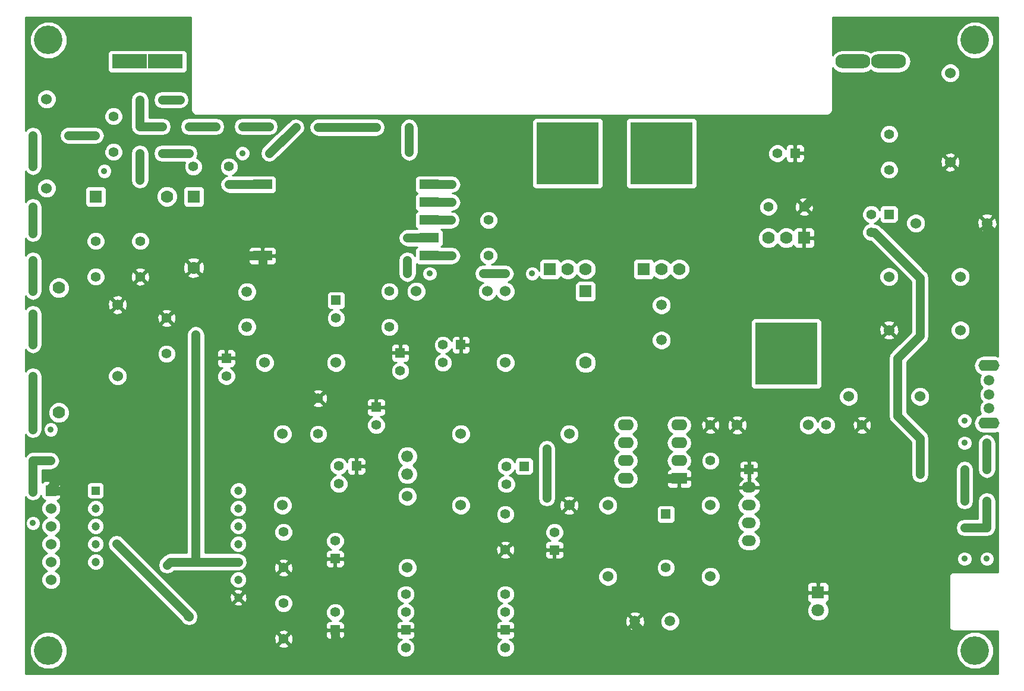
<source format=gtl>
G04 (created by PCBNEW (2013-07-07 BZR 4022)-stable) date 27/11/2016 22:58:01*
%MOIN*%
G04 Gerber Fmt 3.4, Leading zero omitted, Abs format*
%FSLAX34Y34*%
G01*
G70*
G90*
G04 APERTURE LIST*
%ADD10C,0.00590551*%
%ADD11R,0.055X0.055*%
%ADD12C,0.055*%
%ADD13C,0.066*%
%ADD14C,0.06*%
%ADD15R,0.09X0.062*%
%ADD16O,0.09X0.062*%
%ADD17R,0.108268X0.0551181*%
%ADD18C,0.07*%
%ADD19R,0.07X0.07*%
%ADD20C,0.0590551*%
%ADD21C,0.0551181*%
%ADD22R,0.0551181X0.0551181*%
%ADD23R,0.06X0.06*%
%ADD24R,0.0472441X0.0472441*%
%ADD25C,0.0472441*%
%ADD26O,0.0787402X0.0590551*%
%ADD27R,0.0708661X0.0708661*%
%ADD28C,0.0708661*%
%ADD29R,0.35X0.35*%
%ADD30O,0.11811X0.0629921*%
%ADD31R,0.19685X0.0787402*%
%ADD32O,0.19685X0.0787402*%
%ADD33C,0.16*%
%ADD34C,0.035*%
%ADD35C,0.0511811*%
%ADD36C,0.011811*%
%ADD37C,0.0590551*%
%ADD38C,0.0314961*%
%ADD39C,0.0393701*%
%ADD40C,0.01*%
G04 APERTURE END LIST*
G54D10*
G54D11*
X53250Y-36000D03*
G54D12*
X52250Y-36000D03*
X52250Y-37000D03*
G54D11*
X47400Y-42800D03*
G54D12*
X46400Y-42800D03*
X46400Y-43800D03*
G54D11*
X77267Y-28673D03*
G54D12*
X76267Y-28673D03*
X76267Y-29673D03*
G54D13*
X50250Y-43250D03*
X50250Y-42250D03*
G54D14*
X46250Y-37000D03*
X42250Y-37000D03*
X55750Y-33000D03*
X55750Y-37000D03*
X54750Y-33000D03*
X50750Y-33000D03*
X82767Y-29173D03*
X78767Y-29173D03*
X34000Y-37750D03*
X34000Y-33750D03*
X30019Y-22204D03*
X30019Y-27204D03*
X50250Y-44500D03*
X50250Y-48500D03*
X72750Y-40500D03*
X68750Y-40500D03*
X75000Y-38900D03*
X79000Y-38900D03*
X53250Y-41000D03*
X53250Y-45000D03*
X43250Y-41000D03*
X43250Y-45000D03*
X81267Y-32173D03*
X77267Y-32173D03*
X77267Y-35173D03*
X81267Y-35173D03*
G54D12*
X67250Y-42500D03*
X67250Y-40500D03*
G54D11*
X64750Y-45500D03*
G54D12*
X64750Y-48500D03*
G54D15*
X65500Y-43500D03*
G54D16*
X65500Y-42500D03*
X65500Y-41500D03*
X65500Y-40500D03*
X62500Y-40500D03*
X62500Y-41500D03*
X62500Y-42500D03*
X62500Y-43500D03*
G54D14*
X59330Y-40992D03*
X59330Y-44992D03*
X61500Y-49000D03*
X61500Y-45000D03*
X67250Y-49000D03*
X67250Y-45000D03*
G54D12*
X43300Y-46500D03*
X43300Y-48500D03*
X43307Y-50496D03*
X43307Y-52496D03*
X70500Y-28250D03*
X72500Y-28250D03*
X77267Y-26173D03*
X77267Y-24173D03*
X33767Y-23173D03*
X33767Y-25173D03*
X38250Y-26000D03*
X40250Y-26000D03*
X36750Y-36500D03*
X36750Y-34500D03*
X73750Y-40500D03*
X75750Y-40500D03*
X35267Y-30173D03*
X35267Y-32173D03*
X45250Y-41000D03*
X45250Y-39000D03*
X55750Y-45500D03*
X55750Y-47500D03*
X49250Y-35000D03*
X49250Y-33000D03*
G54D17*
X51474Y-31000D03*
X51474Y-30000D03*
X51474Y-29000D03*
X51474Y-28000D03*
X51474Y-27000D03*
X42124Y-27000D03*
X42124Y-31000D03*
G54D18*
X60250Y-37000D03*
G54D19*
X60250Y-33000D03*
G54D18*
X38267Y-31673D03*
G54D19*
X38267Y-27673D03*
G54D18*
X36767Y-27673D03*
G54D19*
X32767Y-27673D03*
G54D20*
X41250Y-33015D03*
X41250Y-34984D03*
X64500Y-33765D03*
X64500Y-35734D03*
G54D21*
X55748Y-50996D03*
X55748Y-49996D03*
G54D22*
X55748Y-51996D03*
G54D21*
X55748Y-52996D03*
X50157Y-50996D03*
X50157Y-49996D03*
G54D22*
X50157Y-51996D03*
G54D21*
X50157Y-52996D03*
G54D23*
X30267Y-44173D03*
G54D14*
X30267Y-45173D03*
X30267Y-46173D03*
X30267Y-47173D03*
X30267Y-48173D03*
X30267Y-49173D03*
G54D20*
X64984Y-51500D03*
X63015Y-51500D03*
G54D24*
X32767Y-44173D03*
G54D25*
X32767Y-45173D03*
X32767Y-46173D03*
X32767Y-47173D03*
X32767Y-48173D03*
X40767Y-50173D03*
X40767Y-49173D03*
X40767Y-48173D03*
X40767Y-47173D03*
X40767Y-46173D03*
X40767Y-45173D03*
X40767Y-44173D03*
G54D26*
X69409Y-45000D03*
X69409Y-46000D03*
X69409Y-47000D03*
X69409Y-44000D03*
G54D22*
X69409Y-43000D03*
G54D27*
X73287Y-49893D03*
G54D28*
X73287Y-50893D03*
G54D18*
X30700Y-39800D03*
X30700Y-32800D03*
X65500Y-31750D03*
G54D19*
X63500Y-31750D03*
G54D18*
X64500Y-31750D03*
G54D29*
X64500Y-25250D03*
G54D18*
X60250Y-31750D03*
G54D19*
X58250Y-31750D03*
G54D18*
X59250Y-31750D03*
G54D29*
X59250Y-25250D03*
G54D18*
X70500Y-30000D03*
G54D19*
X72500Y-30000D03*
G54D18*
X71500Y-30000D03*
G54D29*
X71500Y-36500D03*
G54D20*
X82874Y-39566D03*
X82874Y-38779D03*
X82874Y-37992D03*
G54D30*
X82874Y-40393D03*
X82874Y-37165D03*
G54D11*
X56799Y-42807D03*
G54D12*
X55799Y-42807D03*
X55799Y-43807D03*
G54D14*
X80700Y-25750D03*
X80700Y-20750D03*
G54D12*
X54800Y-29000D03*
X54800Y-31000D03*
X32767Y-32173D03*
X32767Y-30173D03*
G54D31*
X34670Y-20100D03*
X36670Y-20100D03*
G54D32*
X75233Y-20100D03*
X77233Y-20100D03*
G54D11*
X49850Y-36450D03*
G54D12*
X49850Y-37450D03*
G54D11*
X46250Y-33500D03*
G54D12*
X46250Y-34500D03*
G54D11*
X40100Y-36750D03*
G54D12*
X40100Y-37750D03*
G54D11*
X48503Y-39500D03*
G54D12*
X48503Y-40500D03*
G54D11*
X46200Y-48000D03*
G54D12*
X46200Y-47000D03*
G54D11*
X46200Y-52000D03*
G54D12*
X46200Y-51000D03*
G54D11*
X58503Y-47507D03*
G54D12*
X58503Y-46507D03*
G54D11*
X72000Y-25250D03*
G54D12*
X71000Y-25250D03*
G54D33*
X82086Y-18897D03*
X30118Y-18897D03*
X82086Y-53149D03*
X30118Y-53149D03*
G54D34*
X39500Y-23750D03*
X38000Y-23750D03*
X35250Y-22250D03*
X37500Y-22244D03*
X36500Y-22250D03*
X44000Y-23800D03*
X41000Y-23750D03*
X42500Y-23750D03*
X42500Y-25250D03*
X50350Y-25200D03*
X50350Y-23800D03*
X48500Y-23800D03*
X45250Y-23800D03*
X41000Y-25250D03*
X82750Y-44750D03*
X81500Y-44750D03*
X81500Y-43000D03*
X82750Y-43000D03*
X82750Y-41500D03*
X81500Y-41500D03*
X81500Y-40250D03*
X82750Y-48000D03*
X82750Y-46250D03*
X81500Y-46250D03*
X81500Y-48000D03*
X35250Y-26750D03*
X35250Y-25250D03*
X33250Y-26250D03*
X30250Y-40750D03*
X30250Y-42500D03*
X29250Y-39250D03*
X29250Y-46000D03*
X29250Y-44250D03*
X29250Y-42500D03*
X29250Y-40750D03*
X29250Y-37750D03*
X29250Y-36000D03*
X29250Y-34250D03*
X29250Y-33000D03*
X29250Y-31250D03*
X29250Y-29750D03*
X29250Y-28250D03*
X29250Y-26000D03*
X29250Y-24250D03*
X31250Y-24250D03*
X32750Y-24250D03*
X35250Y-23750D03*
X38000Y-25250D03*
X36500Y-25250D03*
X36500Y-23750D03*
X51500Y-32000D03*
X50250Y-32000D03*
X57250Y-32000D03*
X55750Y-32000D03*
X54500Y-32000D03*
X70000Y-24750D03*
X75000Y-23750D03*
X41750Y-46500D03*
X42250Y-41250D03*
X43000Y-42500D03*
X43250Y-40000D03*
X39500Y-42500D03*
X40500Y-42500D03*
X41750Y-42500D03*
X38750Y-32750D03*
X48500Y-32500D03*
X47500Y-32500D03*
X45700Y-32500D03*
X44500Y-32500D03*
X43250Y-32500D03*
X36750Y-33000D03*
X36750Y-31250D03*
X36750Y-29750D03*
X35500Y-28750D03*
X34000Y-28750D03*
X34000Y-31250D03*
X34000Y-32250D03*
X35250Y-36750D03*
X35250Y-35250D03*
X35750Y-33500D03*
X37750Y-33500D03*
X39500Y-33500D03*
X31750Y-36250D03*
X31750Y-34250D03*
X32750Y-36250D03*
X32750Y-34250D03*
X41750Y-29750D03*
X41750Y-28500D03*
X40250Y-28500D03*
X40250Y-29750D03*
X50250Y-34000D03*
X54500Y-34250D03*
X54500Y-35750D03*
X55750Y-35750D03*
X55750Y-34250D03*
X57250Y-34250D03*
X57250Y-36000D03*
X59250Y-36000D03*
X31750Y-39000D03*
X32750Y-39000D03*
X34000Y-39000D03*
X36750Y-41000D03*
X37500Y-47250D03*
X36250Y-43250D03*
X35250Y-43250D03*
X35250Y-42000D03*
X35250Y-40750D03*
X34000Y-42000D03*
X34000Y-43250D03*
X34000Y-45000D03*
X38750Y-49000D03*
X44250Y-47500D03*
X44000Y-45750D03*
X51250Y-44000D03*
X51250Y-43000D03*
X51250Y-41500D03*
X52500Y-39000D03*
X54250Y-39000D03*
X55750Y-39000D03*
X59250Y-39000D03*
X57250Y-39000D03*
X48750Y-49250D03*
X47500Y-48750D03*
X61000Y-53500D03*
X58250Y-54000D03*
X62750Y-38000D03*
X64500Y-38041D03*
X66250Y-38000D03*
X67750Y-38000D03*
X69250Y-38000D03*
X69250Y-36500D03*
X69250Y-35000D03*
X69250Y-33500D03*
X64750Y-29000D03*
X65750Y-29500D03*
X64000Y-28000D03*
X65750Y-28000D03*
X66750Y-36000D03*
X67250Y-35000D03*
X67250Y-33500D03*
X67250Y-32000D03*
X67250Y-30750D03*
X67250Y-29500D03*
X67250Y-28000D03*
X67250Y-26500D03*
X68000Y-23750D03*
X69250Y-32000D03*
X69250Y-30750D03*
X69250Y-29500D03*
X69250Y-28000D03*
X69250Y-26500D03*
X69250Y-25500D03*
X72500Y-32000D03*
X71495Y-28220D03*
X71510Y-26050D03*
X73260Y-26055D03*
X74000Y-38000D03*
X77500Y-41500D03*
X80250Y-39000D03*
X79000Y-39750D03*
X76500Y-39500D03*
X74250Y-39500D03*
X71750Y-39750D03*
X71000Y-39750D03*
X70000Y-39750D03*
X67250Y-39750D03*
X69500Y-51000D03*
X68500Y-52250D03*
X66500Y-50000D03*
X64750Y-50000D03*
X63000Y-50000D03*
X31500Y-47250D03*
X31500Y-49750D03*
X54250Y-41000D03*
X55750Y-41000D03*
X57250Y-41000D03*
X64000Y-40750D03*
X49250Y-41750D03*
X49000Y-44250D03*
X53250Y-47500D03*
X49500Y-47500D03*
X51750Y-47500D03*
X48750Y-53000D03*
X48750Y-54000D03*
X47250Y-54000D03*
X45750Y-54000D03*
X44000Y-54000D03*
X42500Y-54000D03*
X40750Y-54000D03*
X39000Y-54000D03*
X51750Y-49500D03*
X53250Y-49500D03*
X54500Y-49500D03*
X59750Y-54000D03*
X59750Y-49500D03*
X59750Y-51000D03*
X59750Y-52500D03*
X73250Y-24650D03*
X73500Y-29250D03*
X73250Y-27500D03*
X75000Y-21500D03*
X77000Y-21500D03*
X79000Y-21500D03*
X77000Y-22750D03*
X75000Y-22750D03*
X79750Y-29250D03*
X81250Y-29250D03*
X81250Y-27500D03*
X79750Y-27500D03*
X79750Y-26000D03*
X79000Y-24500D03*
X81250Y-36500D03*
X76000Y-35250D03*
X76000Y-36500D03*
X80000Y-32000D03*
X80000Y-33250D03*
X80000Y-34500D03*
X80000Y-36500D03*
X82750Y-35750D03*
X82750Y-34500D03*
X82750Y-33250D03*
X82750Y-32000D03*
X82750Y-30750D03*
X77250Y-34000D03*
X69500Y-41500D03*
X71000Y-41500D03*
X72250Y-41500D03*
X73750Y-42000D03*
X75250Y-41500D03*
X76500Y-41500D03*
X71000Y-43000D03*
X72250Y-43000D03*
X73750Y-43000D03*
X75250Y-43000D03*
X63000Y-54000D03*
X64750Y-54000D03*
X66250Y-54000D03*
X68000Y-54000D03*
X69500Y-54000D03*
X71000Y-54000D03*
X72250Y-54000D03*
X73750Y-54000D03*
X75000Y-54000D03*
X76500Y-54000D03*
X80250Y-54000D03*
X79250Y-54000D03*
X78000Y-54000D03*
X79250Y-52500D03*
X80250Y-51250D03*
X80250Y-49500D03*
X80250Y-48000D03*
X80250Y-46250D03*
X80250Y-41500D03*
X80250Y-43000D03*
X80250Y-44750D03*
X71000Y-46250D03*
X71000Y-44750D03*
X72250Y-44750D03*
X72250Y-46250D03*
X72250Y-48000D03*
X73750Y-48000D03*
X73750Y-46250D03*
X73750Y-44750D03*
X75250Y-44750D03*
X75250Y-46250D03*
X75250Y-48000D03*
X76500Y-48000D03*
X76500Y-46250D03*
X76500Y-44750D03*
X76500Y-43000D03*
X71000Y-48000D03*
X40250Y-31000D03*
X74000Y-32000D03*
X76000Y-34000D03*
X38000Y-51250D03*
X33937Y-47165D03*
X38267Y-27673D03*
X40250Y-27000D03*
X50250Y-30000D03*
X52750Y-27000D03*
X52750Y-28000D03*
X52750Y-31000D03*
X52700Y-29000D03*
X58070Y-44586D03*
X58070Y-41830D03*
X79000Y-43250D03*
X38385Y-35433D03*
X36771Y-48346D03*
G54D35*
X38000Y-23750D02*
X39500Y-23750D01*
X35250Y-22250D02*
X35250Y-23750D01*
X37494Y-22250D02*
X37500Y-22244D01*
X36500Y-22250D02*
X37494Y-22250D01*
X42500Y-23750D02*
X41000Y-23750D01*
X42500Y-25250D02*
X44000Y-23800D01*
X50350Y-23800D02*
X50350Y-25200D01*
X45250Y-23800D02*
X48500Y-23800D01*
X81500Y-44750D02*
X81500Y-43000D01*
X82750Y-43000D02*
X82750Y-41500D01*
X82750Y-44750D02*
X82750Y-46250D01*
X81500Y-46250D02*
X82750Y-46250D01*
X35250Y-26750D02*
X35250Y-25250D01*
X29250Y-42500D02*
X30250Y-42500D01*
X29250Y-37750D02*
X29250Y-39250D01*
X29250Y-42500D02*
X29250Y-44250D01*
X29250Y-37750D02*
X29250Y-40750D01*
X29250Y-34250D02*
X29250Y-36000D01*
X29250Y-31250D02*
X29250Y-33000D01*
X29250Y-28250D02*
X29250Y-29750D01*
X29250Y-24250D02*
X29250Y-26000D01*
X32750Y-24250D02*
X31250Y-24250D01*
X36500Y-23750D02*
X35250Y-23750D01*
X38000Y-25250D02*
X36500Y-25250D01*
X50250Y-32000D02*
X50250Y-31250D01*
X54500Y-32000D02*
X55750Y-32000D01*
G54D36*
X30267Y-47173D02*
X30267Y-47173D01*
G54D35*
X73260Y-26055D02*
X73250Y-24650D01*
X70000Y-24750D02*
X71000Y-23750D01*
X71000Y-23750D02*
X75000Y-23750D01*
X41750Y-42500D02*
X41750Y-46500D01*
X43000Y-42500D02*
X41750Y-42500D01*
X42500Y-40000D02*
X42250Y-40250D01*
X42250Y-40250D02*
X42250Y-41250D01*
X45250Y-39000D02*
X44250Y-39000D01*
X44250Y-39000D02*
X43250Y-40000D01*
X43250Y-40000D02*
X42500Y-40000D01*
X40500Y-42500D02*
X39500Y-42500D01*
X42124Y-31000D02*
X42124Y-32124D01*
X47500Y-32500D02*
X48500Y-32500D01*
X44500Y-32500D02*
X45700Y-32500D01*
X42500Y-32500D02*
X43250Y-32500D01*
X42124Y-32124D02*
X42500Y-32500D01*
X36750Y-33000D02*
X36750Y-31250D01*
X36750Y-29750D02*
X35750Y-28750D01*
X35750Y-28750D02*
X35500Y-28750D01*
X34000Y-28750D02*
X34000Y-31250D01*
X40250Y-31000D02*
X40250Y-32750D01*
X35250Y-35250D02*
X35250Y-36750D01*
X37750Y-33500D02*
X35750Y-33500D01*
X40250Y-32750D02*
X39500Y-33500D01*
X31750Y-34250D02*
X32750Y-34250D01*
X31750Y-39000D02*
X31750Y-36250D01*
X40250Y-31000D02*
X40250Y-29750D01*
X40250Y-28500D02*
X41750Y-28500D01*
X59250Y-39000D02*
X59250Y-36000D01*
X54500Y-35750D02*
X54500Y-34250D01*
X55750Y-34250D02*
X55750Y-35750D01*
X57250Y-36000D02*
X57250Y-34250D01*
X35250Y-40750D02*
X35250Y-40250D01*
X32750Y-39000D02*
X31750Y-39000D01*
X35250Y-40250D02*
X34000Y-39000D01*
X37500Y-47250D02*
X36250Y-47250D01*
X30267Y-43982D02*
X31000Y-43250D01*
X31000Y-43250D02*
X33500Y-43250D01*
X33500Y-43250D02*
X37500Y-47250D01*
X30267Y-44173D02*
X30267Y-43982D01*
X35250Y-43250D02*
X36250Y-43250D01*
X35250Y-40750D02*
X35250Y-42000D01*
X34000Y-43250D02*
X34000Y-42000D01*
X36250Y-47250D02*
X34000Y-45000D01*
X39000Y-54000D02*
X39000Y-49250D01*
X39000Y-49250D02*
X38750Y-49000D01*
X44250Y-47500D02*
X44250Y-46000D01*
X44250Y-46000D02*
X44000Y-45750D01*
X57250Y-39000D02*
X55750Y-39000D01*
X51250Y-41500D02*
X51250Y-43000D01*
X54250Y-39000D02*
X52500Y-39000D01*
X57250Y-41000D02*
X57250Y-39000D01*
X59250Y-39000D02*
X58250Y-39000D01*
X48000Y-49250D02*
X48750Y-49250D01*
X47500Y-48750D02*
X48000Y-49250D01*
X59750Y-52500D02*
X60000Y-52500D01*
X60000Y-52500D02*
X61000Y-53500D01*
X64458Y-38000D02*
X62750Y-38000D01*
X64500Y-38041D02*
X64458Y-38000D01*
X67750Y-38000D02*
X66250Y-38000D01*
X69250Y-36500D02*
X69250Y-38000D01*
X69250Y-33500D02*
X69250Y-35000D01*
X65250Y-29000D02*
X64750Y-29000D01*
X65750Y-29500D02*
X65250Y-29000D01*
X65750Y-28000D02*
X64000Y-28000D01*
X70000Y-24750D02*
X69000Y-24750D01*
X66750Y-35500D02*
X66750Y-36000D01*
X67250Y-35000D02*
X66750Y-35500D01*
X67250Y-32000D02*
X67250Y-33500D01*
X67250Y-29500D02*
X67250Y-30750D01*
X67250Y-26500D02*
X67250Y-28000D01*
X69000Y-24750D02*
X68000Y-23750D01*
X69250Y-30750D02*
X69250Y-29500D01*
X69250Y-28000D02*
X69250Y-26500D01*
X69250Y-25500D02*
X70000Y-24750D01*
G54D37*
X74000Y-32000D02*
X72500Y-32000D01*
G54D35*
X72500Y-32000D02*
X69250Y-32000D01*
X73260Y-26055D02*
X71510Y-26050D01*
X76000Y-36500D02*
X75500Y-36500D01*
X75500Y-36500D02*
X74000Y-38000D01*
X76500Y-41500D02*
X77500Y-41500D01*
X79500Y-39750D02*
X80250Y-39000D01*
X79000Y-39750D02*
X79500Y-39750D01*
X76500Y-41500D02*
X76500Y-41000D01*
X76750Y-39750D02*
X76500Y-39500D01*
X76750Y-40750D02*
X76750Y-39750D01*
X76500Y-41000D02*
X76750Y-40750D01*
X71000Y-39750D02*
X71750Y-39750D01*
X67250Y-39750D02*
X70000Y-39750D01*
X63015Y-51500D02*
X63015Y-51765D01*
X63500Y-52250D02*
X68500Y-52250D01*
X63015Y-51765D02*
X63500Y-52250D01*
X63000Y-50000D02*
X64750Y-50000D01*
X31500Y-49750D02*
X31500Y-47250D01*
X31173Y-44173D02*
X31500Y-44500D01*
X31500Y-44500D02*
X31500Y-47250D01*
X31173Y-44173D02*
X30267Y-44173D01*
X64000Y-41000D02*
X64000Y-39500D01*
X55750Y-41000D02*
X54250Y-41000D01*
X57250Y-40000D02*
X57250Y-41000D01*
X57750Y-39500D02*
X57250Y-40000D01*
X64000Y-39500D02*
X57750Y-39500D01*
X65500Y-43500D02*
X64500Y-43500D01*
X64000Y-43000D02*
X64000Y-41000D01*
X64000Y-41000D02*
X64000Y-40750D01*
X64500Y-43500D02*
X64000Y-43000D01*
X49500Y-47500D02*
X49500Y-45750D01*
X49000Y-45250D02*
X49000Y-44250D01*
X49500Y-45750D02*
X49000Y-45250D01*
X51750Y-49500D02*
X51750Y-47500D01*
X49500Y-47500D02*
X53250Y-47500D01*
X46200Y-52450D02*
X46750Y-53000D01*
X46750Y-53000D02*
X48750Y-53000D01*
X48750Y-54000D02*
X47250Y-54000D01*
X45750Y-54000D02*
X44000Y-54000D01*
X42500Y-54000D02*
X40750Y-54000D01*
X46200Y-52000D02*
X46200Y-52450D01*
X53250Y-49500D02*
X51750Y-49500D01*
X54750Y-49500D02*
X54500Y-49500D01*
X55750Y-48500D02*
X54750Y-49500D01*
X58750Y-48500D02*
X55750Y-48500D01*
X59750Y-49500D02*
X58750Y-48500D01*
X59750Y-54000D02*
X59750Y-52500D01*
X59750Y-51000D02*
X59750Y-49500D01*
X72500Y-28250D02*
X73250Y-27500D01*
X73500Y-29250D02*
X73500Y-30500D01*
X79000Y-24500D02*
X79000Y-21500D01*
X77000Y-21500D02*
X75000Y-21500D01*
X75000Y-22750D02*
X77000Y-22750D01*
X81250Y-27500D02*
X81250Y-29250D01*
X79750Y-26000D02*
X79750Y-27500D01*
X76000Y-35250D02*
X76000Y-36500D01*
X80000Y-33250D02*
X80000Y-32000D01*
X80000Y-36500D02*
X80000Y-34500D01*
X82767Y-29173D02*
X82767Y-30732D01*
X82750Y-34500D02*
X82750Y-35750D01*
X82750Y-32000D02*
X82750Y-33250D01*
X82767Y-30732D02*
X82750Y-30750D01*
X76500Y-43000D02*
X76500Y-41500D01*
X72250Y-41500D02*
X71000Y-41500D01*
X75250Y-41500D02*
X73750Y-42000D01*
X72250Y-43000D02*
X71000Y-43000D01*
X75250Y-43000D02*
X73750Y-43000D01*
X64750Y-54000D02*
X63000Y-54000D01*
X68000Y-54000D02*
X66250Y-54000D01*
X71000Y-54000D02*
X69500Y-54000D01*
X73750Y-54000D02*
X72250Y-54000D01*
X76500Y-54000D02*
X75000Y-54000D01*
X79250Y-54000D02*
X80250Y-54000D01*
X79250Y-52500D02*
X78000Y-54000D01*
X80250Y-49500D02*
X80250Y-51250D01*
X80250Y-46250D02*
X80250Y-48000D01*
X76500Y-44750D02*
X80250Y-44750D01*
X80250Y-43000D02*
X80250Y-41500D01*
X71000Y-48000D02*
X71000Y-46250D01*
X72250Y-44750D02*
X71000Y-44750D01*
X72250Y-48000D02*
X72250Y-46250D01*
X73750Y-46250D02*
X73750Y-48000D01*
X75250Y-44750D02*
X73750Y-44750D01*
X75250Y-48000D02*
X75250Y-46250D01*
X76500Y-46250D02*
X76500Y-48000D01*
X76500Y-43000D02*
X76500Y-44750D01*
X42124Y-31000D02*
X40250Y-31000D01*
G54D37*
X76000Y-34000D02*
X74000Y-32000D01*
G54D35*
X38000Y-51250D02*
X38000Y-51228D01*
X38000Y-51228D02*
X33937Y-47165D01*
X37952Y-51202D02*
X37952Y-51181D01*
X38000Y-51250D02*
X37952Y-51202D01*
G54D38*
X33937Y-47165D02*
X37952Y-51181D01*
G54D35*
X42124Y-27000D02*
X40250Y-27000D01*
X51474Y-30000D02*
X50250Y-30000D01*
X51474Y-27000D02*
X52750Y-27000D01*
X51474Y-28000D02*
X52750Y-28000D01*
X51474Y-31000D02*
X52750Y-31000D01*
X52700Y-29000D02*
X51474Y-29000D01*
X58070Y-41830D02*
X58070Y-44586D01*
X76423Y-29673D02*
X79000Y-32250D01*
X79000Y-32250D02*
X79000Y-35500D01*
X79000Y-35500D02*
X77750Y-36750D01*
X77750Y-36750D02*
X77750Y-40000D01*
X77750Y-40000D02*
X79000Y-41250D01*
X79000Y-41250D02*
X79000Y-43250D01*
X76267Y-29673D02*
X76423Y-29673D01*
X38385Y-48173D02*
X40767Y-48173D01*
X38385Y-35433D02*
X38385Y-48173D01*
X40767Y-48173D02*
X36944Y-48173D01*
X36944Y-48173D02*
X36771Y-48346D01*
G54D39*
X36771Y-48346D02*
X36944Y-48173D01*
G54D36*
X30267Y-48173D02*
X30267Y-48173D01*
G54D10*
G36*
X83381Y-54444D02*
X83136Y-54444D01*
X83136Y-52941D01*
X82977Y-52555D01*
X82682Y-52259D01*
X82296Y-52099D01*
X81878Y-52099D01*
X81492Y-52258D01*
X81196Y-52554D01*
X81036Y-52939D01*
X81036Y-53357D01*
X81195Y-53743D01*
X81491Y-54039D01*
X81876Y-54199D01*
X82294Y-54199D01*
X82680Y-54040D01*
X82976Y-53745D01*
X83136Y-53359D01*
X83136Y-52941D01*
X83136Y-54444D01*
X79550Y-54444D01*
X79550Y-38791D01*
X79466Y-38588D01*
X79311Y-38434D01*
X79109Y-38350D01*
X78891Y-38349D01*
X78688Y-38433D01*
X78534Y-38588D01*
X78450Y-38790D01*
X78449Y-39008D01*
X78533Y-39211D01*
X78688Y-39365D01*
X78890Y-39449D01*
X79108Y-39450D01*
X79311Y-39366D01*
X79465Y-39211D01*
X79549Y-39009D01*
X79550Y-38791D01*
X79550Y-54444D01*
X79505Y-54444D01*
X79505Y-43250D01*
X79505Y-41250D01*
X79467Y-41056D01*
X79357Y-40892D01*
X78255Y-39790D01*
X78255Y-36959D01*
X79357Y-35857D01*
X79467Y-35693D01*
X79505Y-35500D01*
X79505Y-32250D01*
X79505Y-32249D01*
X79467Y-32056D01*
X79467Y-32056D01*
X79431Y-32001D01*
X79357Y-31892D01*
X79357Y-31892D01*
X79317Y-31852D01*
X79317Y-29064D01*
X79234Y-28862D01*
X79079Y-28707D01*
X78877Y-28623D01*
X78658Y-28623D01*
X78456Y-28706D01*
X78301Y-28861D01*
X78217Y-29063D01*
X78217Y-29282D01*
X78301Y-29484D01*
X78455Y-29639D01*
X78657Y-29723D01*
X78876Y-29723D01*
X79078Y-29639D01*
X79233Y-29485D01*
X79317Y-29283D01*
X79317Y-29064D01*
X79317Y-31852D01*
X77792Y-30327D01*
X77792Y-26069D01*
X77792Y-24069D01*
X77713Y-23876D01*
X77565Y-23728D01*
X77372Y-23648D01*
X77163Y-23648D01*
X76970Y-23727D01*
X76822Y-23875D01*
X76742Y-24068D01*
X76742Y-24277D01*
X76822Y-24470D01*
X76969Y-24618D01*
X77162Y-24698D01*
X77371Y-24698D01*
X77564Y-24618D01*
X77712Y-24471D01*
X77792Y-24278D01*
X77792Y-24069D01*
X77792Y-26069D01*
X77713Y-25876D01*
X77565Y-25728D01*
X77372Y-25648D01*
X77163Y-25648D01*
X76970Y-25727D01*
X76822Y-25875D01*
X76742Y-26068D01*
X76742Y-26277D01*
X76822Y-26470D01*
X76969Y-26618D01*
X77162Y-26698D01*
X77371Y-26698D01*
X77564Y-26618D01*
X77712Y-26471D01*
X77792Y-26278D01*
X77792Y-26069D01*
X77792Y-30327D01*
X76780Y-29315D01*
X76616Y-29205D01*
X76439Y-29170D01*
X76564Y-29118D01*
X76712Y-28971D01*
X76742Y-28898D01*
X76742Y-28997D01*
X76780Y-29089D01*
X76850Y-29160D01*
X76942Y-29198D01*
X77042Y-29198D01*
X77592Y-29198D01*
X77684Y-29160D01*
X77754Y-29090D01*
X77792Y-28998D01*
X77792Y-28898D01*
X77792Y-28348D01*
X77754Y-28256D01*
X77684Y-28186D01*
X77592Y-28148D01*
X77493Y-28148D01*
X76943Y-28148D01*
X76851Y-28186D01*
X76780Y-28256D01*
X76742Y-28348D01*
X76742Y-28447D01*
X76742Y-28447D01*
X76713Y-28376D01*
X76565Y-28228D01*
X76372Y-28148D01*
X76163Y-28148D01*
X75970Y-28227D01*
X75822Y-28375D01*
X75742Y-28568D01*
X75742Y-28777D01*
X75822Y-28970D01*
X75969Y-29118D01*
X76102Y-29173D01*
X75970Y-29227D01*
X75822Y-29375D01*
X75742Y-29568D01*
X75742Y-29777D01*
X75822Y-29970D01*
X75969Y-30118D01*
X76162Y-30198D01*
X76232Y-30198D01*
X78494Y-32459D01*
X78494Y-35290D01*
X77822Y-35962D01*
X77822Y-35254D01*
X77817Y-35161D01*
X77817Y-32064D01*
X77734Y-31862D01*
X77579Y-31707D01*
X77377Y-31623D01*
X77158Y-31623D01*
X76956Y-31706D01*
X76801Y-31861D01*
X76717Y-32063D01*
X76717Y-32282D01*
X76801Y-32484D01*
X76955Y-32639D01*
X77157Y-32723D01*
X77376Y-32723D01*
X77578Y-32639D01*
X77733Y-32485D01*
X77817Y-32283D01*
X77817Y-32064D01*
X77817Y-35161D01*
X77811Y-35036D01*
X77748Y-34885D01*
X77653Y-34858D01*
X77582Y-34928D01*
X77582Y-34787D01*
X77555Y-34691D01*
X77349Y-34618D01*
X77130Y-34629D01*
X76979Y-34691D01*
X76952Y-34787D01*
X77267Y-35102D01*
X77582Y-34787D01*
X77582Y-34928D01*
X77338Y-35173D01*
X77653Y-35488D01*
X77748Y-35461D01*
X77822Y-35254D01*
X77822Y-35962D01*
X77582Y-36201D01*
X77582Y-35559D01*
X77267Y-35243D01*
X77197Y-35314D01*
X77197Y-35173D01*
X76881Y-34858D01*
X76786Y-34885D01*
X76712Y-35091D01*
X76723Y-35309D01*
X76786Y-35461D01*
X76881Y-35488D01*
X77197Y-35173D01*
X77197Y-35314D01*
X76952Y-35559D01*
X76979Y-35654D01*
X77185Y-35728D01*
X77404Y-35717D01*
X77555Y-35654D01*
X77582Y-35559D01*
X77582Y-36201D01*
X77392Y-36392D01*
X77282Y-36556D01*
X77244Y-36750D01*
X77244Y-40000D01*
X77282Y-40193D01*
X77392Y-40357D01*
X78494Y-41459D01*
X78494Y-43250D01*
X78532Y-43443D01*
X78642Y-43607D01*
X78806Y-43717D01*
X79000Y-43755D01*
X79193Y-43717D01*
X79357Y-43607D01*
X79467Y-43443D01*
X79505Y-43250D01*
X79505Y-54444D01*
X77755Y-54444D01*
X76279Y-54444D01*
X76279Y-40575D01*
X76268Y-40367D01*
X76210Y-40227D01*
X76117Y-40202D01*
X76047Y-40273D01*
X76047Y-40132D01*
X76022Y-40039D01*
X75825Y-39970D01*
X75617Y-39981D01*
X75550Y-40009D01*
X75550Y-38791D01*
X75466Y-38588D01*
X75311Y-38434D01*
X75109Y-38350D01*
X74891Y-38349D01*
X74688Y-38433D01*
X74534Y-38588D01*
X74450Y-38790D01*
X74449Y-39008D01*
X74533Y-39211D01*
X74688Y-39365D01*
X74890Y-39449D01*
X75108Y-39450D01*
X75311Y-39366D01*
X75465Y-39211D01*
X75549Y-39009D01*
X75550Y-38791D01*
X75550Y-40009D01*
X75477Y-40039D01*
X75452Y-40132D01*
X75750Y-40429D01*
X76047Y-40132D01*
X76047Y-40273D01*
X75820Y-40500D01*
X76117Y-40797D01*
X76210Y-40772D01*
X76279Y-40575D01*
X76279Y-54444D01*
X76047Y-54444D01*
X76047Y-40867D01*
X75750Y-40570D01*
X75679Y-40641D01*
X75679Y-40500D01*
X75382Y-40202D01*
X75289Y-40227D01*
X75220Y-40424D01*
X75231Y-40632D01*
X75289Y-40772D01*
X75382Y-40797D01*
X75679Y-40500D01*
X75679Y-40641D01*
X75452Y-40867D01*
X75477Y-40960D01*
X75674Y-41029D01*
X75882Y-41018D01*
X76022Y-40960D01*
X76047Y-40867D01*
X76047Y-54444D01*
X74275Y-54444D01*
X74275Y-40396D01*
X74195Y-40203D01*
X74047Y-40055D01*
X73854Y-39975D01*
X73646Y-39974D01*
X73500Y-40035D01*
X73500Y-38200D01*
X73500Y-34700D01*
X73462Y-34608D01*
X73391Y-34538D01*
X73299Y-34500D01*
X73200Y-34499D01*
X73100Y-34499D01*
X73100Y-30399D01*
X73100Y-29600D01*
X73062Y-29508D01*
X73029Y-29476D01*
X73029Y-28325D01*
X73018Y-28117D01*
X72960Y-27977D01*
X72867Y-27952D01*
X72797Y-28023D01*
X72797Y-27882D01*
X72772Y-27789D01*
X72575Y-27720D01*
X72525Y-27722D01*
X72525Y-25475D01*
X72525Y-25024D01*
X72524Y-24925D01*
X72486Y-24833D01*
X72416Y-24762D01*
X72324Y-24724D01*
X72112Y-24725D01*
X72050Y-24787D01*
X72050Y-25200D01*
X72462Y-25200D01*
X72525Y-25137D01*
X72525Y-25024D01*
X72525Y-25475D01*
X72525Y-25362D01*
X72462Y-25300D01*
X72050Y-25300D01*
X72050Y-25712D01*
X72112Y-25775D01*
X72324Y-25775D01*
X72416Y-25737D01*
X72486Y-25666D01*
X72524Y-25574D01*
X72525Y-25475D01*
X72525Y-27722D01*
X72367Y-27731D01*
X72227Y-27789D01*
X72202Y-27882D01*
X72500Y-28179D01*
X72797Y-27882D01*
X72797Y-28023D01*
X72570Y-28250D01*
X72867Y-28547D01*
X72960Y-28522D01*
X73029Y-28325D01*
X73029Y-29476D01*
X72991Y-29438D01*
X72899Y-29400D01*
X72800Y-29399D01*
X72797Y-29399D01*
X72797Y-28617D01*
X72500Y-28320D01*
X72429Y-28391D01*
X72429Y-28250D01*
X72132Y-27952D01*
X72039Y-27977D01*
X71970Y-28174D01*
X71981Y-28382D01*
X72039Y-28522D01*
X72132Y-28547D01*
X72429Y-28250D01*
X72429Y-28391D01*
X72202Y-28617D01*
X72227Y-28710D01*
X72424Y-28779D01*
X72632Y-28768D01*
X72772Y-28710D01*
X72797Y-28617D01*
X72797Y-29399D01*
X72612Y-29400D01*
X72550Y-29462D01*
X72550Y-29950D01*
X73037Y-29950D01*
X73100Y-29887D01*
X73100Y-29600D01*
X73100Y-30399D01*
X73100Y-30112D01*
X73037Y-30050D01*
X72550Y-30050D01*
X72550Y-30537D01*
X72612Y-30600D01*
X72800Y-30600D01*
X72899Y-30599D01*
X72991Y-30561D01*
X73062Y-30491D01*
X73100Y-30399D01*
X73100Y-34499D01*
X72450Y-34499D01*
X72450Y-30537D01*
X72450Y-30050D01*
X72442Y-30050D01*
X72442Y-29950D01*
X72450Y-29950D01*
X72450Y-29462D01*
X72387Y-29400D01*
X72199Y-29399D01*
X72100Y-29400D01*
X72008Y-29438D01*
X71950Y-29496D01*
X71950Y-25712D01*
X71950Y-25300D01*
X71942Y-25300D01*
X71942Y-25200D01*
X71950Y-25200D01*
X71950Y-24787D01*
X71887Y-24725D01*
X71675Y-24724D01*
X71583Y-24762D01*
X71513Y-24833D01*
X71475Y-24925D01*
X71474Y-25024D01*
X71474Y-25024D01*
X71445Y-24953D01*
X71297Y-24805D01*
X71104Y-24725D01*
X70896Y-24724D01*
X70703Y-24804D01*
X70555Y-24952D01*
X70475Y-25145D01*
X70474Y-25353D01*
X70554Y-25547D01*
X70702Y-25694D01*
X70895Y-25774D01*
X71103Y-25775D01*
X71297Y-25695D01*
X71444Y-25547D01*
X71474Y-25475D01*
X71474Y-25475D01*
X71475Y-25574D01*
X71513Y-25666D01*
X71583Y-25737D01*
X71675Y-25775D01*
X71887Y-25775D01*
X71950Y-25712D01*
X71950Y-29496D01*
X71937Y-29508D01*
X71914Y-29565D01*
X71840Y-29491D01*
X71619Y-29400D01*
X71381Y-29399D01*
X71160Y-29491D01*
X71025Y-29626D01*
X71025Y-28146D01*
X70945Y-27953D01*
X70797Y-27805D01*
X70604Y-27725D01*
X70396Y-27724D01*
X70203Y-27804D01*
X70055Y-27952D01*
X69975Y-28145D01*
X69974Y-28353D01*
X70054Y-28547D01*
X70202Y-28694D01*
X70395Y-28774D01*
X70603Y-28775D01*
X70797Y-28695D01*
X70944Y-28547D01*
X71024Y-28354D01*
X71025Y-28146D01*
X71025Y-29626D01*
X70999Y-29651D01*
X70840Y-29491D01*
X70619Y-29400D01*
X70381Y-29399D01*
X70160Y-29491D01*
X69991Y-29659D01*
X69900Y-29880D01*
X69899Y-30118D01*
X69991Y-30339D01*
X70159Y-30508D01*
X70380Y-30599D01*
X70618Y-30600D01*
X70839Y-30508D01*
X71000Y-30348D01*
X71159Y-30508D01*
X71380Y-30599D01*
X71618Y-30600D01*
X71839Y-30508D01*
X71914Y-30434D01*
X71937Y-30491D01*
X72008Y-30561D01*
X72100Y-30599D01*
X72199Y-30600D01*
X72387Y-30600D01*
X72450Y-30537D01*
X72450Y-34499D01*
X69700Y-34499D01*
X69608Y-34537D01*
X69538Y-34608D01*
X69500Y-34700D01*
X69499Y-34799D01*
X69499Y-38299D01*
X69537Y-38391D01*
X69608Y-38461D01*
X69700Y-38499D01*
X69799Y-38500D01*
X73299Y-38500D01*
X73391Y-38462D01*
X73461Y-38391D01*
X73499Y-38299D01*
X73500Y-38200D01*
X73500Y-40035D01*
X73453Y-40054D01*
X73305Y-40202D01*
X73263Y-40302D01*
X73216Y-40188D01*
X73061Y-40034D01*
X72859Y-39950D01*
X72641Y-39949D01*
X72438Y-40033D01*
X72284Y-40188D01*
X72200Y-40390D01*
X72199Y-40608D01*
X72283Y-40811D01*
X72438Y-40965D01*
X72640Y-41049D01*
X72858Y-41050D01*
X73061Y-40966D01*
X73215Y-40811D01*
X73263Y-40697D01*
X73304Y-40797D01*
X73452Y-40944D01*
X73645Y-41024D01*
X73853Y-41025D01*
X74047Y-40945D01*
X74194Y-40797D01*
X74274Y-40604D01*
X74275Y-40396D01*
X74275Y-54444D01*
X73891Y-54444D01*
X73891Y-50774D01*
X73800Y-50551D01*
X73730Y-50481D01*
X73783Y-50459D01*
X73853Y-50389D01*
X73891Y-50297D01*
X73891Y-49489D01*
X73853Y-49397D01*
X73783Y-49327D01*
X73691Y-49289D01*
X73592Y-49289D01*
X73399Y-49289D01*
X73337Y-49351D01*
X73337Y-49843D01*
X73829Y-49843D01*
X73891Y-49781D01*
X73891Y-49489D01*
X73891Y-50297D01*
X73891Y-50006D01*
X73829Y-49943D01*
X73337Y-49943D01*
X73337Y-49951D01*
X73237Y-49951D01*
X73237Y-49943D01*
X73237Y-49843D01*
X73237Y-49351D01*
X73174Y-49289D01*
X72982Y-49289D01*
X72883Y-49289D01*
X72791Y-49327D01*
X72721Y-49397D01*
X72683Y-49489D01*
X72683Y-49781D01*
X72745Y-49843D01*
X73237Y-49843D01*
X73237Y-49943D01*
X72745Y-49943D01*
X72683Y-50006D01*
X72683Y-50297D01*
X72721Y-50389D01*
X72791Y-50459D01*
X72844Y-50481D01*
X72775Y-50550D01*
X72683Y-50772D01*
X72682Y-51013D01*
X72774Y-51235D01*
X72944Y-51405D01*
X73166Y-51497D01*
X73407Y-51498D01*
X73629Y-51406D01*
X73799Y-51236D01*
X73891Y-51014D01*
X73891Y-50774D01*
X73891Y-54444D01*
X70065Y-54444D01*
X70065Y-47000D01*
X70024Y-46791D01*
X69906Y-46614D01*
X69734Y-46500D01*
X69906Y-46385D01*
X70024Y-46208D01*
X70065Y-46000D01*
X70024Y-45791D01*
X69906Y-45614D01*
X69734Y-45500D01*
X69906Y-45385D01*
X70024Y-45208D01*
X70065Y-45000D01*
X70024Y-44791D01*
X69906Y-44614D01*
X69731Y-44497D01*
X69752Y-44492D01*
X69922Y-44360D01*
X70028Y-44174D01*
X70036Y-44134D01*
X70036Y-43865D01*
X70028Y-43825D01*
X69922Y-43639D01*
X69761Y-43514D01*
X69826Y-43487D01*
X69897Y-43417D01*
X69935Y-43325D01*
X69935Y-42674D01*
X69897Y-42582D01*
X69826Y-42512D01*
X69734Y-42474D01*
X69635Y-42474D01*
X69521Y-42474D01*
X69459Y-42536D01*
X69459Y-42950D01*
X69872Y-42950D01*
X69935Y-42887D01*
X69935Y-42674D01*
X69935Y-43325D01*
X69935Y-43112D01*
X69872Y-43050D01*
X69459Y-43050D01*
X69459Y-43463D01*
X69489Y-43493D01*
X69459Y-43515D01*
X69459Y-43950D01*
X69988Y-43950D01*
X70036Y-43865D01*
X70036Y-44134D01*
X69988Y-44050D01*
X69459Y-44050D01*
X69459Y-44057D01*
X69359Y-44057D01*
X69359Y-44050D01*
X69359Y-43950D01*
X69359Y-43515D01*
X69329Y-43493D01*
X69359Y-43463D01*
X69359Y-43050D01*
X69359Y-42950D01*
X69359Y-42536D01*
X69304Y-42482D01*
X69304Y-40581D01*
X69293Y-40363D01*
X69231Y-40212D01*
X69135Y-40184D01*
X69065Y-40255D01*
X69065Y-40114D01*
X69037Y-40018D01*
X68831Y-39945D01*
X68613Y-39956D01*
X68462Y-40018D01*
X68434Y-40114D01*
X68750Y-40429D01*
X69065Y-40114D01*
X69065Y-40255D01*
X68820Y-40500D01*
X69135Y-40815D01*
X69231Y-40787D01*
X69304Y-40581D01*
X69304Y-42482D01*
X69296Y-42474D01*
X69183Y-42474D01*
X69083Y-42474D01*
X69065Y-42482D01*
X69065Y-40885D01*
X68750Y-40570D01*
X68679Y-40641D01*
X68679Y-40500D01*
X68364Y-40184D01*
X68268Y-40212D01*
X68195Y-40418D01*
X68206Y-40636D01*
X68268Y-40787D01*
X68364Y-40815D01*
X68679Y-40500D01*
X68679Y-40641D01*
X68434Y-40885D01*
X68462Y-40981D01*
X68668Y-41054D01*
X68886Y-41043D01*
X69037Y-40981D01*
X69065Y-40885D01*
X69065Y-42482D01*
X68992Y-42512D01*
X68921Y-42582D01*
X68883Y-42674D01*
X68883Y-42887D01*
X68946Y-42950D01*
X69359Y-42950D01*
X69359Y-43050D01*
X68946Y-43050D01*
X68883Y-43112D01*
X68883Y-43325D01*
X68921Y-43417D01*
X68992Y-43487D01*
X69057Y-43514D01*
X68896Y-43639D01*
X68789Y-43825D01*
X68782Y-43865D01*
X68830Y-43950D01*
X69359Y-43950D01*
X69359Y-44050D01*
X68830Y-44050D01*
X68782Y-44134D01*
X68789Y-44174D01*
X68896Y-44360D01*
X69066Y-44492D01*
X69087Y-44497D01*
X68912Y-44614D01*
X68794Y-44791D01*
X68753Y-45000D01*
X68794Y-45208D01*
X68912Y-45385D01*
X69084Y-45500D01*
X68912Y-45614D01*
X68794Y-45791D01*
X68753Y-46000D01*
X68794Y-46208D01*
X68912Y-46385D01*
X69084Y-46500D01*
X68912Y-46614D01*
X68794Y-46791D01*
X68753Y-47000D01*
X68794Y-47208D01*
X68912Y-47385D01*
X69089Y-47503D01*
X69298Y-47545D01*
X69520Y-47545D01*
X69729Y-47503D01*
X69906Y-47385D01*
X70024Y-47208D01*
X70065Y-47000D01*
X70065Y-54444D01*
X67800Y-54444D01*
X67800Y-48891D01*
X67800Y-44891D01*
X67779Y-44842D01*
X67779Y-40575D01*
X67768Y-40367D01*
X67710Y-40227D01*
X67617Y-40202D01*
X67547Y-40273D01*
X67547Y-40132D01*
X67522Y-40039D01*
X67325Y-39970D01*
X67117Y-39981D01*
X66977Y-40039D01*
X66952Y-40132D01*
X67250Y-40429D01*
X67547Y-40132D01*
X67547Y-40273D01*
X67320Y-40500D01*
X67617Y-40797D01*
X67710Y-40772D01*
X67779Y-40575D01*
X67779Y-44842D01*
X67775Y-44830D01*
X67775Y-42396D01*
X67695Y-42203D01*
X67547Y-42055D01*
X67547Y-42054D01*
X67547Y-40867D01*
X67250Y-40570D01*
X67179Y-40641D01*
X67179Y-40500D01*
X66882Y-40202D01*
X66789Y-40227D01*
X66720Y-40424D01*
X66731Y-40632D01*
X66789Y-40772D01*
X66882Y-40797D01*
X67179Y-40500D01*
X67179Y-40641D01*
X66952Y-40867D01*
X66977Y-40960D01*
X67174Y-41029D01*
X67382Y-41018D01*
X67522Y-40960D01*
X67547Y-40867D01*
X67547Y-42054D01*
X67354Y-41975D01*
X67146Y-41974D01*
X66953Y-42054D01*
X66805Y-42202D01*
X66725Y-42395D01*
X66724Y-42603D01*
X66804Y-42797D01*
X66952Y-42944D01*
X67145Y-43024D01*
X67353Y-43025D01*
X67547Y-42945D01*
X67694Y-42797D01*
X67774Y-42604D01*
X67775Y-42396D01*
X67775Y-44830D01*
X67716Y-44688D01*
X67561Y-44534D01*
X67359Y-44450D01*
X67141Y-44449D01*
X66938Y-44533D01*
X66784Y-44688D01*
X66700Y-44890D01*
X66699Y-45108D01*
X66783Y-45311D01*
X66938Y-45465D01*
X67140Y-45549D01*
X67358Y-45550D01*
X67561Y-45466D01*
X67715Y-45311D01*
X67799Y-45109D01*
X67800Y-44891D01*
X67800Y-48891D01*
X67716Y-48688D01*
X67561Y-48534D01*
X67359Y-48450D01*
X67141Y-48449D01*
X66938Y-48533D01*
X66784Y-48688D01*
X66700Y-48890D01*
X66699Y-49108D01*
X66783Y-49311D01*
X66938Y-49465D01*
X67140Y-49549D01*
X67358Y-49550D01*
X67561Y-49466D01*
X67715Y-49311D01*
X67799Y-49109D01*
X67800Y-48891D01*
X67800Y-54444D01*
X66500Y-54444D01*
X66500Y-26950D01*
X66500Y-23450D01*
X66462Y-23358D01*
X66391Y-23288D01*
X66299Y-23250D01*
X66200Y-23249D01*
X62700Y-23249D01*
X62608Y-23287D01*
X62538Y-23358D01*
X62500Y-23450D01*
X62499Y-23549D01*
X62499Y-27049D01*
X62537Y-27141D01*
X62608Y-27211D01*
X62700Y-27249D01*
X62799Y-27250D01*
X66299Y-27250D01*
X66391Y-27212D01*
X66461Y-27141D01*
X66499Y-27049D01*
X66500Y-26950D01*
X66500Y-54444D01*
X66213Y-54444D01*
X66213Y-42500D01*
X66171Y-42285D01*
X66049Y-42104D01*
X65894Y-41999D01*
X66049Y-41895D01*
X66171Y-41714D01*
X66213Y-41500D01*
X66171Y-41285D01*
X66049Y-41104D01*
X65894Y-40999D01*
X66049Y-40895D01*
X66171Y-40714D01*
X66213Y-40500D01*
X66171Y-40285D01*
X66100Y-40179D01*
X66100Y-31631D01*
X66008Y-31410D01*
X65840Y-31241D01*
X65619Y-31150D01*
X65381Y-31149D01*
X65160Y-31241D01*
X64999Y-31401D01*
X64840Y-31241D01*
X64619Y-31150D01*
X64381Y-31149D01*
X64160Y-31241D01*
X64085Y-31315D01*
X64062Y-31258D01*
X63991Y-31188D01*
X63899Y-31150D01*
X63800Y-31149D01*
X63100Y-31149D01*
X63008Y-31187D01*
X62938Y-31258D01*
X62900Y-31350D01*
X62899Y-31449D01*
X62899Y-32149D01*
X62937Y-32241D01*
X63008Y-32311D01*
X63100Y-32349D01*
X63199Y-32350D01*
X63899Y-32350D01*
X63991Y-32312D01*
X64061Y-32241D01*
X64085Y-32184D01*
X64159Y-32258D01*
X64380Y-32349D01*
X64618Y-32350D01*
X64839Y-32258D01*
X65000Y-32098D01*
X65159Y-32258D01*
X65380Y-32349D01*
X65618Y-32350D01*
X65839Y-32258D01*
X66008Y-32090D01*
X66099Y-31869D01*
X66100Y-31631D01*
X66100Y-40179D01*
X66049Y-40104D01*
X65868Y-39982D01*
X65653Y-39940D01*
X65346Y-39940D01*
X65131Y-39982D01*
X65045Y-40040D01*
X65045Y-35626D01*
X65045Y-33657D01*
X64962Y-33457D01*
X64809Y-33303D01*
X64608Y-33220D01*
X64392Y-33220D01*
X64191Y-33303D01*
X64038Y-33456D01*
X63954Y-33656D01*
X63954Y-33873D01*
X64037Y-34074D01*
X64190Y-34227D01*
X64391Y-34310D01*
X64607Y-34311D01*
X64808Y-34228D01*
X64961Y-34075D01*
X65045Y-33874D01*
X65045Y-33657D01*
X65045Y-35626D01*
X64962Y-35425D01*
X64809Y-35272D01*
X64608Y-35189D01*
X64392Y-35188D01*
X64191Y-35271D01*
X64038Y-35424D01*
X63954Y-35625D01*
X63954Y-35842D01*
X64037Y-36042D01*
X64190Y-36196D01*
X64391Y-36279D01*
X64607Y-36279D01*
X64808Y-36196D01*
X64961Y-36043D01*
X65045Y-35843D01*
X65045Y-35626D01*
X65045Y-40040D01*
X64950Y-40104D01*
X64828Y-40285D01*
X64786Y-40500D01*
X64828Y-40714D01*
X64950Y-40895D01*
X65105Y-40999D01*
X64950Y-41104D01*
X64828Y-41285D01*
X64786Y-41500D01*
X64828Y-41714D01*
X64950Y-41895D01*
X65105Y-41999D01*
X64950Y-42104D01*
X64828Y-42285D01*
X64786Y-42500D01*
X64828Y-42714D01*
X64950Y-42895D01*
X65016Y-42940D01*
X65000Y-42940D01*
X64908Y-42978D01*
X64837Y-43048D01*
X64799Y-43140D01*
X64800Y-43387D01*
X64862Y-43450D01*
X65450Y-43450D01*
X65450Y-43442D01*
X65550Y-43442D01*
X65550Y-43450D01*
X66137Y-43450D01*
X66200Y-43387D01*
X66200Y-43140D01*
X66162Y-43048D01*
X66091Y-42978D01*
X65999Y-42940D01*
X65983Y-42940D01*
X66049Y-42895D01*
X66171Y-42714D01*
X66213Y-42500D01*
X66213Y-54444D01*
X66200Y-54444D01*
X66200Y-43859D01*
X66200Y-43612D01*
X66137Y-43550D01*
X65550Y-43550D01*
X65550Y-43997D01*
X65612Y-44060D01*
X65900Y-44060D01*
X65999Y-44059D01*
X66091Y-44021D01*
X66162Y-43951D01*
X66200Y-43859D01*
X66200Y-54444D01*
X65529Y-54444D01*
X65529Y-51392D01*
X65450Y-51199D01*
X65450Y-43997D01*
X65450Y-43550D01*
X64862Y-43550D01*
X64800Y-43612D01*
X64799Y-43859D01*
X64837Y-43951D01*
X64908Y-44021D01*
X65000Y-44059D01*
X65099Y-44060D01*
X65387Y-44060D01*
X65450Y-43997D01*
X65450Y-51199D01*
X65446Y-51191D01*
X65293Y-51038D01*
X65275Y-51030D01*
X65275Y-48396D01*
X65275Y-48395D01*
X65275Y-45725D01*
X65275Y-45175D01*
X65237Y-45083D01*
X65166Y-45013D01*
X65074Y-44975D01*
X64975Y-44974D01*
X64425Y-44974D01*
X64333Y-45012D01*
X64263Y-45083D01*
X64225Y-45175D01*
X64224Y-45274D01*
X64224Y-45824D01*
X64262Y-45916D01*
X64333Y-45986D01*
X64425Y-46024D01*
X64524Y-46025D01*
X65074Y-46025D01*
X65166Y-45987D01*
X65236Y-45916D01*
X65274Y-45824D01*
X65275Y-45725D01*
X65275Y-48395D01*
X65195Y-48203D01*
X65047Y-48055D01*
X64854Y-47975D01*
X64646Y-47974D01*
X64453Y-48054D01*
X64305Y-48202D01*
X64225Y-48395D01*
X64224Y-48603D01*
X64304Y-48797D01*
X64452Y-48944D01*
X64645Y-49024D01*
X64853Y-49025D01*
X65047Y-48945D01*
X65194Y-48797D01*
X65274Y-48604D01*
X65275Y-48396D01*
X65275Y-51030D01*
X65093Y-50954D01*
X64876Y-50954D01*
X64675Y-51037D01*
X64522Y-51190D01*
X64439Y-51391D01*
X64438Y-51607D01*
X64521Y-51808D01*
X64674Y-51961D01*
X64875Y-52045D01*
X65092Y-52045D01*
X65292Y-51962D01*
X65446Y-51809D01*
X65529Y-51608D01*
X65529Y-51392D01*
X65529Y-54444D01*
X63565Y-54444D01*
X63565Y-51580D01*
X63554Y-51363D01*
X63493Y-51214D01*
X63398Y-51188D01*
X63327Y-51258D01*
X63327Y-51117D01*
X63300Y-51022D01*
X63213Y-50991D01*
X63213Y-43500D01*
X63171Y-43285D01*
X63049Y-43104D01*
X62894Y-42999D01*
X63049Y-42895D01*
X63171Y-42714D01*
X63213Y-42500D01*
X63171Y-42285D01*
X63049Y-42104D01*
X62894Y-41999D01*
X63049Y-41895D01*
X63171Y-41714D01*
X63213Y-41500D01*
X63171Y-41285D01*
X63049Y-41104D01*
X62894Y-40999D01*
X63049Y-40895D01*
X63171Y-40714D01*
X63213Y-40500D01*
X63171Y-40285D01*
X63049Y-40104D01*
X62868Y-39982D01*
X62653Y-39940D01*
X62346Y-39940D01*
X62131Y-39982D01*
X61950Y-40104D01*
X61828Y-40285D01*
X61786Y-40500D01*
X61828Y-40714D01*
X61950Y-40895D01*
X62105Y-40999D01*
X61950Y-41104D01*
X61828Y-41285D01*
X61786Y-41500D01*
X61828Y-41714D01*
X61950Y-41895D01*
X62105Y-41999D01*
X61950Y-42104D01*
X61828Y-42285D01*
X61786Y-42500D01*
X61828Y-42714D01*
X61950Y-42895D01*
X62105Y-42999D01*
X61950Y-43104D01*
X61828Y-43285D01*
X61786Y-43500D01*
X61828Y-43714D01*
X61950Y-43895D01*
X62131Y-44017D01*
X62346Y-44060D01*
X62653Y-44060D01*
X62868Y-44017D01*
X63049Y-43895D01*
X63171Y-43714D01*
X63213Y-43500D01*
X63213Y-50991D01*
X63096Y-50949D01*
X62879Y-50960D01*
X62730Y-51022D01*
X62703Y-51117D01*
X63015Y-51429D01*
X63327Y-51117D01*
X63327Y-51258D01*
X63086Y-51500D01*
X63398Y-51811D01*
X63493Y-51785D01*
X63565Y-51580D01*
X63565Y-54444D01*
X63327Y-54444D01*
X63327Y-51882D01*
X63015Y-51570D01*
X62945Y-51641D01*
X62945Y-51500D01*
X62633Y-51188D01*
X62538Y-51214D01*
X62465Y-51419D01*
X62476Y-51636D01*
X62538Y-51785D01*
X62633Y-51811D01*
X62945Y-51500D01*
X62945Y-51641D01*
X62703Y-51882D01*
X62730Y-51977D01*
X62935Y-52050D01*
X63151Y-52039D01*
X63300Y-51977D01*
X63327Y-51882D01*
X63327Y-54444D01*
X62050Y-54444D01*
X62050Y-48891D01*
X62050Y-44891D01*
X61966Y-44688D01*
X61811Y-44534D01*
X61609Y-44450D01*
X61391Y-44449D01*
X61250Y-44508D01*
X61250Y-26950D01*
X61250Y-23450D01*
X61212Y-23358D01*
X61141Y-23288D01*
X61049Y-23250D01*
X60950Y-23249D01*
X57450Y-23249D01*
X57358Y-23287D01*
X57288Y-23358D01*
X57250Y-23450D01*
X57249Y-23549D01*
X57249Y-27049D01*
X57287Y-27141D01*
X57358Y-27211D01*
X57450Y-27249D01*
X57549Y-27250D01*
X61049Y-27250D01*
X61141Y-27212D01*
X61211Y-27141D01*
X61249Y-27049D01*
X61250Y-26950D01*
X61250Y-44508D01*
X61188Y-44533D01*
X61034Y-44688D01*
X60950Y-44890D01*
X60949Y-45108D01*
X61033Y-45311D01*
X61188Y-45465D01*
X61390Y-45549D01*
X61608Y-45550D01*
X61811Y-45466D01*
X61965Y-45311D01*
X62049Y-45109D01*
X62050Y-44891D01*
X62050Y-48891D01*
X61966Y-48688D01*
X61811Y-48534D01*
X61609Y-48450D01*
X61391Y-48449D01*
X61188Y-48533D01*
X61034Y-48688D01*
X60950Y-48890D01*
X60949Y-49108D01*
X61033Y-49311D01*
X61188Y-49465D01*
X61390Y-49549D01*
X61608Y-49550D01*
X61811Y-49466D01*
X61965Y-49311D01*
X62049Y-49109D01*
X62050Y-48891D01*
X62050Y-54444D01*
X60850Y-54444D01*
X60850Y-36881D01*
X60850Y-31631D01*
X60758Y-31410D01*
X60590Y-31241D01*
X60369Y-31150D01*
X60131Y-31149D01*
X59910Y-31241D01*
X59749Y-31401D01*
X59590Y-31241D01*
X59369Y-31150D01*
X59131Y-31149D01*
X58910Y-31241D01*
X58835Y-31315D01*
X58812Y-31258D01*
X58741Y-31188D01*
X58649Y-31150D01*
X58550Y-31149D01*
X57850Y-31149D01*
X57758Y-31187D01*
X57688Y-31258D01*
X57650Y-31350D01*
X57649Y-31449D01*
X57649Y-31855D01*
X57610Y-31759D01*
X57491Y-31639D01*
X57334Y-31575D01*
X57165Y-31574D01*
X57009Y-31639D01*
X56889Y-31758D01*
X56825Y-31915D01*
X56824Y-32084D01*
X56889Y-32240D01*
X57008Y-32360D01*
X57165Y-32424D01*
X57334Y-32425D01*
X57490Y-32360D01*
X57610Y-32241D01*
X57649Y-32145D01*
X57649Y-32149D01*
X57687Y-32241D01*
X57758Y-32311D01*
X57850Y-32349D01*
X57949Y-32350D01*
X58649Y-32350D01*
X58741Y-32312D01*
X58811Y-32241D01*
X58835Y-32184D01*
X58909Y-32258D01*
X59130Y-32349D01*
X59368Y-32350D01*
X59589Y-32258D01*
X59750Y-32098D01*
X59909Y-32258D01*
X60130Y-32349D01*
X60368Y-32350D01*
X60589Y-32258D01*
X60758Y-32090D01*
X60849Y-31869D01*
X60850Y-31631D01*
X60850Y-36881D01*
X60850Y-36881D01*
X60850Y-33300D01*
X60850Y-32600D01*
X60812Y-32508D01*
X60741Y-32438D01*
X60649Y-32400D01*
X60550Y-32399D01*
X59850Y-32399D01*
X59758Y-32437D01*
X59688Y-32508D01*
X59650Y-32600D01*
X59649Y-32699D01*
X59649Y-33399D01*
X59687Y-33491D01*
X59758Y-33561D01*
X59850Y-33599D01*
X59949Y-33600D01*
X60649Y-33600D01*
X60741Y-33562D01*
X60811Y-33491D01*
X60849Y-33399D01*
X60850Y-33300D01*
X60850Y-36881D01*
X60758Y-36660D01*
X60590Y-36491D01*
X60369Y-36400D01*
X60131Y-36399D01*
X59910Y-36491D01*
X59741Y-36659D01*
X59650Y-36880D01*
X59649Y-37118D01*
X59741Y-37339D01*
X59909Y-37508D01*
X60130Y-37599D01*
X60368Y-37600D01*
X60589Y-37508D01*
X60758Y-37340D01*
X60849Y-37119D01*
X60850Y-36881D01*
X60850Y-54444D01*
X59885Y-54444D01*
X59885Y-45073D01*
X59880Y-44980D01*
X59880Y-40883D01*
X59797Y-40680D01*
X59642Y-40526D01*
X59440Y-40442D01*
X59221Y-40442D01*
X59019Y-40525D01*
X58864Y-40680D01*
X58780Y-40882D01*
X58780Y-41101D01*
X58864Y-41303D01*
X59018Y-41458D01*
X59220Y-41542D01*
X59439Y-41542D01*
X59641Y-41458D01*
X59796Y-41304D01*
X59880Y-41102D01*
X59880Y-40883D01*
X59880Y-44980D01*
X59874Y-44855D01*
X59811Y-44704D01*
X59716Y-44676D01*
X59645Y-44747D01*
X59645Y-44606D01*
X59618Y-44510D01*
X59412Y-44437D01*
X59193Y-44448D01*
X59042Y-44510D01*
X59015Y-44606D01*
X59330Y-44921D01*
X59645Y-44606D01*
X59645Y-44747D01*
X59401Y-44992D01*
X59716Y-45307D01*
X59811Y-45279D01*
X59885Y-45073D01*
X59885Y-54444D01*
X59645Y-54444D01*
X59645Y-45378D01*
X59330Y-45062D01*
X59259Y-45133D01*
X59259Y-44992D01*
X58944Y-44676D01*
X58849Y-44704D01*
X58775Y-44910D01*
X58786Y-45128D01*
X58849Y-45279D01*
X58944Y-45307D01*
X59259Y-44992D01*
X59259Y-45133D01*
X59015Y-45378D01*
X59042Y-45473D01*
X59248Y-45546D01*
X59467Y-45535D01*
X59618Y-45473D01*
X59645Y-45378D01*
X59645Y-54444D01*
X59029Y-54444D01*
X59029Y-46403D01*
X58949Y-46210D01*
X58801Y-46063D01*
X58608Y-45982D01*
X58576Y-45982D01*
X58576Y-44586D01*
X58576Y-41830D01*
X58538Y-41637D01*
X58428Y-41472D01*
X58264Y-41363D01*
X58070Y-41324D01*
X57877Y-41363D01*
X57713Y-41472D01*
X57603Y-41637D01*
X57564Y-41830D01*
X57564Y-44586D01*
X57603Y-44780D01*
X57713Y-44944D01*
X57877Y-45054D01*
X58070Y-45092D01*
X58264Y-45054D01*
X58428Y-44944D01*
X58538Y-44780D01*
X58576Y-44586D01*
X58576Y-45982D01*
X58399Y-45982D01*
X58206Y-46062D01*
X58059Y-46210D01*
X57979Y-46402D01*
X57978Y-46611D01*
X58058Y-46804D01*
X58206Y-46952D01*
X58278Y-46982D01*
X58278Y-46982D01*
X58178Y-46982D01*
X58087Y-47021D01*
X58016Y-47091D01*
X57978Y-47183D01*
X57978Y-47395D01*
X58041Y-47457D01*
X58453Y-47457D01*
X58453Y-47450D01*
X58553Y-47450D01*
X58553Y-47457D01*
X58966Y-47457D01*
X59028Y-47395D01*
X59028Y-47183D01*
X58991Y-47091D01*
X58920Y-47021D01*
X58828Y-46982D01*
X58729Y-46982D01*
X58729Y-46982D01*
X58800Y-46953D01*
X58948Y-46805D01*
X59028Y-46612D01*
X59029Y-46403D01*
X59029Y-54444D01*
X59028Y-54444D01*
X59028Y-47832D01*
X59028Y-47620D01*
X58966Y-47557D01*
X58553Y-47557D01*
X58553Y-47970D01*
X58616Y-48032D01*
X58729Y-48032D01*
X58828Y-48032D01*
X58920Y-47994D01*
X58991Y-47924D01*
X59028Y-47832D01*
X59028Y-54444D01*
X58453Y-54444D01*
X58453Y-47970D01*
X58453Y-47557D01*
X58041Y-47557D01*
X57978Y-47620D01*
X57978Y-47832D01*
X58016Y-47924D01*
X58087Y-47994D01*
X58178Y-48032D01*
X58278Y-48032D01*
X58391Y-48032D01*
X58453Y-47970D01*
X58453Y-54444D01*
X57324Y-54444D01*
X57324Y-43032D01*
X57324Y-42482D01*
X57286Y-42390D01*
X57216Y-42320D01*
X57124Y-42282D01*
X57024Y-42282D01*
X56474Y-42282D01*
X56382Y-42320D01*
X56312Y-42390D01*
X56300Y-42419D01*
X56300Y-36891D01*
X56300Y-32891D01*
X56216Y-32688D01*
X56061Y-32534D01*
X55915Y-32473D01*
X55943Y-32467D01*
X56107Y-32357D01*
X56217Y-32193D01*
X56255Y-32000D01*
X56217Y-31806D01*
X56107Y-31642D01*
X55943Y-31532D01*
X55750Y-31494D01*
X54978Y-31494D01*
X55097Y-31445D01*
X55244Y-31297D01*
X55324Y-31104D01*
X55325Y-30896D01*
X55325Y-28896D01*
X55245Y-28703D01*
X55097Y-28555D01*
X54904Y-28475D01*
X54696Y-28474D01*
X54503Y-28554D01*
X54355Y-28702D01*
X54275Y-28895D01*
X54274Y-29103D01*
X54354Y-29297D01*
X54502Y-29444D01*
X54695Y-29524D01*
X54903Y-29525D01*
X55097Y-29445D01*
X55244Y-29297D01*
X55324Y-29104D01*
X55325Y-28896D01*
X55325Y-30896D01*
X55245Y-30703D01*
X55097Y-30555D01*
X54904Y-30475D01*
X54696Y-30474D01*
X54503Y-30554D01*
X54355Y-30702D01*
X54275Y-30895D01*
X54274Y-31103D01*
X54354Y-31297D01*
X54502Y-31444D01*
X54620Y-31494D01*
X54500Y-31494D01*
X54306Y-31532D01*
X54142Y-31642D01*
X54032Y-31806D01*
X53994Y-32000D01*
X54032Y-32193D01*
X54142Y-32357D01*
X54306Y-32467D01*
X54500Y-32505D01*
X54505Y-32505D01*
X54438Y-32533D01*
X54284Y-32688D01*
X54200Y-32890D01*
X54199Y-33108D01*
X54283Y-33311D01*
X54438Y-33465D01*
X54640Y-33549D01*
X54858Y-33550D01*
X55061Y-33466D01*
X55215Y-33311D01*
X55249Y-33230D01*
X55283Y-33311D01*
X55438Y-33465D01*
X55640Y-33549D01*
X55858Y-33550D01*
X56061Y-33466D01*
X56215Y-33311D01*
X56299Y-33109D01*
X56300Y-32891D01*
X56300Y-36891D01*
X56216Y-36688D01*
X56061Y-36534D01*
X55859Y-36450D01*
X55641Y-36449D01*
X55438Y-36533D01*
X55284Y-36688D01*
X55200Y-36890D01*
X55199Y-37108D01*
X55283Y-37311D01*
X55438Y-37465D01*
X55640Y-37549D01*
X55858Y-37550D01*
X56061Y-37466D01*
X56215Y-37311D01*
X56299Y-37109D01*
X56300Y-36891D01*
X56300Y-42419D01*
X56274Y-42482D01*
X56274Y-42581D01*
X56274Y-42581D01*
X56244Y-42510D01*
X56096Y-42362D01*
X55904Y-42282D01*
X55695Y-42281D01*
X55502Y-42361D01*
X55354Y-42509D01*
X55274Y-42702D01*
X55274Y-42911D01*
X55353Y-43104D01*
X55501Y-43251D01*
X55634Y-43307D01*
X55502Y-43361D01*
X55354Y-43509D01*
X55274Y-43702D01*
X55274Y-43911D01*
X55353Y-44104D01*
X55501Y-44251D01*
X55694Y-44331D01*
X55903Y-44332D01*
X56096Y-44252D01*
X56244Y-44104D01*
X56324Y-43911D01*
X56324Y-43703D01*
X56244Y-43510D01*
X56096Y-43362D01*
X55963Y-43307D01*
X56096Y-43252D01*
X56244Y-43104D01*
X56274Y-43032D01*
X56274Y-43131D01*
X56312Y-43223D01*
X56382Y-43293D01*
X56474Y-43332D01*
X56573Y-43332D01*
X57123Y-43332D01*
X57215Y-43294D01*
X57286Y-43223D01*
X57324Y-43132D01*
X57324Y-43032D01*
X57324Y-54444D01*
X56279Y-54444D01*
X56279Y-47575D01*
X56275Y-47487D01*
X56275Y-45396D01*
X56195Y-45203D01*
X56047Y-45055D01*
X55854Y-44975D01*
X55646Y-44974D01*
X55453Y-45054D01*
X55305Y-45202D01*
X55225Y-45395D01*
X55224Y-45603D01*
X55304Y-45797D01*
X55452Y-45944D01*
X55645Y-46024D01*
X55853Y-46025D01*
X56047Y-45945D01*
X56194Y-45797D01*
X56274Y-45604D01*
X56275Y-45396D01*
X56275Y-47487D01*
X56268Y-47367D01*
X56210Y-47227D01*
X56117Y-47202D01*
X56047Y-47273D01*
X56047Y-47132D01*
X56022Y-47039D01*
X55825Y-46970D01*
X55617Y-46981D01*
X55477Y-47039D01*
X55452Y-47132D01*
X55750Y-47429D01*
X56047Y-47132D01*
X56047Y-47273D01*
X55820Y-47500D01*
X56117Y-47797D01*
X56210Y-47772D01*
X56279Y-47575D01*
X56279Y-54444D01*
X56273Y-54444D01*
X56273Y-52891D01*
X56273Y-50891D01*
X56193Y-50698D01*
X56046Y-50550D01*
X55914Y-50496D01*
X56045Y-50441D01*
X56193Y-50294D01*
X56273Y-50101D01*
X56273Y-49891D01*
X56193Y-49698D01*
X56047Y-49551D01*
X56047Y-47867D01*
X55750Y-47570D01*
X55679Y-47641D01*
X55679Y-47500D01*
X55382Y-47202D01*
X55289Y-47227D01*
X55220Y-47424D01*
X55231Y-47632D01*
X55289Y-47772D01*
X55382Y-47797D01*
X55679Y-47500D01*
X55679Y-47641D01*
X55452Y-47867D01*
X55477Y-47960D01*
X55674Y-48029D01*
X55882Y-48018D01*
X56022Y-47960D01*
X56047Y-47867D01*
X56047Y-49551D01*
X56046Y-49550D01*
X55853Y-49470D01*
X55643Y-49470D01*
X55450Y-49550D01*
X55302Y-49697D01*
X55222Y-49891D01*
X55222Y-50100D01*
X55302Y-50293D01*
X55449Y-50441D01*
X55581Y-50496D01*
X55450Y-50550D01*
X55302Y-50697D01*
X55222Y-50891D01*
X55222Y-51100D01*
X55302Y-51293D01*
X55449Y-51441D01*
X55519Y-51470D01*
X55422Y-51470D01*
X55330Y-51508D01*
X55260Y-51579D01*
X55222Y-51670D01*
X55222Y-51883D01*
X55284Y-51946D01*
X55698Y-51946D01*
X55698Y-51938D01*
X55798Y-51938D01*
X55798Y-51946D01*
X56211Y-51946D01*
X56273Y-51883D01*
X56273Y-51670D01*
X56235Y-51579D01*
X56165Y-51508D01*
X56073Y-51470D01*
X55976Y-51470D01*
X56045Y-51441D01*
X56193Y-51294D01*
X56273Y-51101D01*
X56273Y-50891D01*
X56273Y-52891D01*
X56193Y-52698D01*
X56046Y-52550D01*
X55976Y-52521D01*
X56073Y-52521D01*
X56165Y-52483D01*
X56235Y-52413D01*
X56273Y-52321D01*
X56273Y-52108D01*
X56211Y-52046D01*
X55798Y-52046D01*
X55798Y-52053D01*
X55698Y-52053D01*
X55698Y-52046D01*
X55284Y-52046D01*
X55222Y-52108D01*
X55222Y-52321D01*
X55260Y-52413D01*
X55330Y-52483D01*
X55422Y-52521D01*
X55519Y-52521D01*
X55450Y-52550D01*
X55302Y-52697D01*
X55222Y-52891D01*
X55222Y-53100D01*
X55302Y-53293D01*
X55449Y-53441D01*
X55643Y-53521D01*
X55852Y-53521D01*
X56045Y-53441D01*
X56193Y-53294D01*
X56273Y-53101D01*
X56273Y-52891D01*
X56273Y-54444D01*
X53800Y-54444D01*
X53800Y-44891D01*
X53800Y-40891D01*
X53775Y-40830D01*
X53775Y-36225D01*
X53775Y-35774D01*
X53774Y-35675D01*
X53736Y-35583D01*
X53666Y-35512D01*
X53574Y-35474D01*
X53362Y-35475D01*
X53300Y-35537D01*
X53300Y-35950D01*
X53712Y-35950D01*
X53775Y-35887D01*
X53775Y-35774D01*
X53775Y-36225D01*
X53775Y-36112D01*
X53712Y-36050D01*
X53300Y-36050D01*
X53300Y-36462D01*
X53362Y-36525D01*
X53574Y-36525D01*
X53666Y-36487D01*
X53736Y-36416D01*
X53774Y-36324D01*
X53775Y-36225D01*
X53775Y-40830D01*
X53716Y-40688D01*
X53561Y-40534D01*
X53359Y-40450D01*
X53255Y-40450D01*
X53255Y-31000D01*
X53217Y-30806D01*
X53107Y-30642D01*
X52943Y-30532D01*
X52750Y-30494D01*
X52141Y-30494D01*
X52157Y-30487D01*
X52227Y-30417D01*
X52265Y-30325D01*
X52265Y-30226D01*
X52265Y-29674D01*
X52227Y-29582D01*
X52157Y-29512D01*
X52141Y-29505D01*
X52700Y-29505D01*
X52893Y-29467D01*
X53057Y-29357D01*
X53167Y-29193D01*
X53205Y-29000D01*
X53167Y-28806D01*
X53057Y-28642D01*
X52893Y-28532D01*
X52754Y-28504D01*
X52943Y-28467D01*
X53107Y-28357D01*
X53217Y-28193D01*
X53255Y-28000D01*
X53217Y-27806D01*
X53107Y-27642D01*
X52943Y-27532D01*
X52779Y-27500D01*
X52943Y-27467D01*
X53107Y-27357D01*
X53217Y-27193D01*
X53255Y-27000D01*
X53217Y-26806D01*
X53107Y-26642D01*
X52943Y-26532D01*
X52750Y-26494D01*
X52112Y-26494D01*
X52065Y-26474D01*
X51966Y-26474D01*
X50883Y-26474D01*
X50855Y-26485D01*
X50855Y-25200D01*
X50855Y-23800D01*
X50817Y-23606D01*
X50707Y-23442D01*
X50543Y-23332D01*
X50350Y-23294D01*
X50156Y-23332D01*
X49992Y-23442D01*
X49882Y-23606D01*
X49844Y-23800D01*
X49844Y-25200D01*
X49882Y-25393D01*
X49992Y-25557D01*
X50156Y-25667D01*
X50350Y-25705D01*
X50543Y-25667D01*
X50707Y-25557D01*
X50817Y-25393D01*
X50855Y-25200D01*
X50855Y-26485D01*
X50791Y-26512D01*
X50721Y-26582D01*
X50683Y-26674D01*
X50683Y-26773D01*
X50683Y-27325D01*
X50721Y-27417D01*
X50791Y-27487D01*
X50821Y-27499D01*
X50791Y-27512D01*
X50721Y-27582D01*
X50683Y-27674D01*
X50683Y-27773D01*
X50683Y-28325D01*
X50721Y-28417D01*
X50791Y-28487D01*
X50821Y-28499D01*
X50791Y-28512D01*
X50721Y-28582D01*
X50683Y-28674D01*
X50683Y-28773D01*
X50683Y-29325D01*
X50721Y-29417D01*
X50791Y-29487D01*
X50807Y-29494D01*
X50250Y-29494D01*
X50056Y-29532D01*
X49892Y-29642D01*
X49782Y-29806D01*
X49744Y-30000D01*
X49782Y-30193D01*
X49892Y-30357D01*
X50056Y-30467D01*
X50250Y-30505D01*
X50807Y-30505D01*
X50791Y-30512D01*
X50721Y-30582D01*
X50683Y-30674D01*
X50683Y-30773D01*
X50683Y-31004D01*
X50607Y-30892D01*
X50443Y-30782D01*
X50250Y-30744D01*
X50056Y-30782D01*
X49892Y-30892D01*
X49782Y-31056D01*
X49744Y-31250D01*
X49744Y-32000D01*
X49782Y-32193D01*
X49892Y-32357D01*
X50056Y-32467D01*
X50250Y-32505D01*
X50443Y-32467D01*
X50607Y-32357D01*
X50717Y-32193D01*
X50755Y-32000D01*
X50755Y-31451D01*
X50791Y-31487D01*
X50883Y-31525D01*
X50982Y-31525D01*
X52065Y-31525D01*
X52113Y-31505D01*
X52750Y-31505D01*
X52943Y-31467D01*
X53107Y-31357D01*
X53217Y-31193D01*
X53255Y-31000D01*
X53255Y-40450D01*
X53200Y-40449D01*
X53200Y-36462D01*
X53200Y-36050D01*
X53192Y-36050D01*
X53192Y-35950D01*
X53200Y-35950D01*
X53200Y-35537D01*
X53137Y-35475D01*
X52925Y-35474D01*
X52833Y-35512D01*
X52763Y-35583D01*
X52725Y-35675D01*
X52724Y-35774D01*
X52724Y-35774D01*
X52695Y-35703D01*
X52547Y-35555D01*
X52354Y-35475D01*
X52146Y-35474D01*
X51953Y-35554D01*
X51925Y-35582D01*
X51925Y-31915D01*
X51860Y-31759D01*
X51741Y-31639D01*
X51584Y-31575D01*
X51415Y-31574D01*
X51259Y-31639D01*
X51139Y-31758D01*
X51075Y-31915D01*
X51074Y-32084D01*
X51139Y-32240D01*
X51258Y-32360D01*
X51415Y-32424D01*
X51584Y-32425D01*
X51740Y-32360D01*
X51860Y-32241D01*
X51924Y-32084D01*
X51925Y-31915D01*
X51925Y-35582D01*
X51805Y-35702D01*
X51725Y-35895D01*
X51724Y-36103D01*
X51804Y-36297D01*
X51952Y-36444D01*
X52085Y-36500D01*
X51953Y-36554D01*
X51805Y-36702D01*
X51725Y-36895D01*
X51724Y-37103D01*
X51804Y-37297D01*
X51952Y-37444D01*
X52145Y-37524D01*
X52353Y-37525D01*
X52547Y-37445D01*
X52694Y-37297D01*
X52774Y-37104D01*
X52775Y-36896D01*
X52695Y-36703D01*
X52547Y-36555D01*
X52414Y-36499D01*
X52547Y-36445D01*
X52694Y-36297D01*
X52724Y-36225D01*
X52724Y-36225D01*
X52725Y-36324D01*
X52763Y-36416D01*
X52833Y-36487D01*
X52925Y-36525D01*
X53137Y-36525D01*
X53200Y-36462D01*
X53200Y-40449D01*
X53141Y-40449D01*
X52938Y-40533D01*
X52784Y-40688D01*
X52700Y-40890D01*
X52699Y-41108D01*
X52783Y-41311D01*
X52938Y-41465D01*
X53140Y-41549D01*
X53358Y-41550D01*
X53561Y-41466D01*
X53715Y-41311D01*
X53799Y-41109D01*
X53800Y-40891D01*
X53800Y-44891D01*
X53716Y-44688D01*
X53561Y-44534D01*
X53359Y-44450D01*
X53141Y-44449D01*
X52938Y-44533D01*
X52784Y-44688D01*
X52700Y-44890D01*
X52699Y-45108D01*
X52783Y-45311D01*
X52938Y-45465D01*
X53140Y-45549D01*
X53358Y-45550D01*
X53561Y-45466D01*
X53715Y-45311D01*
X53799Y-45109D01*
X53800Y-44891D01*
X53800Y-54444D01*
X51300Y-54444D01*
X51300Y-32891D01*
X51216Y-32688D01*
X51061Y-32534D01*
X50859Y-32450D01*
X50641Y-32449D01*
X50438Y-32533D01*
X50284Y-32688D01*
X50200Y-32890D01*
X50199Y-33108D01*
X50283Y-33311D01*
X50438Y-33465D01*
X50640Y-33549D01*
X50858Y-33550D01*
X51061Y-33466D01*
X51215Y-33311D01*
X51299Y-33109D01*
X51300Y-32891D01*
X51300Y-54444D01*
X50830Y-54444D01*
X50830Y-43135D01*
X50741Y-42921D01*
X50578Y-42758D01*
X50558Y-42750D01*
X50578Y-42741D01*
X50741Y-42578D01*
X50829Y-42365D01*
X50830Y-42135D01*
X50741Y-41921D01*
X50578Y-41758D01*
X50375Y-41673D01*
X50375Y-37346D01*
X50295Y-37153D01*
X50147Y-37005D01*
X50075Y-36975D01*
X50075Y-36975D01*
X50174Y-36974D01*
X50266Y-36936D01*
X50337Y-36866D01*
X50375Y-36774D01*
X50375Y-36125D01*
X50337Y-36033D01*
X50266Y-35963D01*
X50174Y-35925D01*
X50075Y-35924D01*
X49962Y-35925D01*
X49900Y-35987D01*
X49900Y-36400D01*
X50312Y-36400D01*
X50375Y-36337D01*
X50375Y-36125D01*
X50375Y-36774D01*
X50375Y-36562D01*
X50312Y-36500D01*
X49900Y-36500D01*
X49900Y-36507D01*
X49800Y-36507D01*
X49800Y-36500D01*
X49800Y-36400D01*
X49800Y-35987D01*
X49775Y-35962D01*
X49775Y-34896D01*
X49775Y-32896D01*
X49695Y-32703D01*
X49547Y-32555D01*
X49354Y-32475D01*
X49146Y-32474D01*
X49005Y-32532D01*
X49005Y-23800D01*
X48967Y-23606D01*
X48857Y-23442D01*
X48693Y-23332D01*
X48500Y-23294D01*
X45250Y-23294D01*
X45056Y-23332D01*
X44892Y-23442D01*
X44782Y-23606D01*
X44744Y-23800D01*
X44782Y-23993D01*
X44892Y-24157D01*
X45056Y-24267D01*
X45250Y-24305D01*
X48500Y-24305D01*
X48693Y-24267D01*
X48857Y-24157D01*
X48967Y-23993D01*
X49005Y-23800D01*
X49005Y-32532D01*
X48953Y-32554D01*
X48805Y-32702D01*
X48725Y-32895D01*
X48724Y-33103D01*
X48804Y-33297D01*
X48952Y-33444D01*
X49145Y-33524D01*
X49353Y-33525D01*
X49547Y-33445D01*
X49694Y-33297D01*
X49774Y-33104D01*
X49775Y-32896D01*
X49775Y-34896D01*
X49695Y-34703D01*
X49547Y-34555D01*
X49354Y-34475D01*
X49146Y-34474D01*
X48953Y-34554D01*
X48805Y-34702D01*
X48725Y-34895D01*
X48724Y-35103D01*
X48804Y-35297D01*
X48952Y-35444D01*
X49145Y-35524D01*
X49353Y-35525D01*
X49547Y-35445D01*
X49694Y-35297D01*
X49774Y-35104D01*
X49775Y-34896D01*
X49775Y-35962D01*
X49737Y-35925D01*
X49624Y-35924D01*
X49525Y-35925D01*
X49433Y-35963D01*
X49362Y-36033D01*
X49324Y-36125D01*
X49325Y-36337D01*
X49387Y-36400D01*
X49800Y-36400D01*
X49800Y-36500D01*
X49387Y-36500D01*
X49325Y-36562D01*
X49324Y-36774D01*
X49362Y-36866D01*
X49433Y-36936D01*
X49525Y-36974D01*
X49624Y-36975D01*
X49624Y-36975D01*
X49553Y-37004D01*
X49405Y-37152D01*
X49325Y-37345D01*
X49324Y-37553D01*
X49404Y-37747D01*
X49552Y-37894D01*
X49745Y-37974D01*
X49953Y-37975D01*
X50147Y-37895D01*
X50294Y-37747D01*
X50374Y-37554D01*
X50375Y-37346D01*
X50375Y-41673D01*
X50365Y-41670D01*
X50135Y-41669D01*
X49921Y-41758D01*
X49758Y-41921D01*
X49670Y-42134D01*
X49669Y-42364D01*
X49758Y-42578D01*
X49921Y-42741D01*
X49941Y-42749D01*
X49921Y-42758D01*
X49758Y-42921D01*
X49670Y-43134D01*
X49669Y-43364D01*
X49758Y-43578D01*
X49921Y-43741D01*
X50134Y-43829D01*
X50364Y-43830D01*
X50578Y-43741D01*
X50741Y-43578D01*
X50829Y-43365D01*
X50830Y-43135D01*
X50830Y-54444D01*
X50800Y-54444D01*
X50800Y-48391D01*
X50800Y-44391D01*
X50716Y-44188D01*
X50561Y-44034D01*
X50359Y-43950D01*
X50141Y-43949D01*
X49938Y-44033D01*
X49784Y-44188D01*
X49700Y-44390D01*
X49699Y-44608D01*
X49783Y-44811D01*
X49938Y-44965D01*
X50140Y-45049D01*
X50358Y-45050D01*
X50561Y-44966D01*
X50715Y-44811D01*
X50799Y-44609D01*
X50800Y-44391D01*
X50800Y-48391D01*
X50716Y-48188D01*
X50561Y-48034D01*
X50359Y-47950D01*
X50141Y-47949D01*
X49938Y-48033D01*
X49784Y-48188D01*
X49700Y-48390D01*
X49699Y-48608D01*
X49783Y-48811D01*
X49938Y-48965D01*
X50140Y-49049D01*
X50358Y-49050D01*
X50561Y-48966D01*
X50715Y-48811D01*
X50799Y-48609D01*
X50800Y-48391D01*
X50800Y-54444D01*
X50683Y-54444D01*
X50683Y-52891D01*
X50683Y-50891D01*
X50603Y-50698D01*
X50455Y-50550D01*
X50323Y-50496D01*
X50454Y-50441D01*
X50602Y-50294D01*
X50682Y-50101D01*
X50683Y-49891D01*
X50603Y-49698D01*
X50455Y-49550D01*
X50262Y-49470D01*
X50053Y-49470D01*
X49860Y-49550D01*
X49712Y-49697D01*
X49631Y-49891D01*
X49631Y-50100D01*
X49711Y-50293D01*
X49859Y-50441D01*
X49991Y-50496D01*
X49860Y-50550D01*
X49712Y-50697D01*
X49631Y-50891D01*
X49631Y-51100D01*
X49711Y-51293D01*
X49859Y-51441D01*
X49929Y-51470D01*
X49831Y-51470D01*
X49740Y-51508D01*
X49669Y-51579D01*
X49631Y-51670D01*
X49631Y-51883D01*
X49694Y-51946D01*
X50107Y-51946D01*
X50107Y-51938D01*
X50207Y-51938D01*
X50207Y-51946D01*
X50620Y-51946D01*
X50683Y-51883D01*
X50683Y-51670D01*
X50645Y-51579D01*
X50574Y-51508D01*
X50483Y-51470D01*
X50385Y-51470D01*
X50454Y-51441D01*
X50602Y-51294D01*
X50682Y-51101D01*
X50683Y-50891D01*
X50683Y-52891D01*
X50603Y-52698D01*
X50455Y-52550D01*
X50385Y-52521D01*
X50483Y-52521D01*
X50574Y-52483D01*
X50645Y-52413D01*
X50683Y-52321D01*
X50683Y-52108D01*
X50620Y-52046D01*
X50207Y-52046D01*
X50207Y-52053D01*
X50107Y-52053D01*
X50107Y-52046D01*
X49694Y-52046D01*
X49631Y-52108D01*
X49631Y-52321D01*
X49669Y-52413D01*
X49740Y-52483D01*
X49831Y-52521D01*
X49929Y-52521D01*
X49860Y-52550D01*
X49712Y-52697D01*
X49631Y-52891D01*
X49631Y-53100D01*
X49711Y-53293D01*
X49859Y-53441D01*
X50052Y-53521D01*
X50261Y-53521D01*
X50454Y-53441D01*
X50602Y-53294D01*
X50682Y-53101D01*
X50683Y-52891D01*
X50683Y-54444D01*
X49029Y-54444D01*
X49029Y-40396D01*
X48949Y-40203D01*
X48801Y-40055D01*
X48729Y-40025D01*
X48729Y-40025D01*
X48828Y-40024D01*
X48920Y-39986D01*
X48991Y-39916D01*
X49028Y-39824D01*
X49028Y-39175D01*
X48991Y-39083D01*
X48920Y-39013D01*
X48828Y-38975D01*
X48729Y-38974D01*
X48616Y-38975D01*
X48553Y-39037D01*
X48553Y-39450D01*
X48966Y-39450D01*
X49028Y-39387D01*
X49028Y-39175D01*
X49028Y-39824D01*
X49028Y-39612D01*
X48966Y-39550D01*
X48553Y-39550D01*
X48553Y-39557D01*
X48453Y-39557D01*
X48453Y-39550D01*
X48453Y-39450D01*
X48453Y-39037D01*
X48391Y-38975D01*
X48278Y-38974D01*
X48178Y-38975D01*
X48087Y-39013D01*
X48016Y-39083D01*
X47978Y-39175D01*
X47978Y-39387D01*
X48041Y-39450D01*
X48453Y-39450D01*
X48453Y-39550D01*
X48041Y-39550D01*
X47978Y-39612D01*
X47978Y-39824D01*
X48016Y-39916D01*
X48087Y-39986D01*
X48178Y-40024D01*
X48278Y-40025D01*
X48278Y-40025D01*
X48206Y-40054D01*
X48059Y-40202D01*
X47979Y-40395D01*
X47978Y-40603D01*
X48058Y-40797D01*
X48206Y-40944D01*
X48399Y-41024D01*
X48607Y-41025D01*
X48800Y-40945D01*
X48948Y-40797D01*
X49028Y-40604D01*
X49029Y-40396D01*
X49029Y-54444D01*
X47925Y-54444D01*
X47925Y-43025D01*
X47925Y-42574D01*
X47924Y-42475D01*
X47886Y-42383D01*
X47816Y-42312D01*
X47724Y-42274D01*
X47512Y-42275D01*
X47450Y-42337D01*
X47450Y-42750D01*
X47862Y-42750D01*
X47925Y-42687D01*
X47925Y-42574D01*
X47925Y-43025D01*
X47925Y-42912D01*
X47862Y-42850D01*
X47450Y-42850D01*
X47450Y-43262D01*
X47512Y-43325D01*
X47724Y-43325D01*
X47816Y-43287D01*
X47886Y-43216D01*
X47924Y-43124D01*
X47925Y-43025D01*
X47925Y-54444D01*
X47350Y-54444D01*
X47350Y-43262D01*
X47350Y-42850D01*
X47342Y-42850D01*
X47342Y-42750D01*
X47350Y-42750D01*
X47350Y-42337D01*
X47287Y-42275D01*
X47075Y-42274D01*
X46983Y-42312D01*
X46913Y-42383D01*
X46875Y-42475D01*
X46874Y-42574D01*
X46874Y-42574D01*
X46845Y-42503D01*
X46800Y-42457D01*
X46800Y-36891D01*
X46775Y-36830D01*
X46775Y-34396D01*
X46695Y-34203D01*
X46547Y-34055D01*
X46475Y-34025D01*
X46574Y-34025D01*
X46666Y-33987D01*
X46736Y-33916D01*
X46774Y-33824D01*
X46775Y-33725D01*
X46775Y-33175D01*
X46737Y-33083D01*
X46666Y-33013D01*
X46574Y-32975D01*
X46475Y-32974D01*
X45925Y-32974D01*
X45833Y-33012D01*
X45763Y-33083D01*
X45725Y-33175D01*
X45724Y-33274D01*
X45724Y-33824D01*
X45762Y-33916D01*
X45833Y-33986D01*
X45925Y-34024D01*
X46024Y-34025D01*
X46024Y-34025D01*
X45953Y-34054D01*
X45805Y-34202D01*
X45725Y-34395D01*
X45724Y-34603D01*
X45804Y-34797D01*
X45952Y-34944D01*
X46145Y-35024D01*
X46353Y-35025D01*
X46547Y-34945D01*
X46694Y-34797D01*
X46774Y-34604D01*
X46775Y-34396D01*
X46775Y-36830D01*
X46716Y-36688D01*
X46561Y-36534D01*
X46359Y-36450D01*
X46141Y-36449D01*
X45938Y-36533D01*
X45784Y-36688D01*
X45700Y-36890D01*
X45699Y-37108D01*
X45783Y-37311D01*
X45938Y-37465D01*
X46140Y-37549D01*
X46358Y-37550D01*
X46561Y-37466D01*
X46715Y-37311D01*
X46799Y-37109D01*
X46800Y-36891D01*
X46800Y-42457D01*
X46697Y-42355D01*
X46504Y-42275D01*
X46296Y-42274D01*
X46103Y-42354D01*
X45955Y-42502D01*
X45875Y-42695D01*
X45874Y-42903D01*
X45954Y-43097D01*
X46102Y-43244D01*
X46235Y-43300D01*
X46103Y-43354D01*
X45955Y-43502D01*
X45875Y-43695D01*
X45874Y-43903D01*
X45954Y-44097D01*
X46102Y-44244D01*
X46295Y-44324D01*
X46503Y-44325D01*
X46697Y-44245D01*
X46844Y-44097D01*
X46924Y-43904D01*
X46925Y-43696D01*
X46845Y-43503D01*
X46697Y-43355D01*
X46564Y-43299D01*
X46697Y-43245D01*
X46844Y-43097D01*
X46874Y-43025D01*
X46874Y-43025D01*
X46875Y-43124D01*
X46913Y-43216D01*
X46983Y-43287D01*
X47075Y-43325D01*
X47287Y-43325D01*
X47350Y-43262D01*
X47350Y-54444D01*
X46725Y-54444D01*
X46725Y-50896D01*
X46725Y-46896D01*
X46645Y-46703D01*
X46497Y-46555D01*
X46304Y-46475D01*
X46096Y-46474D01*
X45903Y-46554D01*
X45779Y-46677D01*
X45779Y-39075D01*
X45768Y-38867D01*
X45710Y-38727D01*
X45617Y-38702D01*
X45547Y-38773D01*
X45547Y-38632D01*
X45522Y-38539D01*
X45325Y-38470D01*
X45117Y-38481D01*
X44977Y-38539D01*
X44952Y-38632D01*
X45250Y-38929D01*
X45547Y-38632D01*
X45547Y-38773D01*
X45320Y-39000D01*
X45617Y-39297D01*
X45710Y-39272D01*
X45779Y-39075D01*
X45779Y-46677D01*
X45775Y-46682D01*
X45775Y-40896D01*
X45695Y-40703D01*
X45547Y-40555D01*
X45547Y-40554D01*
X45547Y-39367D01*
X45250Y-39070D01*
X45179Y-39141D01*
X45179Y-39000D01*
X44882Y-38702D01*
X44789Y-38727D01*
X44720Y-38924D01*
X44731Y-39132D01*
X44789Y-39272D01*
X44882Y-39297D01*
X45179Y-39000D01*
X45179Y-39141D01*
X44952Y-39367D01*
X44977Y-39460D01*
X45174Y-39529D01*
X45382Y-39518D01*
X45522Y-39460D01*
X45547Y-39367D01*
X45547Y-40554D01*
X45354Y-40475D01*
X45146Y-40474D01*
X44953Y-40554D01*
X44805Y-40702D01*
X44725Y-40895D01*
X44724Y-41103D01*
X44804Y-41297D01*
X44952Y-41444D01*
X45145Y-41524D01*
X45353Y-41525D01*
X45547Y-41445D01*
X45694Y-41297D01*
X45774Y-41104D01*
X45775Y-40896D01*
X45775Y-46682D01*
X45755Y-46702D01*
X45675Y-46895D01*
X45674Y-47103D01*
X45754Y-47297D01*
X45902Y-47444D01*
X45974Y-47474D01*
X45974Y-47474D01*
X45875Y-47475D01*
X45783Y-47513D01*
X45712Y-47583D01*
X45674Y-47675D01*
X45675Y-47887D01*
X45737Y-47950D01*
X46150Y-47950D01*
X46150Y-47942D01*
X46250Y-47942D01*
X46250Y-47950D01*
X46662Y-47950D01*
X46725Y-47887D01*
X46725Y-47675D01*
X46687Y-47583D01*
X46616Y-47513D01*
X46524Y-47475D01*
X46425Y-47474D01*
X46425Y-47474D01*
X46497Y-47445D01*
X46644Y-47297D01*
X46724Y-47104D01*
X46725Y-46896D01*
X46725Y-50896D01*
X46725Y-50895D01*
X46725Y-48324D01*
X46725Y-48112D01*
X46662Y-48050D01*
X46250Y-48050D01*
X46250Y-48462D01*
X46312Y-48525D01*
X46425Y-48525D01*
X46524Y-48524D01*
X46616Y-48486D01*
X46687Y-48416D01*
X46725Y-48324D01*
X46725Y-50895D01*
X46645Y-50703D01*
X46497Y-50555D01*
X46304Y-50475D01*
X46150Y-50474D01*
X46150Y-48462D01*
X46150Y-48050D01*
X45737Y-48050D01*
X45675Y-48112D01*
X45674Y-48324D01*
X45712Y-48416D01*
X45783Y-48486D01*
X45875Y-48524D01*
X45974Y-48525D01*
X46087Y-48525D01*
X46150Y-48462D01*
X46150Y-50474D01*
X46096Y-50474D01*
X45903Y-50554D01*
X45755Y-50702D01*
X45675Y-50895D01*
X45674Y-51103D01*
X45754Y-51297D01*
X45902Y-51444D01*
X45974Y-51474D01*
X45974Y-51474D01*
X45875Y-51475D01*
X45783Y-51513D01*
X45712Y-51583D01*
X45674Y-51675D01*
X45675Y-51887D01*
X45737Y-51950D01*
X46150Y-51950D01*
X46150Y-51942D01*
X46250Y-51942D01*
X46250Y-51950D01*
X46662Y-51950D01*
X46725Y-51887D01*
X46725Y-51675D01*
X46687Y-51583D01*
X46616Y-51513D01*
X46524Y-51475D01*
X46425Y-51474D01*
X46425Y-51474D01*
X46497Y-51445D01*
X46644Y-51297D01*
X46724Y-51104D01*
X46725Y-50896D01*
X46725Y-54444D01*
X46725Y-54444D01*
X46725Y-52324D01*
X46725Y-52112D01*
X46662Y-52050D01*
X46250Y-52050D01*
X46250Y-52462D01*
X46312Y-52525D01*
X46425Y-52525D01*
X46524Y-52524D01*
X46616Y-52486D01*
X46687Y-52416D01*
X46725Y-52324D01*
X46725Y-54444D01*
X46150Y-54444D01*
X46150Y-52462D01*
X46150Y-52050D01*
X45737Y-52050D01*
X45675Y-52112D01*
X45674Y-52324D01*
X45712Y-52416D01*
X45783Y-52486D01*
X45875Y-52524D01*
X45974Y-52525D01*
X46087Y-52525D01*
X46150Y-52462D01*
X46150Y-54444D01*
X44506Y-54444D01*
X44506Y-23809D01*
X44471Y-23615D01*
X44364Y-23449D01*
X44202Y-23336D01*
X44009Y-23294D01*
X43815Y-23330D01*
X43649Y-23436D01*
X43005Y-24058D01*
X43005Y-23750D01*
X42967Y-23556D01*
X42857Y-23392D01*
X42693Y-23282D01*
X42500Y-23244D01*
X41000Y-23244D01*
X40806Y-23282D01*
X40642Y-23392D01*
X40532Y-23556D01*
X40494Y-23750D01*
X40532Y-23943D01*
X40642Y-24107D01*
X40806Y-24217D01*
X41000Y-24255D01*
X42500Y-24255D01*
X42693Y-24217D01*
X42857Y-24107D01*
X42967Y-23943D01*
X43005Y-23750D01*
X43005Y-24058D01*
X42148Y-24886D01*
X42036Y-25048D01*
X41994Y-25241D01*
X42029Y-25435D01*
X42136Y-25601D01*
X42298Y-25713D01*
X42491Y-25755D01*
X42685Y-25720D01*
X42851Y-25613D01*
X44352Y-24164D01*
X44464Y-24002D01*
X44506Y-23809D01*
X44506Y-54444D01*
X43836Y-54444D01*
X43836Y-52571D01*
X43832Y-52483D01*
X43832Y-50392D01*
X43829Y-50386D01*
X43829Y-48575D01*
X43825Y-48487D01*
X43825Y-46396D01*
X43800Y-46335D01*
X43800Y-44891D01*
X43800Y-40891D01*
X43716Y-40688D01*
X43561Y-40534D01*
X43359Y-40450D01*
X43141Y-40449D01*
X42938Y-40533D01*
X42915Y-40556D01*
X42915Y-31226D01*
X42915Y-30773D01*
X42915Y-27226D01*
X42915Y-26674D01*
X42877Y-26582D01*
X42807Y-26512D01*
X42715Y-26474D01*
X42615Y-26474D01*
X41533Y-26474D01*
X41485Y-26494D01*
X41425Y-26494D01*
X41425Y-25165D01*
X41360Y-25009D01*
X41241Y-24889D01*
X41084Y-24825D01*
X40915Y-24824D01*
X40759Y-24889D01*
X40639Y-25008D01*
X40575Y-25165D01*
X40574Y-25334D01*
X40639Y-25490D01*
X40758Y-25610D01*
X40915Y-25674D01*
X41084Y-25675D01*
X41240Y-25610D01*
X41360Y-25491D01*
X41424Y-25334D01*
X41425Y-25165D01*
X41425Y-26494D01*
X40428Y-26494D01*
X40547Y-26445D01*
X40694Y-26297D01*
X40774Y-26104D01*
X40775Y-25896D01*
X40695Y-25703D01*
X40547Y-25555D01*
X40354Y-25475D01*
X40146Y-25474D01*
X40005Y-25532D01*
X40005Y-23750D01*
X39967Y-23556D01*
X39857Y-23392D01*
X39693Y-23282D01*
X39500Y-23244D01*
X38005Y-23244D01*
X38005Y-22244D01*
X37967Y-22050D01*
X37905Y-21957D01*
X37905Y-20444D01*
X37905Y-19656D01*
X37867Y-19564D01*
X37796Y-19494D01*
X37705Y-19456D01*
X37605Y-19456D01*
X35637Y-19456D01*
X35637Y-19456D01*
X35605Y-19456D01*
X33637Y-19456D01*
X33545Y-19494D01*
X33474Y-19564D01*
X33436Y-19656D01*
X33436Y-19755D01*
X33436Y-20543D01*
X33474Y-20635D01*
X33544Y-20705D01*
X33636Y-20743D01*
X33736Y-20743D01*
X35704Y-20743D01*
X35704Y-20743D01*
X35736Y-20743D01*
X37704Y-20743D01*
X37796Y-20705D01*
X37866Y-20635D01*
X37905Y-20543D01*
X37905Y-20444D01*
X37905Y-21957D01*
X37857Y-21886D01*
X37693Y-21776D01*
X37500Y-21738D01*
X37470Y-21744D01*
X36500Y-21744D01*
X36306Y-21782D01*
X36142Y-21892D01*
X36032Y-22056D01*
X35994Y-22250D01*
X36032Y-22443D01*
X36142Y-22607D01*
X36306Y-22717D01*
X36500Y-22755D01*
X37494Y-22755D01*
X37687Y-22717D01*
X37851Y-22607D01*
X37857Y-22601D01*
X37967Y-22437D01*
X38005Y-22244D01*
X38005Y-23244D01*
X38000Y-23244D01*
X37806Y-23282D01*
X37642Y-23392D01*
X37532Y-23556D01*
X37494Y-23750D01*
X37532Y-23943D01*
X37642Y-24107D01*
X37806Y-24217D01*
X38000Y-24255D01*
X39500Y-24255D01*
X39693Y-24217D01*
X39857Y-24107D01*
X39967Y-23943D01*
X40005Y-23750D01*
X40005Y-25532D01*
X39953Y-25554D01*
X39805Y-25702D01*
X39725Y-25895D01*
X39724Y-26103D01*
X39804Y-26297D01*
X39952Y-26444D01*
X40128Y-26518D01*
X40056Y-26532D01*
X39892Y-26642D01*
X39782Y-26806D01*
X39744Y-27000D01*
X39782Y-27193D01*
X39892Y-27357D01*
X40056Y-27467D01*
X40250Y-27505D01*
X41485Y-27505D01*
X41532Y-27525D01*
X41632Y-27525D01*
X42714Y-27525D01*
X42806Y-27487D01*
X42877Y-27417D01*
X42915Y-27325D01*
X42915Y-27226D01*
X42915Y-30773D01*
X42915Y-30674D01*
X42877Y-30582D01*
X42806Y-30512D01*
X42714Y-30474D01*
X42236Y-30474D01*
X42174Y-30536D01*
X42174Y-30950D01*
X42852Y-30950D01*
X42915Y-30887D01*
X42915Y-30773D01*
X42915Y-31226D01*
X42915Y-31112D01*
X42852Y-31050D01*
X42174Y-31050D01*
X42174Y-31463D01*
X42236Y-31525D01*
X42714Y-31525D01*
X42806Y-31487D01*
X42877Y-31417D01*
X42915Y-31325D01*
X42915Y-31226D01*
X42915Y-40556D01*
X42800Y-40671D01*
X42800Y-36891D01*
X42716Y-36688D01*
X42561Y-36534D01*
X42359Y-36450D01*
X42141Y-36449D01*
X42074Y-36477D01*
X42074Y-31463D01*
X42074Y-31050D01*
X42074Y-30950D01*
X42074Y-30536D01*
X42011Y-30474D01*
X41533Y-30474D01*
X41441Y-30512D01*
X41370Y-30582D01*
X41332Y-30674D01*
X41332Y-30773D01*
X41332Y-30887D01*
X41395Y-30950D01*
X42074Y-30950D01*
X42074Y-31050D01*
X41395Y-31050D01*
X41332Y-31112D01*
X41332Y-31226D01*
X41332Y-31325D01*
X41370Y-31417D01*
X41441Y-31487D01*
X41533Y-31525D01*
X42011Y-31525D01*
X42074Y-31463D01*
X42074Y-36477D01*
X41938Y-36533D01*
X41795Y-36676D01*
X41795Y-34876D01*
X41795Y-32907D01*
X41712Y-32707D01*
X41559Y-32553D01*
X41358Y-32470D01*
X41142Y-32470D01*
X40941Y-32553D01*
X40788Y-32706D01*
X40704Y-32906D01*
X40704Y-33123D01*
X40787Y-33324D01*
X40940Y-33477D01*
X41141Y-33560D01*
X41357Y-33561D01*
X41558Y-33478D01*
X41711Y-33325D01*
X41795Y-33124D01*
X41795Y-32907D01*
X41795Y-34876D01*
X41712Y-34675D01*
X41559Y-34522D01*
X41358Y-34439D01*
X41142Y-34438D01*
X40941Y-34521D01*
X40788Y-34674D01*
X40704Y-34875D01*
X40704Y-35092D01*
X40787Y-35292D01*
X40940Y-35446D01*
X41141Y-35529D01*
X41357Y-35529D01*
X41558Y-35446D01*
X41711Y-35293D01*
X41795Y-35093D01*
X41795Y-34876D01*
X41795Y-36676D01*
X41784Y-36688D01*
X41700Y-36890D01*
X41699Y-37108D01*
X41783Y-37311D01*
X41938Y-37465D01*
X42140Y-37549D01*
X42358Y-37550D01*
X42561Y-37466D01*
X42715Y-37311D01*
X42799Y-37109D01*
X42800Y-36891D01*
X42800Y-40671D01*
X42784Y-40688D01*
X42700Y-40890D01*
X42699Y-41108D01*
X42783Y-41311D01*
X42938Y-41465D01*
X43140Y-41549D01*
X43358Y-41550D01*
X43561Y-41466D01*
X43715Y-41311D01*
X43799Y-41109D01*
X43800Y-40891D01*
X43800Y-44891D01*
X43716Y-44688D01*
X43561Y-44534D01*
X43359Y-44450D01*
X43141Y-44449D01*
X42938Y-44533D01*
X42784Y-44688D01*
X42700Y-44890D01*
X42699Y-45108D01*
X42783Y-45311D01*
X42938Y-45465D01*
X43140Y-45549D01*
X43358Y-45550D01*
X43561Y-45466D01*
X43715Y-45311D01*
X43799Y-45109D01*
X43800Y-44891D01*
X43800Y-46335D01*
X43745Y-46203D01*
X43597Y-46055D01*
X43404Y-45975D01*
X43196Y-45974D01*
X43003Y-46054D01*
X42855Y-46202D01*
X42775Y-46395D01*
X42774Y-46603D01*
X42854Y-46797D01*
X43002Y-46944D01*
X43195Y-47024D01*
X43403Y-47025D01*
X43597Y-46945D01*
X43744Y-46797D01*
X43824Y-46604D01*
X43825Y-46396D01*
X43825Y-48487D01*
X43818Y-48367D01*
X43760Y-48227D01*
X43667Y-48202D01*
X43597Y-48273D01*
X43597Y-48132D01*
X43572Y-48039D01*
X43375Y-47970D01*
X43167Y-47981D01*
X43027Y-48039D01*
X43002Y-48132D01*
X43300Y-48429D01*
X43597Y-48132D01*
X43597Y-48273D01*
X43370Y-48500D01*
X43667Y-48797D01*
X43760Y-48772D01*
X43829Y-48575D01*
X43829Y-50386D01*
X43752Y-50199D01*
X43604Y-50051D01*
X43597Y-50048D01*
X43597Y-48867D01*
X43300Y-48570D01*
X43229Y-48641D01*
X43229Y-48500D01*
X42932Y-48202D01*
X42839Y-48227D01*
X42770Y-48424D01*
X42781Y-48632D01*
X42839Y-48772D01*
X42932Y-48797D01*
X43229Y-48500D01*
X43229Y-48641D01*
X43002Y-48867D01*
X43027Y-48960D01*
X43224Y-49029D01*
X43432Y-49018D01*
X43572Y-48960D01*
X43597Y-48867D01*
X43597Y-50048D01*
X43411Y-49971D01*
X43203Y-49970D01*
X43010Y-50050D01*
X42862Y-50198D01*
X42782Y-50391D01*
X42781Y-50600D01*
X42861Y-50793D01*
X43009Y-50940D01*
X43202Y-51020D01*
X43411Y-51021D01*
X43604Y-50941D01*
X43751Y-50793D01*
X43831Y-50600D01*
X43832Y-50392D01*
X43832Y-52483D01*
X43825Y-52363D01*
X43767Y-52223D01*
X43674Y-52198D01*
X43604Y-52269D01*
X43604Y-52128D01*
X43579Y-52035D01*
X43382Y-51966D01*
X43174Y-51977D01*
X43034Y-52035D01*
X43010Y-52128D01*
X43307Y-52425D01*
X43604Y-52128D01*
X43604Y-52269D01*
X43377Y-52496D01*
X43674Y-52793D01*
X43767Y-52768D01*
X43836Y-52571D01*
X43836Y-54444D01*
X43604Y-54444D01*
X43604Y-52863D01*
X43307Y-52566D01*
X43236Y-52637D01*
X43236Y-52496D01*
X42939Y-52198D01*
X42846Y-52223D01*
X42777Y-52420D01*
X42788Y-52628D01*
X42846Y-52768D01*
X42939Y-52793D01*
X43236Y-52496D01*
X43236Y-52637D01*
X43010Y-52863D01*
X43034Y-52956D01*
X43231Y-53025D01*
X43439Y-53014D01*
X43579Y-52956D01*
X43604Y-52863D01*
X43604Y-54444D01*
X41273Y-54444D01*
X41273Y-48173D01*
X41254Y-48074D01*
X41254Y-47076D01*
X41254Y-46076D01*
X41254Y-45076D01*
X41254Y-44076D01*
X41180Y-43898D01*
X41043Y-43761D01*
X40864Y-43687D01*
X40671Y-43686D01*
X40625Y-43706D01*
X40625Y-37646D01*
X40545Y-37453D01*
X40397Y-37305D01*
X40325Y-37275D01*
X40325Y-37275D01*
X40424Y-37274D01*
X40516Y-37236D01*
X40587Y-37166D01*
X40625Y-37074D01*
X40625Y-36425D01*
X40587Y-36333D01*
X40516Y-36263D01*
X40424Y-36225D01*
X40325Y-36224D01*
X40212Y-36225D01*
X40150Y-36287D01*
X40150Y-36700D01*
X40562Y-36700D01*
X40625Y-36637D01*
X40625Y-36425D01*
X40625Y-37074D01*
X40625Y-36862D01*
X40562Y-36800D01*
X40150Y-36800D01*
X40150Y-36807D01*
X40050Y-36807D01*
X40050Y-36800D01*
X40050Y-36700D01*
X40050Y-36287D01*
X39987Y-36225D01*
X39874Y-36224D01*
X39775Y-36225D01*
X39683Y-36263D01*
X39612Y-36333D01*
X39574Y-36425D01*
X39575Y-36637D01*
X39637Y-36700D01*
X40050Y-36700D01*
X40050Y-36800D01*
X39637Y-36800D01*
X39575Y-36862D01*
X39574Y-37074D01*
X39612Y-37166D01*
X39683Y-37236D01*
X39775Y-37274D01*
X39874Y-37275D01*
X39874Y-37275D01*
X39803Y-37304D01*
X39655Y-37452D01*
X39575Y-37645D01*
X39574Y-37853D01*
X39654Y-38047D01*
X39802Y-38194D01*
X39995Y-38274D01*
X40203Y-38275D01*
X40397Y-38195D01*
X40544Y-38047D01*
X40624Y-37854D01*
X40625Y-37646D01*
X40625Y-43706D01*
X40492Y-43760D01*
X40355Y-43897D01*
X40281Y-44076D01*
X40281Y-44269D01*
X40355Y-44448D01*
X40491Y-44585D01*
X40670Y-44659D01*
X40864Y-44659D01*
X41042Y-44585D01*
X41179Y-44449D01*
X41253Y-44270D01*
X41254Y-44076D01*
X41254Y-45076D01*
X41180Y-44898D01*
X41043Y-44761D01*
X40864Y-44687D01*
X40671Y-44686D01*
X40492Y-44760D01*
X40355Y-44897D01*
X40281Y-45076D01*
X40281Y-45269D01*
X40355Y-45448D01*
X40491Y-45585D01*
X40670Y-45659D01*
X40864Y-45659D01*
X41042Y-45585D01*
X41179Y-45449D01*
X41253Y-45270D01*
X41254Y-45076D01*
X41254Y-46076D01*
X41180Y-45898D01*
X41043Y-45761D01*
X40864Y-45687D01*
X40671Y-45686D01*
X40492Y-45760D01*
X40355Y-45897D01*
X40281Y-46076D01*
X40281Y-46269D01*
X40355Y-46448D01*
X40491Y-46585D01*
X40670Y-46659D01*
X40864Y-46659D01*
X41042Y-46585D01*
X41179Y-46449D01*
X41253Y-46270D01*
X41254Y-46076D01*
X41254Y-47076D01*
X41180Y-46898D01*
X41043Y-46761D01*
X40864Y-46687D01*
X40671Y-46686D01*
X40492Y-46760D01*
X40355Y-46897D01*
X40281Y-47076D01*
X40281Y-47269D01*
X40355Y-47448D01*
X40491Y-47585D01*
X40670Y-47659D01*
X40864Y-47659D01*
X41042Y-47585D01*
X41179Y-47449D01*
X41253Y-47270D01*
X41254Y-47076D01*
X41254Y-48074D01*
X41235Y-47979D01*
X41125Y-47815D01*
X40961Y-47705D01*
X40767Y-47667D01*
X38891Y-47667D01*
X38891Y-35433D01*
X38872Y-35335D01*
X38872Y-31766D01*
X38867Y-31661D01*
X38867Y-27973D01*
X38867Y-27273D01*
X38829Y-27181D01*
X38775Y-27127D01*
X38775Y-25896D01*
X38695Y-25703D01*
X38547Y-25555D01*
X38426Y-25504D01*
X38467Y-25443D01*
X38505Y-25250D01*
X38467Y-25056D01*
X38357Y-24892D01*
X38193Y-24782D01*
X38000Y-24744D01*
X37005Y-24744D01*
X37005Y-23750D01*
X36967Y-23556D01*
X36857Y-23392D01*
X36693Y-23282D01*
X36500Y-23244D01*
X35755Y-23244D01*
X35755Y-22250D01*
X35717Y-22056D01*
X35607Y-21892D01*
X35443Y-21782D01*
X35250Y-21744D01*
X35056Y-21782D01*
X34892Y-21892D01*
X34782Y-22056D01*
X34744Y-22250D01*
X34744Y-23750D01*
X34782Y-23943D01*
X34892Y-24107D01*
X35056Y-24217D01*
X35250Y-24255D01*
X36500Y-24255D01*
X36693Y-24217D01*
X36857Y-24107D01*
X36967Y-23943D01*
X37005Y-23750D01*
X37005Y-24744D01*
X36500Y-24744D01*
X36306Y-24782D01*
X36142Y-24892D01*
X36032Y-25056D01*
X35994Y-25250D01*
X36032Y-25443D01*
X36142Y-25607D01*
X36306Y-25717D01*
X36500Y-25755D01*
X37782Y-25755D01*
X37725Y-25895D01*
X37724Y-26103D01*
X37804Y-26297D01*
X37952Y-26444D01*
X38145Y-26524D01*
X38353Y-26525D01*
X38547Y-26445D01*
X38694Y-26297D01*
X38774Y-26104D01*
X38775Y-25896D01*
X38775Y-27127D01*
X38759Y-27111D01*
X38667Y-27073D01*
X38568Y-27073D01*
X37868Y-27073D01*
X37776Y-27111D01*
X37705Y-27181D01*
X37667Y-27273D01*
X37667Y-27372D01*
X37667Y-28072D01*
X37705Y-28164D01*
X37775Y-28235D01*
X37867Y-28273D01*
X37967Y-28273D01*
X38667Y-28273D01*
X38759Y-28235D01*
X38829Y-28165D01*
X38867Y-28073D01*
X38867Y-27973D01*
X38867Y-31661D01*
X38862Y-31528D01*
X38790Y-31355D01*
X38689Y-31321D01*
X38619Y-31392D01*
X38619Y-31251D01*
X38585Y-31150D01*
X38361Y-31068D01*
X38122Y-31078D01*
X37949Y-31150D01*
X37916Y-31251D01*
X38267Y-31602D01*
X38619Y-31251D01*
X38619Y-31392D01*
X38338Y-31673D01*
X38689Y-32024D01*
X38790Y-31991D01*
X38872Y-31766D01*
X38872Y-35335D01*
X38853Y-35239D01*
X38743Y-35075D01*
X38619Y-34992D01*
X38619Y-32095D01*
X38267Y-31743D01*
X38197Y-31814D01*
X38197Y-31673D01*
X37845Y-31321D01*
X37745Y-31355D01*
X37663Y-31579D01*
X37673Y-31817D01*
X37745Y-31991D01*
X37845Y-32024D01*
X38197Y-31673D01*
X38197Y-31814D01*
X37916Y-32095D01*
X37949Y-32195D01*
X38174Y-32277D01*
X38412Y-32267D01*
X38585Y-32195D01*
X38619Y-32095D01*
X38619Y-34992D01*
X38579Y-34965D01*
X38385Y-34927D01*
X38192Y-34965D01*
X38028Y-35075D01*
X37918Y-35239D01*
X37879Y-35433D01*
X37879Y-47667D01*
X37367Y-47667D01*
X37367Y-27554D01*
X37276Y-27333D01*
X37108Y-27164D01*
X36887Y-27073D01*
X36648Y-27073D01*
X36428Y-27164D01*
X36259Y-27332D01*
X36167Y-27553D01*
X36167Y-27792D01*
X36258Y-28012D01*
X36427Y-28181D01*
X36647Y-28273D01*
X36886Y-28273D01*
X37107Y-28182D01*
X37276Y-28013D01*
X37367Y-27793D01*
X37367Y-27554D01*
X37367Y-47667D01*
X37279Y-47667D01*
X37279Y-34575D01*
X37268Y-34367D01*
X37210Y-34227D01*
X37117Y-34202D01*
X37047Y-34273D01*
X37047Y-34132D01*
X37022Y-34039D01*
X36825Y-33970D01*
X36617Y-33981D01*
X36477Y-34039D01*
X36452Y-34132D01*
X36750Y-34429D01*
X37047Y-34132D01*
X37047Y-34273D01*
X36820Y-34500D01*
X37117Y-34797D01*
X37210Y-34772D01*
X37279Y-34575D01*
X37279Y-47667D01*
X37275Y-47667D01*
X37275Y-36396D01*
X37195Y-36203D01*
X37047Y-36055D01*
X37047Y-36054D01*
X37047Y-34867D01*
X36750Y-34570D01*
X36679Y-34641D01*
X36679Y-34500D01*
X36382Y-34202D01*
X36289Y-34227D01*
X36220Y-34424D01*
X36231Y-34632D01*
X36289Y-34772D01*
X36382Y-34797D01*
X36679Y-34500D01*
X36679Y-34641D01*
X36452Y-34867D01*
X36477Y-34960D01*
X36674Y-35029D01*
X36882Y-35018D01*
X37022Y-34960D01*
X37047Y-34867D01*
X37047Y-36054D01*
X36854Y-35975D01*
X36646Y-35974D01*
X36453Y-36054D01*
X36305Y-36202D01*
X36225Y-36395D01*
X36224Y-36603D01*
X36304Y-36797D01*
X36452Y-36944D01*
X36645Y-37024D01*
X36853Y-37025D01*
X37047Y-36945D01*
X37194Y-36797D01*
X37274Y-36604D01*
X37275Y-36396D01*
X37275Y-47667D01*
X36944Y-47667D01*
X36751Y-47705D01*
X36696Y-47742D01*
X36587Y-47815D01*
X36413Y-47988D01*
X36304Y-48152D01*
X36265Y-48346D01*
X36304Y-48540D01*
X36413Y-48704D01*
X36578Y-48813D01*
X36771Y-48852D01*
X36965Y-48813D01*
X37129Y-48704D01*
X37154Y-48679D01*
X38385Y-48679D01*
X40767Y-48679D01*
X40961Y-48640D01*
X41125Y-48530D01*
X41235Y-48366D01*
X41273Y-48173D01*
X41273Y-54444D01*
X41258Y-54444D01*
X41258Y-50239D01*
X41254Y-50159D01*
X41254Y-49076D01*
X41180Y-48898D01*
X41043Y-48761D01*
X40864Y-48687D01*
X40671Y-48686D01*
X40492Y-48760D01*
X40355Y-48897D01*
X40281Y-49076D01*
X40281Y-49269D01*
X40355Y-49448D01*
X40491Y-49585D01*
X40670Y-49659D01*
X40864Y-49659D01*
X41042Y-49585D01*
X41179Y-49449D01*
X41253Y-49270D01*
X41254Y-49076D01*
X41254Y-50159D01*
X41247Y-50046D01*
X41196Y-49923D01*
X41107Y-49904D01*
X41036Y-49974D01*
X41036Y-49833D01*
X41017Y-49744D01*
X40834Y-49681D01*
X40641Y-49693D01*
X40518Y-49744D01*
X40498Y-49833D01*
X40767Y-50102D01*
X41036Y-49833D01*
X41036Y-49974D01*
X40838Y-50173D01*
X41107Y-50442D01*
X41196Y-50422D01*
X41258Y-50239D01*
X41258Y-54444D01*
X41036Y-54444D01*
X41036Y-50512D01*
X40767Y-50243D01*
X40697Y-50314D01*
X40697Y-50173D01*
X40428Y-49904D01*
X40339Y-49923D01*
X40276Y-50106D01*
X40288Y-50299D01*
X40339Y-50422D01*
X40428Y-50442D01*
X40697Y-50173D01*
X40697Y-50314D01*
X40498Y-50512D01*
X40518Y-50601D01*
X40701Y-50664D01*
X40894Y-50652D01*
X41017Y-50601D01*
X41036Y-50512D01*
X41036Y-54444D01*
X38505Y-54444D01*
X38505Y-51250D01*
X38505Y-51228D01*
X38505Y-51228D01*
X38467Y-51034D01*
X38467Y-51034D01*
X38431Y-50980D01*
X38357Y-50870D01*
X38357Y-50870D01*
X38310Y-50823D01*
X35797Y-48310D01*
X35797Y-32249D01*
X35792Y-32160D01*
X35792Y-30069D01*
X35755Y-29979D01*
X35755Y-26750D01*
X35755Y-25250D01*
X35717Y-25056D01*
X35607Y-24892D01*
X35443Y-24782D01*
X35250Y-24744D01*
X35056Y-24782D01*
X34892Y-24892D01*
X34782Y-25056D01*
X34744Y-25250D01*
X34744Y-26750D01*
X34782Y-26943D01*
X34892Y-27107D01*
X35056Y-27217D01*
X35250Y-27255D01*
X35443Y-27217D01*
X35607Y-27107D01*
X35717Y-26943D01*
X35755Y-26750D01*
X35755Y-29979D01*
X35713Y-29876D01*
X35565Y-29728D01*
X35372Y-29648D01*
X35163Y-29648D01*
X34970Y-29727D01*
X34822Y-29875D01*
X34742Y-30068D01*
X34742Y-30277D01*
X34822Y-30470D01*
X34969Y-30618D01*
X35162Y-30698D01*
X35371Y-30698D01*
X35564Y-30618D01*
X35712Y-30471D01*
X35792Y-30278D01*
X35792Y-30069D01*
X35792Y-32160D01*
X35786Y-32040D01*
X35728Y-31900D01*
X35635Y-31876D01*
X35564Y-31946D01*
X35564Y-31805D01*
X35540Y-31712D01*
X35343Y-31643D01*
X35134Y-31654D01*
X34994Y-31712D01*
X34970Y-31805D01*
X35267Y-32102D01*
X35564Y-31805D01*
X35564Y-31946D01*
X35338Y-32173D01*
X35635Y-32470D01*
X35728Y-32446D01*
X35797Y-32249D01*
X35797Y-48310D01*
X35564Y-48077D01*
X35564Y-32541D01*
X35267Y-32243D01*
X35197Y-32314D01*
X35197Y-32173D01*
X34899Y-31876D01*
X34807Y-31900D01*
X34737Y-32097D01*
X34749Y-32305D01*
X34807Y-32446D01*
X34899Y-32470D01*
X35197Y-32173D01*
X35197Y-32314D01*
X34970Y-32541D01*
X34994Y-32633D01*
X35191Y-32703D01*
X35400Y-32691D01*
X35540Y-32633D01*
X35564Y-32541D01*
X35564Y-48077D01*
X34554Y-47067D01*
X34554Y-33831D01*
X34543Y-33613D01*
X34481Y-33462D01*
X34385Y-33434D01*
X34315Y-33505D01*
X34315Y-33364D01*
X34292Y-33286D01*
X34292Y-25069D01*
X34292Y-23069D01*
X34213Y-22876D01*
X34065Y-22728D01*
X33872Y-22648D01*
X33663Y-22648D01*
X33470Y-22727D01*
X33322Y-22875D01*
X33242Y-23068D01*
X33242Y-23277D01*
X33322Y-23470D01*
X33469Y-23618D01*
X33662Y-23698D01*
X33871Y-23698D01*
X34064Y-23618D01*
X34212Y-23471D01*
X34292Y-23278D01*
X34292Y-23069D01*
X34292Y-25069D01*
X34213Y-24876D01*
X34065Y-24728D01*
X33872Y-24648D01*
X33663Y-24648D01*
X33470Y-24727D01*
X33322Y-24875D01*
X33255Y-25036D01*
X33255Y-24250D01*
X33217Y-24056D01*
X33107Y-23892D01*
X32943Y-23782D01*
X32750Y-23744D01*
X31250Y-23744D01*
X31168Y-23760D01*
X31168Y-18689D01*
X31008Y-18303D01*
X30713Y-18008D01*
X30327Y-17847D01*
X29910Y-17847D01*
X29524Y-18006D01*
X29228Y-18302D01*
X29068Y-18687D01*
X29067Y-19105D01*
X29227Y-19491D01*
X29522Y-19787D01*
X29908Y-19947D01*
X30326Y-19947D01*
X30712Y-19788D01*
X31007Y-19493D01*
X31167Y-19107D01*
X31168Y-18689D01*
X31168Y-23760D01*
X31056Y-23782D01*
X30892Y-23892D01*
X30782Y-24056D01*
X30744Y-24250D01*
X30782Y-24443D01*
X30892Y-24607D01*
X31056Y-24717D01*
X31250Y-24755D01*
X32750Y-24755D01*
X32943Y-24717D01*
X33107Y-24607D01*
X33217Y-24443D01*
X33255Y-24250D01*
X33255Y-25036D01*
X33242Y-25068D01*
X33242Y-25277D01*
X33322Y-25470D01*
X33469Y-25618D01*
X33662Y-25698D01*
X33871Y-25698D01*
X34064Y-25618D01*
X34212Y-25471D01*
X34292Y-25278D01*
X34292Y-25069D01*
X34292Y-33286D01*
X34287Y-33268D01*
X34081Y-33195D01*
X33863Y-33206D01*
X33712Y-33268D01*
X33684Y-33364D01*
X34000Y-33679D01*
X34315Y-33364D01*
X34315Y-33505D01*
X34070Y-33750D01*
X34385Y-34065D01*
X34481Y-34037D01*
X34554Y-33831D01*
X34554Y-47067D01*
X34550Y-47062D01*
X34550Y-37641D01*
X34466Y-37438D01*
X34315Y-37287D01*
X34315Y-34135D01*
X34000Y-33820D01*
X33929Y-33891D01*
X33929Y-33750D01*
X33675Y-33495D01*
X33675Y-26165D01*
X33610Y-26009D01*
X33491Y-25889D01*
X33334Y-25825D01*
X33165Y-25824D01*
X33009Y-25889D01*
X32889Y-26008D01*
X32825Y-26165D01*
X32824Y-26334D01*
X32889Y-26490D01*
X33008Y-26610D01*
X33165Y-26674D01*
X33334Y-26675D01*
X33490Y-26610D01*
X33610Y-26491D01*
X33674Y-26334D01*
X33675Y-26165D01*
X33675Y-33495D01*
X33614Y-33434D01*
X33518Y-33462D01*
X33445Y-33668D01*
X33456Y-33886D01*
X33518Y-34037D01*
X33614Y-34065D01*
X33929Y-33750D01*
X33929Y-33891D01*
X33684Y-34135D01*
X33712Y-34231D01*
X33918Y-34304D01*
X34136Y-34293D01*
X34287Y-34231D01*
X34315Y-34135D01*
X34315Y-37287D01*
X34311Y-37284D01*
X34109Y-37200D01*
X33891Y-37199D01*
X33688Y-37283D01*
X33534Y-37438D01*
X33450Y-37640D01*
X33449Y-37858D01*
X33533Y-38061D01*
X33688Y-38215D01*
X33890Y-38299D01*
X34108Y-38300D01*
X34311Y-38216D01*
X34465Y-38061D01*
X34549Y-37859D01*
X34550Y-37641D01*
X34550Y-47062D01*
X34294Y-46807D01*
X34130Y-46697D01*
X33937Y-46659D01*
X33743Y-46697D01*
X33579Y-46807D01*
X33469Y-46971D01*
X33431Y-47165D01*
X33469Y-47358D01*
X33579Y-47523D01*
X37551Y-51495D01*
X37595Y-51560D01*
X37642Y-51607D01*
X37642Y-51607D01*
X37751Y-51681D01*
X37806Y-51717D01*
X37806Y-51717D01*
X38000Y-51755D01*
X38000Y-51755D01*
X38193Y-51717D01*
X38193Y-51717D01*
X38357Y-51607D01*
X38467Y-51443D01*
X38467Y-51443D01*
X38505Y-51250D01*
X38505Y-51250D01*
X38505Y-54444D01*
X33367Y-54444D01*
X33367Y-27973D01*
X33367Y-27273D01*
X33329Y-27181D01*
X33259Y-27111D01*
X33167Y-27073D01*
X33068Y-27073D01*
X32368Y-27073D01*
X32276Y-27111D01*
X32205Y-27181D01*
X32167Y-27273D01*
X32167Y-27372D01*
X32167Y-28072D01*
X32205Y-28164D01*
X32275Y-28235D01*
X32367Y-28273D01*
X32467Y-28273D01*
X33167Y-28273D01*
X33259Y-28235D01*
X33329Y-28165D01*
X33367Y-28073D01*
X33367Y-27973D01*
X33367Y-54444D01*
X33292Y-54444D01*
X33292Y-32069D01*
X33292Y-30069D01*
X33213Y-29876D01*
X33065Y-29728D01*
X32872Y-29648D01*
X32663Y-29648D01*
X32470Y-29727D01*
X32322Y-29875D01*
X32242Y-30068D01*
X32242Y-30277D01*
X32322Y-30470D01*
X32469Y-30618D01*
X32662Y-30698D01*
X32871Y-30698D01*
X33064Y-30618D01*
X33212Y-30471D01*
X33292Y-30278D01*
X33292Y-30069D01*
X33292Y-32069D01*
X33213Y-31876D01*
X33065Y-31728D01*
X32872Y-31648D01*
X32663Y-31648D01*
X32470Y-31727D01*
X32322Y-31875D01*
X32242Y-32068D01*
X32242Y-32277D01*
X32322Y-32470D01*
X32469Y-32618D01*
X32662Y-32698D01*
X32871Y-32698D01*
X33064Y-32618D01*
X33212Y-32471D01*
X33292Y-32278D01*
X33292Y-32069D01*
X33292Y-54444D01*
X33254Y-54444D01*
X33254Y-48076D01*
X33254Y-47076D01*
X33254Y-46076D01*
X33254Y-45076D01*
X33253Y-45076D01*
X33253Y-44359D01*
X33253Y-43887D01*
X33216Y-43795D01*
X33145Y-43725D01*
X33053Y-43687D01*
X32954Y-43686D01*
X32481Y-43686D01*
X32390Y-43724D01*
X32319Y-43795D01*
X32281Y-43887D01*
X32281Y-43986D01*
X32281Y-44458D01*
X32319Y-44550D01*
X32389Y-44621D01*
X32481Y-44659D01*
X32581Y-44659D01*
X33053Y-44659D01*
X33145Y-44621D01*
X33215Y-44551D01*
X33253Y-44459D01*
X33253Y-44359D01*
X33253Y-45076D01*
X33180Y-44898D01*
X33043Y-44761D01*
X32864Y-44687D01*
X32671Y-44686D01*
X32492Y-44760D01*
X32355Y-44897D01*
X32281Y-45076D01*
X32281Y-45269D01*
X32355Y-45448D01*
X32491Y-45585D01*
X32670Y-45659D01*
X32864Y-45659D01*
X33042Y-45585D01*
X33179Y-45449D01*
X33253Y-45270D01*
X33254Y-45076D01*
X33254Y-46076D01*
X33180Y-45898D01*
X33043Y-45761D01*
X32864Y-45687D01*
X32671Y-45686D01*
X32492Y-45760D01*
X32355Y-45897D01*
X32281Y-46076D01*
X32281Y-46269D01*
X32355Y-46448D01*
X32491Y-46585D01*
X32670Y-46659D01*
X32864Y-46659D01*
X33042Y-46585D01*
X33179Y-46449D01*
X33253Y-46270D01*
X33254Y-46076D01*
X33254Y-47076D01*
X33180Y-46898D01*
X33043Y-46761D01*
X32864Y-46687D01*
X32671Y-46686D01*
X32492Y-46760D01*
X32355Y-46897D01*
X32281Y-47076D01*
X32281Y-47269D01*
X32355Y-47448D01*
X32491Y-47585D01*
X32670Y-47659D01*
X32864Y-47659D01*
X33042Y-47585D01*
X33179Y-47449D01*
X33253Y-47270D01*
X33254Y-47076D01*
X33254Y-48076D01*
X33180Y-47898D01*
X33043Y-47761D01*
X32864Y-47687D01*
X32671Y-47686D01*
X32492Y-47760D01*
X32355Y-47897D01*
X32281Y-48076D01*
X32281Y-48269D01*
X32355Y-48448D01*
X32491Y-48585D01*
X32670Y-48659D01*
X32864Y-48659D01*
X33042Y-48585D01*
X33179Y-48449D01*
X33253Y-48270D01*
X33254Y-48076D01*
X33254Y-54444D01*
X31300Y-54444D01*
X31300Y-39681D01*
X31300Y-32681D01*
X31208Y-32460D01*
X31040Y-32291D01*
X30819Y-32200D01*
X30581Y-32199D01*
X30569Y-32204D01*
X30569Y-27095D01*
X30569Y-22095D01*
X30486Y-21893D01*
X30331Y-21738D01*
X30129Y-21654D01*
X29910Y-21654D01*
X29708Y-21738D01*
X29553Y-21892D01*
X29469Y-22094D01*
X29469Y-22313D01*
X29553Y-22515D01*
X29707Y-22670D01*
X29909Y-22754D01*
X30128Y-22754D01*
X30330Y-22671D01*
X30485Y-22516D01*
X30569Y-22314D01*
X30569Y-22095D01*
X30569Y-27095D01*
X30486Y-26893D01*
X30331Y-26738D01*
X30129Y-26654D01*
X29910Y-26654D01*
X29708Y-26738D01*
X29553Y-26892D01*
X29469Y-27094D01*
X29469Y-27313D01*
X29553Y-27515D01*
X29707Y-27670D01*
X29909Y-27754D01*
X30128Y-27754D01*
X30330Y-27671D01*
X30485Y-27516D01*
X30569Y-27314D01*
X30569Y-27095D01*
X30569Y-32204D01*
X30360Y-32291D01*
X30191Y-32459D01*
X30100Y-32680D01*
X30099Y-32918D01*
X30191Y-33139D01*
X30359Y-33308D01*
X30580Y-33399D01*
X30818Y-33400D01*
X31039Y-33308D01*
X31208Y-33140D01*
X31299Y-32919D01*
X31300Y-32681D01*
X31300Y-39681D01*
X31208Y-39460D01*
X31040Y-39291D01*
X30819Y-39200D01*
X30581Y-39199D01*
X30360Y-39291D01*
X30191Y-39459D01*
X30100Y-39680D01*
X30099Y-39918D01*
X30191Y-40139D01*
X30359Y-40308D01*
X30580Y-40399D01*
X30818Y-40400D01*
X31039Y-40308D01*
X31208Y-40140D01*
X31299Y-39919D01*
X31300Y-39681D01*
X31300Y-54444D01*
X31168Y-54444D01*
X31168Y-52941D01*
X31008Y-52555D01*
X30713Y-52259D01*
X30327Y-52099D01*
X29910Y-52099D01*
X29675Y-52196D01*
X29675Y-45915D01*
X29610Y-45759D01*
X29491Y-45639D01*
X29334Y-45575D01*
X29165Y-45574D01*
X29009Y-45639D01*
X28889Y-45758D01*
X28825Y-45915D01*
X28824Y-46084D01*
X28889Y-46240D01*
X29008Y-46360D01*
X29165Y-46424D01*
X29334Y-46425D01*
X29490Y-46360D01*
X29610Y-46241D01*
X29674Y-46084D01*
X29675Y-45915D01*
X29675Y-52196D01*
X29524Y-52258D01*
X29228Y-52554D01*
X29068Y-52939D01*
X29067Y-53357D01*
X29227Y-53743D01*
X29522Y-54039D01*
X29908Y-54199D01*
X30326Y-54199D01*
X30712Y-54040D01*
X31007Y-53745D01*
X31167Y-53359D01*
X31168Y-52941D01*
X31168Y-54444D01*
X28822Y-54444D01*
X28822Y-44503D01*
X28892Y-44607D01*
X29056Y-44717D01*
X29250Y-44755D01*
X29443Y-44717D01*
X29607Y-44607D01*
X29717Y-44443D01*
X29717Y-44442D01*
X29717Y-44522D01*
X29755Y-44614D01*
X29825Y-44685D01*
X29917Y-44723D01*
X29940Y-44723D01*
X29801Y-44861D01*
X29717Y-45063D01*
X29717Y-45282D01*
X29801Y-45484D01*
X29955Y-45639D01*
X30037Y-45673D01*
X29956Y-45706D01*
X29801Y-45861D01*
X29717Y-46063D01*
X29717Y-46282D01*
X29801Y-46484D01*
X29955Y-46639D01*
X30037Y-46673D01*
X29956Y-46706D01*
X29801Y-46861D01*
X29717Y-47063D01*
X29717Y-47282D01*
X29801Y-47484D01*
X29955Y-47639D01*
X30037Y-47673D01*
X29956Y-47706D01*
X29801Y-47861D01*
X29717Y-48063D01*
X29717Y-48282D01*
X29801Y-48484D01*
X29955Y-48639D01*
X30037Y-48673D01*
X29956Y-48706D01*
X29801Y-48861D01*
X29717Y-49063D01*
X29717Y-49282D01*
X29801Y-49484D01*
X29955Y-49639D01*
X30157Y-49723D01*
X30376Y-49723D01*
X30578Y-49639D01*
X30733Y-49485D01*
X30817Y-49283D01*
X30817Y-49064D01*
X30734Y-48862D01*
X30579Y-48707D01*
X30497Y-48673D01*
X30578Y-48639D01*
X30733Y-48485D01*
X30817Y-48283D01*
X30817Y-48064D01*
X30734Y-47862D01*
X30579Y-47707D01*
X30497Y-47673D01*
X30578Y-47639D01*
X30733Y-47485D01*
X30817Y-47283D01*
X30817Y-47064D01*
X30734Y-46862D01*
X30579Y-46707D01*
X30497Y-46673D01*
X30578Y-46639D01*
X30733Y-46485D01*
X30817Y-46283D01*
X30817Y-46064D01*
X30734Y-45862D01*
X30579Y-45707D01*
X30497Y-45673D01*
X30578Y-45639D01*
X30733Y-45485D01*
X30817Y-45283D01*
X30817Y-45064D01*
X30734Y-44862D01*
X30595Y-44723D01*
X30617Y-44723D01*
X30709Y-44685D01*
X30779Y-44614D01*
X30817Y-44522D01*
X30817Y-43823D01*
X30779Y-43731D01*
X30709Y-43661D01*
X30617Y-43623D01*
X30518Y-43623D01*
X30380Y-43623D01*
X30317Y-43685D01*
X30317Y-44123D01*
X30755Y-44123D01*
X30817Y-44060D01*
X30817Y-43823D01*
X30817Y-44522D01*
X30817Y-44285D01*
X30755Y-44223D01*
X30317Y-44223D01*
X30317Y-44231D01*
X30217Y-44231D01*
X30217Y-44223D01*
X30209Y-44223D01*
X30209Y-44123D01*
X30217Y-44123D01*
X30217Y-43685D01*
X30155Y-43623D01*
X30017Y-43623D01*
X29917Y-43623D01*
X29825Y-43661D01*
X29755Y-43731D01*
X29755Y-43005D01*
X30250Y-43005D01*
X30443Y-42967D01*
X30607Y-42857D01*
X30717Y-42693D01*
X30755Y-42500D01*
X30717Y-42306D01*
X30675Y-42243D01*
X30675Y-40665D01*
X30610Y-40509D01*
X30491Y-40389D01*
X30334Y-40325D01*
X30165Y-40324D01*
X30009Y-40389D01*
X29889Y-40508D01*
X29825Y-40665D01*
X29824Y-40834D01*
X29889Y-40990D01*
X30008Y-41110D01*
X30165Y-41174D01*
X30334Y-41175D01*
X30490Y-41110D01*
X30610Y-40991D01*
X30674Y-40834D01*
X30675Y-40665D01*
X30675Y-42243D01*
X30607Y-42142D01*
X30443Y-42032D01*
X30250Y-41994D01*
X29250Y-41994D01*
X29056Y-42032D01*
X28892Y-42142D01*
X28822Y-42246D01*
X28822Y-41003D01*
X28892Y-41107D01*
X29056Y-41217D01*
X29250Y-41255D01*
X29443Y-41217D01*
X29607Y-41107D01*
X29717Y-40943D01*
X29755Y-40750D01*
X29755Y-39250D01*
X29755Y-37750D01*
X29717Y-37556D01*
X29607Y-37392D01*
X29443Y-37282D01*
X29250Y-37244D01*
X29056Y-37282D01*
X28892Y-37392D01*
X28822Y-37496D01*
X28822Y-36253D01*
X28892Y-36357D01*
X29056Y-36467D01*
X29250Y-36505D01*
X29443Y-36467D01*
X29607Y-36357D01*
X29717Y-36193D01*
X29755Y-36000D01*
X29755Y-34250D01*
X29717Y-34056D01*
X29607Y-33892D01*
X29443Y-33782D01*
X29250Y-33744D01*
X29056Y-33782D01*
X28892Y-33892D01*
X28822Y-33996D01*
X28822Y-33253D01*
X28892Y-33357D01*
X29056Y-33467D01*
X29250Y-33505D01*
X29443Y-33467D01*
X29607Y-33357D01*
X29717Y-33193D01*
X29755Y-33000D01*
X29755Y-31250D01*
X29717Y-31056D01*
X29607Y-30892D01*
X29443Y-30782D01*
X29250Y-30744D01*
X29056Y-30782D01*
X28892Y-30892D01*
X28822Y-30996D01*
X28822Y-30003D01*
X28892Y-30107D01*
X29056Y-30217D01*
X29250Y-30255D01*
X29443Y-30217D01*
X29607Y-30107D01*
X29717Y-29943D01*
X29755Y-29750D01*
X29755Y-28250D01*
X29717Y-28056D01*
X29607Y-27892D01*
X29443Y-27782D01*
X29250Y-27744D01*
X29056Y-27782D01*
X28892Y-27892D01*
X28822Y-27996D01*
X28822Y-26253D01*
X28892Y-26357D01*
X29056Y-26467D01*
X29250Y-26505D01*
X29443Y-26467D01*
X29607Y-26357D01*
X29717Y-26193D01*
X29755Y-26000D01*
X29755Y-24250D01*
X29717Y-24056D01*
X29607Y-23892D01*
X29443Y-23782D01*
X29250Y-23744D01*
X29056Y-23782D01*
X28892Y-23892D01*
X28822Y-23996D01*
X28822Y-17602D01*
X38106Y-17602D01*
X38106Y-22834D01*
X38127Y-22941D01*
X38188Y-23032D01*
X38278Y-23092D01*
X38385Y-23114D01*
X38582Y-23114D01*
X73818Y-23114D01*
X73925Y-23092D01*
X74016Y-23032D01*
X74077Y-22941D01*
X74098Y-22834D01*
X74098Y-20457D01*
X74163Y-20555D01*
X74372Y-20694D01*
X74619Y-20743D01*
X75848Y-20743D01*
X76094Y-20694D01*
X76233Y-20601D01*
X76372Y-20694D01*
X76619Y-20743D01*
X77848Y-20743D01*
X78094Y-20694D01*
X78303Y-20555D01*
X78443Y-20346D01*
X78492Y-20100D01*
X78443Y-19853D01*
X78303Y-19644D01*
X78094Y-19505D01*
X77848Y-19456D01*
X76619Y-19456D01*
X76372Y-19505D01*
X76233Y-19598D01*
X76094Y-19505D01*
X75848Y-19456D01*
X74619Y-19456D01*
X74372Y-19505D01*
X74163Y-19644D01*
X74098Y-19742D01*
X74098Y-17602D01*
X83381Y-17602D01*
X83381Y-36643D01*
X83322Y-36631D01*
X83322Y-29254D01*
X83311Y-29036D01*
X83248Y-28885D01*
X83153Y-28858D01*
X83136Y-28874D01*
X83136Y-18689D01*
X82977Y-18303D01*
X82682Y-18008D01*
X82296Y-17847D01*
X81878Y-17847D01*
X81492Y-18006D01*
X81196Y-18302D01*
X81036Y-18687D01*
X81036Y-19105D01*
X81195Y-19491D01*
X81491Y-19787D01*
X81876Y-19947D01*
X82294Y-19947D01*
X82680Y-19788D01*
X82976Y-19493D01*
X83136Y-19107D01*
X83136Y-18689D01*
X83136Y-28874D01*
X83082Y-28928D01*
X83082Y-28787D01*
X83055Y-28691D01*
X82849Y-28618D01*
X82630Y-28629D01*
X82479Y-28691D01*
X82452Y-28787D01*
X82767Y-29102D01*
X83082Y-28787D01*
X83082Y-28928D01*
X82838Y-29173D01*
X83153Y-29488D01*
X83248Y-29461D01*
X83322Y-29254D01*
X83322Y-36631D01*
X83166Y-36600D01*
X83082Y-36600D01*
X83082Y-29559D01*
X82767Y-29243D01*
X82697Y-29314D01*
X82697Y-29173D01*
X82381Y-28858D01*
X82286Y-28885D01*
X82212Y-29091D01*
X82223Y-29309D01*
X82286Y-29461D01*
X82381Y-29488D01*
X82697Y-29173D01*
X82697Y-29314D01*
X82452Y-29559D01*
X82479Y-29654D01*
X82685Y-29728D01*
X82904Y-29717D01*
X83055Y-29654D01*
X83082Y-29559D01*
X83082Y-36600D01*
X82581Y-36600D01*
X82365Y-36643D01*
X82182Y-36765D01*
X82060Y-36949D01*
X82016Y-37165D01*
X82060Y-37381D01*
X82182Y-37564D01*
X82365Y-37687D01*
X82406Y-37695D01*
X82328Y-37883D01*
X82328Y-38100D01*
X82411Y-38300D01*
X82496Y-38385D01*
X82412Y-38470D01*
X82328Y-38670D01*
X82328Y-38887D01*
X82411Y-39087D01*
X82496Y-39173D01*
X82412Y-39257D01*
X82328Y-39457D01*
X82328Y-39674D01*
X82406Y-39863D01*
X82365Y-39871D01*
X82182Y-39994D01*
X82060Y-40177D01*
X82016Y-40393D01*
X82060Y-40609D01*
X82182Y-40793D01*
X82365Y-40915D01*
X82581Y-40958D01*
X83166Y-40958D01*
X83381Y-40915D01*
X83381Y-48228D01*
X83381Y-48425D01*
X83381Y-48736D01*
X83255Y-48736D01*
X83255Y-46250D01*
X83255Y-44750D01*
X83255Y-43000D01*
X83255Y-41500D01*
X83217Y-41306D01*
X83107Y-41142D01*
X82943Y-41032D01*
X82750Y-40994D01*
X82556Y-41032D01*
X82392Y-41142D01*
X82282Y-41306D01*
X82244Y-41500D01*
X82244Y-43000D01*
X82282Y-43193D01*
X82392Y-43357D01*
X82556Y-43467D01*
X82750Y-43505D01*
X82943Y-43467D01*
X83107Y-43357D01*
X83217Y-43193D01*
X83255Y-43000D01*
X83255Y-44750D01*
X83217Y-44556D01*
X83107Y-44392D01*
X82943Y-44282D01*
X82750Y-44244D01*
X82556Y-44282D01*
X82392Y-44392D01*
X82282Y-44556D01*
X82244Y-44750D01*
X82244Y-45744D01*
X82005Y-45744D01*
X82005Y-44750D01*
X82005Y-43000D01*
X81967Y-42806D01*
X81925Y-42743D01*
X81925Y-41415D01*
X81925Y-40165D01*
X81860Y-40009D01*
X81817Y-39966D01*
X81817Y-35064D01*
X81817Y-32064D01*
X81734Y-31862D01*
X81579Y-31707D01*
X81377Y-31623D01*
X81254Y-31623D01*
X81254Y-25831D01*
X81250Y-25738D01*
X81250Y-20641D01*
X81166Y-20438D01*
X81011Y-20284D01*
X80809Y-20200D01*
X80591Y-20199D01*
X80388Y-20283D01*
X80234Y-20438D01*
X80150Y-20640D01*
X80149Y-20858D01*
X80233Y-21061D01*
X80388Y-21215D01*
X80590Y-21299D01*
X80808Y-21300D01*
X81011Y-21216D01*
X81165Y-21061D01*
X81249Y-20859D01*
X81250Y-20641D01*
X81250Y-25738D01*
X81243Y-25613D01*
X81181Y-25462D01*
X81085Y-25434D01*
X81015Y-25505D01*
X81015Y-25364D01*
X80987Y-25268D01*
X80781Y-25195D01*
X80563Y-25206D01*
X80412Y-25268D01*
X80384Y-25364D01*
X80700Y-25679D01*
X81015Y-25364D01*
X81015Y-25505D01*
X80770Y-25750D01*
X81085Y-26065D01*
X81181Y-26037D01*
X81254Y-25831D01*
X81254Y-31623D01*
X81158Y-31623D01*
X81015Y-31682D01*
X81015Y-26135D01*
X80700Y-25820D01*
X80629Y-25891D01*
X80629Y-25750D01*
X80314Y-25434D01*
X80218Y-25462D01*
X80145Y-25668D01*
X80156Y-25886D01*
X80218Y-26037D01*
X80314Y-26065D01*
X80629Y-25750D01*
X80629Y-25891D01*
X80384Y-26135D01*
X80412Y-26231D01*
X80618Y-26304D01*
X80836Y-26293D01*
X80987Y-26231D01*
X81015Y-26135D01*
X81015Y-31682D01*
X80956Y-31706D01*
X80801Y-31861D01*
X80717Y-32063D01*
X80717Y-32282D01*
X80801Y-32484D01*
X80955Y-32639D01*
X81157Y-32723D01*
X81376Y-32723D01*
X81578Y-32639D01*
X81733Y-32485D01*
X81817Y-32283D01*
X81817Y-32064D01*
X81817Y-35064D01*
X81734Y-34862D01*
X81579Y-34707D01*
X81377Y-34623D01*
X81158Y-34623D01*
X80956Y-34706D01*
X80801Y-34861D01*
X80717Y-35063D01*
X80717Y-35282D01*
X80801Y-35484D01*
X80955Y-35639D01*
X81157Y-35723D01*
X81376Y-35723D01*
X81578Y-35639D01*
X81733Y-35485D01*
X81817Y-35283D01*
X81817Y-35064D01*
X81817Y-39966D01*
X81741Y-39889D01*
X81584Y-39825D01*
X81415Y-39824D01*
X81259Y-39889D01*
X81139Y-40008D01*
X81075Y-40165D01*
X81074Y-40334D01*
X81139Y-40490D01*
X81258Y-40610D01*
X81415Y-40674D01*
X81584Y-40675D01*
X81740Y-40610D01*
X81860Y-40491D01*
X81924Y-40334D01*
X81925Y-40165D01*
X81925Y-41415D01*
X81860Y-41259D01*
X81741Y-41139D01*
X81584Y-41075D01*
X81415Y-41074D01*
X81259Y-41139D01*
X81139Y-41258D01*
X81075Y-41415D01*
X81074Y-41584D01*
X81139Y-41740D01*
X81258Y-41860D01*
X81415Y-41924D01*
X81584Y-41925D01*
X81740Y-41860D01*
X81860Y-41741D01*
X81924Y-41584D01*
X81925Y-41415D01*
X81925Y-42743D01*
X81857Y-42642D01*
X81693Y-42532D01*
X81500Y-42494D01*
X81306Y-42532D01*
X81142Y-42642D01*
X81032Y-42806D01*
X80994Y-43000D01*
X80994Y-44750D01*
X81032Y-44943D01*
X81142Y-45107D01*
X81306Y-45217D01*
X81500Y-45255D01*
X81693Y-45217D01*
X81857Y-45107D01*
X81967Y-44943D01*
X82005Y-44750D01*
X82005Y-45744D01*
X81500Y-45744D01*
X81306Y-45782D01*
X81142Y-45892D01*
X81032Y-46056D01*
X80994Y-46250D01*
X81032Y-46443D01*
X81142Y-46607D01*
X81306Y-46717D01*
X81500Y-46755D01*
X82750Y-46755D01*
X82943Y-46717D01*
X83107Y-46607D01*
X83217Y-46443D01*
X83255Y-46250D01*
X83255Y-48736D01*
X83175Y-48736D01*
X83175Y-47915D01*
X83110Y-47759D01*
X82991Y-47639D01*
X82834Y-47575D01*
X82665Y-47574D01*
X82509Y-47639D01*
X82389Y-47758D01*
X82325Y-47915D01*
X82324Y-48084D01*
X82389Y-48240D01*
X82508Y-48360D01*
X82665Y-48424D01*
X82834Y-48425D01*
X82990Y-48360D01*
X83110Y-48241D01*
X83174Y-48084D01*
X83175Y-47915D01*
X83175Y-48736D01*
X81925Y-48736D01*
X81925Y-47915D01*
X81860Y-47759D01*
X81741Y-47639D01*
X81584Y-47575D01*
X81415Y-47574D01*
X81259Y-47639D01*
X81139Y-47758D01*
X81075Y-47915D01*
X81074Y-48084D01*
X81139Y-48240D01*
X81258Y-48360D01*
X81415Y-48424D01*
X81584Y-48425D01*
X81740Y-48360D01*
X81860Y-48241D01*
X81924Y-48084D01*
X81925Y-47915D01*
X81925Y-48736D01*
X80905Y-48736D01*
X80798Y-48757D01*
X80707Y-48818D01*
X80647Y-48908D01*
X80625Y-49015D01*
X80625Y-51771D01*
X80647Y-51878D01*
X80707Y-51969D01*
X80798Y-52029D01*
X80905Y-52051D01*
X83381Y-52051D01*
X83381Y-54444D01*
X83381Y-54444D01*
G37*
G54D40*
X83381Y-54444D02*
X83136Y-54444D01*
X83136Y-52941D01*
X82977Y-52555D01*
X82682Y-52259D01*
X82296Y-52099D01*
X81878Y-52099D01*
X81492Y-52258D01*
X81196Y-52554D01*
X81036Y-52939D01*
X81036Y-53357D01*
X81195Y-53743D01*
X81491Y-54039D01*
X81876Y-54199D01*
X82294Y-54199D01*
X82680Y-54040D01*
X82976Y-53745D01*
X83136Y-53359D01*
X83136Y-52941D01*
X83136Y-54444D01*
X79550Y-54444D01*
X79550Y-38791D01*
X79466Y-38588D01*
X79311Y-38434D01*
X79109Y-38350D01*
X78891Y-38349D01*
X78688Y-38433D01*
X78534Y-38588D01*
X78450Y-38790D01*
X78449Y-39008D01*
X78533Y-39211D01*
X78688Y-39365D01*
X78890Y-39449D01*
X79108Y-39450D01*
X79311Y-39366D01*
X79465Y-39211D01*
X79549Y-39009D01*
X79550Y-38791D01*
X79550Y-54444D01*
X79505Y-54444D01*
X79505Y-43250D01*
X79505Y-41250D01*
X79467Y-41056D01*
X79357Y-40892D01*
X78255Y-39790D01*
X78255Y-36959D01*
X79357Y-35857D01*
X79467Y-35693D01*
X79505Y-35500D01*
X79505Y-32250D01*
X79505Y-32249D01*
X79467Y-32056D01*
X79467Y-32056D01*
X79431Y-32001D01*
X79357Y-31892D01*
X79357Y-31892D01*
X79317Y-31852D01*
X79317Y-29064D01*
X79234Y-28862D01*
X79079Y-28707D01*
X78877Y-28623D01*
X78658Y-28623D01*
X78456Y-28706D01*
X78301Y-28861D01*
X78217Y-29063D01*
X78217Y-29282D01*
X78301Y-29484D01*
X78455Y-29639D01*
X78657Y-29723D01*
X78876Y-29723D01*
X79078Y-29639D01*
X79233Y-29485D01*
X79317Y-29283D01*
X79317Y-29064D01*
X79317Y-31852D01*
X77792Y-30327D01*
X77792Y-26069D01*
X77792Y-24069D01*
X77713Y-23876D01*
X77565Y-23728D01*
X77372Y-23648D01*
X77163Y-23648D01*
X76970Y-23727D01*
X76822Y-23875D01*
X76742Y-24068D01*
X76742Y-24277D01*
X76822Y-24470D01*
X76969Y-24618D01*
X77162Y-24698D01*
X77371Y-24698D01*
X77564Y-24618D01*
X77712Y-24471D01*
X77792Y-24278D01*
X77792Y-24069D01*
X77792Y-26069D01*
X77713Y-25876D01*
X77565Y-25728D01*
X77372Y-25648D01*
X77163Y-25648D01*
X76970Y-25727D01*
X76822Y-25875D01*
X76742Y-26068D01*
X76742Y-26277D01*
X76822Y-26470D01*
X76969Y-26618D01*
X77162Y-26698D01*
X77371Y-26698D01*
X77564Y-26618D01*
X77712Y-26471D01*
X77792Y-26278D01*
X77792Y-26069D01*
X77792Y-30327D01*
X76780Y-29315D01*
X76616Y-29205D01*
X76439Y-29170D01*
X76564Y-29118D01*
X76712Y-28971D01*
X76742Y-28898D01*
X76742Y-28997D01*
X76780Y-29089D01*
X76850Y-29160D01*
X76942Y-29198D01*
X77042Y-29198D01*
X77592Y-29198D01*
X77684Y-29160D01*
X77754Y-29090D01*
X77792Y-28998D01*
X77792Y-28898D01*
X77792Y-28348D01*
X77754Y-28256D01*
X77684Y-28186D01*
X77592Y-28148D01*
X77493Y-28148D01*
X76943Y-28148D01*
X76851Y-28186D01*
X76780Y-28256D01*
X76742Y-28348D01*
X76742Y-28447D01*
X76742Y-28447D01*
X76713Y-28376D01*
X76565Y-28228D01*
X76372Y-28148D01*
X76163Y-28148D01*
X75970Y-28227D01*
X75822Y-28375D01*
X75742Y-28568D01*
X75742Y-28777D01*
X75822Y-28970D01*
X75969Y-29118D01*
X76102Y-29173D01*
X75970Y-29227D01*
X75822Y-29375D01*
X75742Y-29568D01*
X75742Y-29777D01*
X75822Y-29970D01*
X75969Y-30118D01*
X76162Y-30198D01*
X76232Y-30198D01*
X78494Y-32459D01*
X78494Y-35290D01*
X77822Y-35962D01*
X77822Y-35254D01*
X77817Y-35161D01*
X77817Y-32064D01*
X77734Y-31862D01*
X77579Y-31707D01*
X77377Y-31623D01*
X77158Y-31623D01*
X76956Y-31706D01*
X76801Y-31861D01*
X76717Y-32063D01*
X76717Y-32282D01*
X76801Y-32484D01*
X76955Y-32639D01*
X77157Y-32723D01*
X77376Y-32723D01*
X77578Y-32639D01*
X77733Y-32485D01*
X77817Y-32283D01*
X77817Y-32064D01*
X77817Y-35161D01*
X77811Y-35036D01*
X77748Y-34885D01*
X77653Y-34858D01*
X77582Y-34928D01*
X77582Y-34787D01*
X77555Y-34691D01*
X77349Y-34618D01*
X77130Y-34629D01*
X76979Y-34691D01*
X76952Y-34787D01*
X77267Y-35102D01*
X77582Y-34787D01*
X77582Y-34928D01*
X77338Y-35173D01*
X77653Y-35488D01*
X77748Y-35461D01*
X77822Y-35254D01*
X77822Y-35962D01*
X77582Y-36201D01*
X77582Y-35559D01*
X77267Y-35243D01*
X77197Y-35314D01*
X77197Y-35173D01*
X76881Y-34858D01*
X76786Y-34885D01*
X76712Y-35091D01*
X76723Y-35309D01*
X76786Y-35461D01*
X76881Y-35488D01*
X77197Y-35173D01*
X77197Y-35314D01*
X76952Y-35559D01*
X76979Y-35654D01*
X77185Y-35728D01*
X77404Y-35717D01*
X77555Y-35654D01*
X77582Y-35559D01*
X77582Y-36201D01*
X77392Y-36392D01*
X77282Y-36556D01*
X77244Y-36750D01*
X77244Y-40000D01*
X77282Y-40193D01*
X77392Y-40357D01*
X78494Y-41459D01*
X78494Y-43250D01*
X78532Y-43443D01*
X78642Y-43607D01*
X78806Y-43717D01*
X79000Y-43755D01*
X79193Y-43717D01*
X79357Y-43607D01*
X79467Y-43443D01*
X79505Y-43250D01*
X79505Y-54444D01*
X77755Y-54444D01*
X76279Y-54444D01*
X76279Y-40575D01*
X76268Y-40367D01*
X76210Y-40227D01*
X76117Y-40202D01*
X76047Y-40273D01*
X76047Y-40132D01*
X76022Y-40039D01*
X75825Y-39970D01*
X75617Y-39981D01*
X75550Y-40009D01*
X75550Y-38791D01*
X75466Y-38588D01*
X75311Y-38434D01*
X75109Y-38350D01*
X74891Y-38349D01*
X74688Y-38433D01*
X74534Y-38588D01*
X74450Y-38790D01*
X74449Y-39008D01*
X74533Y-39211D01*
X74688Y-39365D01*
X74890Y-39449D01*
X75108Y-39450D01*
X75311Y-39366D01*
X75465Y-39211D01*
X75549Y-39009D01*
X75550Y-38791D01*
X75550Y-40009D01*
X75477Y-40039D01*
X75452Y-40132D01*
X75750Y-40429D01*
X76047Y-40132D01*
X76047Y-40273D01*
X75820Y-40500D01*
X76117Y-40797D01*
X76210Y-40772D01*
X76279Y-40575D01*
X76279Y-54444D01*
X76047Y-54444D01*
X76047Y-40867D01*
X75750Y-40570D01*
X75679Y-40641D01*
X75679Y-40500D01*
X75382Y-40202D01*
X75289Y-40227D01*
X75220Y-40424D01*
X75231Y-40632D01*
X75289Y-40772D01*
X75382Y-40797D01*
X75679Y-40500D01*
X75679Y-40641D01*
X75452Y-40867D01*
X75477Y-40960D01*
X75674Y-41029D01*
X75882Y-41018D01*
X76022Y-40960D01*
X76047Y-40867D01*
X76047Y-54444D01*
X74275Y-54444D01*
X74275Y-40396D01*
X74195Y-40203D01*
X74047Y-40055D01*
X73854Y-39975D01*
X73646Y-39974D01*
X73500Y-40035D01*
X73500Y-38200D01*
X73500Y-34700D01*
X73462Y-34608D01*
X73391Y-34538D01*
X73299Y-34500D01*
X73200Y-34499D01*
X73100Y-34499D01*
X73100Y-30399D01*
X73100Y-29600D01*
X73062Y-29508D01*
X73029Y-29476D01*
X73029Y-28325D01*
X73018Y-28117D01*
X72960Y-27977D01*
X72867Y-27952D01*
X72797Y-28023D01*
X72797Y-27882D01*
X72772Y-27789D01*
X72575Y-27720D01*
X72525Y-27722D01*
X72525Y-25475D01*
X72525Y-25024D01*
X72524Y-24925D01*
X72486Y-24833D01*
X72416Y-24762D01*
X72324Y-24724D01*
X72112Y-24725D01*
X72050Y-24787D01*
X72050Y-25200D01*
X72462Y-25200D01*
X72525Y-25137D01*
X72525Y-25024D01*
X72525Y-25475D01*
X72525Y-25362D01*
X72462Y-25300D01*
X72050Y-25300D01*
X72050Y-25712D01*
X72112Y-25775D01*
X72324Y-25775D01*
X72416Y-25737D01*
X72486Y-25666D01*
X72524Y-25574D01*
X72525Y-25475D01*
X72525Y-27722D01*
X72367Y-27731D01*
X72227Y-27789D01*
X72202Y-27882D01*
X72500Y-28179D01*
X72797Y-27882D01*
X72797Y-28023D01*
X72570Y-28250D01*
X72867Y-28547D01*
X72960Y-28522D01*
X73029Y-28325D01*
X73029Y-29476D01*
X72991Y-29438D01*
X72899Y-29400D01*
X72800Y-29399D01*
X72797Y-29399D01*
X72797Y-28617D01*
X72500Y-28320D01*
X72429Y-28391D01*
X72429Y-28250D01*
X72132Y-27952D01*
X72039Y-27977D01*
X71970Y-28174D01*
X71981Y-28382D01*
X72039Y-28522D01*
X72132Y-28547D01*
X72429Y-28250D01*
X72429Y-28391D01*
X72202Y-28617D01*
X72227Y-28710D01*
X72424Y-28779D01*
X72632Y-28768D01*
X72772Y-28710D01*
X72797Y-28617D01*
X72797Y-29399D01*
X72612Y-29400D01*
X72550Y-29462D01*
X72550Y-29950D01*
X73037Y-29950D01*
X73100Y-29887D01*
X73100Y-29600D01*
X73100Y-30399D01*
X73100Y-30112D01*
X73037Y-30050D01*
X72550Y-30050D01*
X72550Y-30537D01*
X72612Y-30600D01*
X72800Y-30600D01*
X72899Y-30599D01*
X72991Y-30561D01*
X73062Y-30491D01*
X73100Y-30399D01*
X73100Y-34499D01*
X72450Y-34499D01*
X72450Y-30537D01*
X72450Y-30050D01*
X72442Y-30050D01*
X72442Y-29950D01*
X72450Y-29950D01*
X72450Y-29462D01*
X72387Y-29400D01*
X72199Y-29399D01*
X72100Y-29400D01*
X72008Y-29438D01*
X71950Y-29496D01*
X71950Y-25712D01*
X71950Y-25300D01*
X71942Y-25300D01*
X71942Y-25200D01*
X71950Y-25200D01*
X71950Y-24787D01*
X71887Y-24725D01*
X71675Y-24724D01*
X71583Y-24762D01*
X71513Y-24833D01*
X71475Y-24925D01*
X71474Y-25024D01*
X71474Y-25024D01*
X71445Y-24953D01*
X71297Y-24805D01*
X71104Y-24725D01*
X70896Y-24724D01*
X70703Y-24804D01*
X70555Y-24952D01*
X70475Y-25145D01*
X70474Y-25353D01*
X70554Y-25547D01*
X70702Y-25694D01*
X70895Y-25774D01*
X71103Y-25775D01*
X71297Y-25695D01*
X71444Y-25547D01*
X71474Y-25475D01*
X71474Y-25475D01*
X71475Y-25574D01*
X71513Y-25666D01*
X71583Y-25737D01*
X71675Y-25775D01*
X71887Y-25775D01*
X71950Y-25712D01*
X71950Y-29496D01*
X71937Y-29508D01*
X71914Y-29565D01*
X71840Y-29491D01*
X71619Y-29400D01*
X71381Y-29399D01*
X71160Y-29491D01*
X71025Y-29626D01*
X71025Y-28146D01*
X70945Y-27953D01*
X70797Y-27805D01*
X70604Y-27725D01*
X70396Y-27724D01*
X70203Y-27804D01*
X70055Y-27952D01*
X69975Y-28145D01*
X69974Y-28353D01*
X70054Y-28547D01*
X70202Y-28694D01*
X70395Y-28774D01*
X70603Y-28775D01*
X70797Y-28695D01*
X70944Y-28547D01*
X71024Y-28354D01*
X71025Y-28146D01*
X71025Y-29626D01*
X70999Y-29651D01*
X70840Y-29491D01*
X70619Y-29400D01*
X70381Y-29399D01*
X70160Y-29491D01*
X69991Y-29659D01*
X69900Y-29880D01*
X69899Y-30118D01*
X69991Y-30339D01*
X70159Y-30508D01*
X70380Y-30599D01*
X70618Y-30600D01*
X70839Y-30508D01*
X71000Y-30348D01*
X71159Y-30508D01*
X71380Y-30599D01*
X71618Y-30600D01*
X71839Y-30508D01*
X71914Y-30434D01*
X71937Y-30491D01*
X72008Y-30561D01*
X72100Y-30599D01*
X72199Y-30600D01*
X72387Y-30600D01*
X72450Y-30537D01*
X72450Y-34499D01*
X69700Y-34499D01*
X69608Y-34537D01*
X69538Y-34608D01*
X69500Y-34700D01*
X69499Y-34799D01*
X69499Y-38299D01*
X69537Y-38391D01*
X69608Y-38461D01*
X69700Y-38499D01*
X69799Y-38500D01*
X73299Y-38500D01*
X73391Y-38462D01*
X73461Y-38391D01*
X73499Y-38299D01*
X73500Y-38200D01*
X73500Y-40035D01*
X73453Y-40054D01*
X73305Y-40202D01*
X73263Y-40302D01*
X73216Y-40188D01*
X73061Y-40034D01*
X72859Y-39950D01*
X72641Y-39949D01*
X72438Y-40033D01*
X72284Y-40188D01*
X72200Y-40390D01*
X72199Y-40608D01*
X72283Y-40811D01*
X72438Y-40965D01*
X72640Y-41049D01*
X72858Y-41050D01*
X73061Y-40966D01*
X73215Y-40811D01*
X73263Y-40697D01*
X73304Y-40797D01*
X73452Y-40944D01*
X73645Y-41024D01*
X73853Y-41025D01*
X74047Y-40945D01*
X74194Y-40797D01*
X74274Y-40604D01*
X74275Y-40396D01*
X74275Y-54444D01*
X73891Y-54444D01*
X73891Y-50774D01*
X73800Y-50551D01*
X73730Y-50481D01*
X73783Y-50459D01*
X73853Y-50389D01*
X73891Y-50297D01*
X73891Y-49489D01*
X73853Y-49397D01*
X73783Y-49327D01*
X73691Y-49289D01*
X73592Y-49289D01*
X73399Y-49289D01*
X73337Y-49351D01*
X73337Y-49843D01*
X73829Y-49843D01*
X73891Y-49781D01*
X73891Y-49489D01*
X73891Y-50297D01*
X73891Y-50006D01*
X73829Y-49943D01*
X73337Y-49943D01*
X73337Y-49951D01*
X73237Y-49951D01*
X73237Y-49943D01*
X73237Y-49843D01*
X73237Y-49351D01*
X73174Y-49289D01*
X72982Y-49289D01*
X72883Y-49289D01*
X72791Y-49327D01*
X72721Y-49397D01*
X72683Y-49489D01*
X72683Y-49781D01*
X72745Y-49843D01*
X73237Y-49843D01*
X73237Y-49943D01*
X72745Y-49943D01*
X72683Y-50006D01*
X72683Y-50297D01*
X72721Y-50389D01*
X72791Y-50459D01*
X72844Y-50481D01*
X72775Y-50550D01*
X72683Y-50772D01*
X72682Y-51013D01*
X72774Y-51235D01*
X72944Y-51405D01*
X73166Y-51497D01*
X73407Y-51498D01*
X73629Y-51406D01*
X73799Y-51236D01*
X73891Y-51014D01*
X73891Y-50774D01*
X73891Y-54444D01*
X70065Y-54444D01*
X70065Y-47000D01*
X70024Y-46791D01*
X69906Y-46614D01*
X69734Y-46500D01*
X69906Y-46385D01*
X70024Y-46208D01*
X70065Y-46000D01*
X70024Y-45791D01*
X69906Y-45614D01*
X69734Y-45500D01*
X69906Y-45385D01*
X70024Y-45208D01*
X70065Y-45000D01*
X70024Y-44791D01*
X69906Y-44614D01*
X69731Y-44497D01*
X69752Y-44492D01*
X69922Y-44360D01*
X70028Y-44174D01*
X70036Y-44134D01*
X70036Y-43865D01*
X70028Y-43825D01*
X69922Y-43639D01*
X69761Y-43514D01*
X69826Y-43487D01*
X69897Y-43417D01*
X69935Y-43325D01*
X69935Y-42674D01*
X69897Y-42582D01*
X69826Y-42512D01*
X69734Y-42474D01*
X69635Y-42474D01*
X69521Y-42474D01*
X69459Y-42536D01*
X69459Y-42950D01*
X69872Y-42950D01*
X69935Y-42887D01*
X69935Y-42674D01*
X69935Y-43325D01*
X69935Y-43112D01*
X69872Y-43050D01*
X69459Y-43050D01*
X69459Y-43463D01*
X69489Y-43493D01*
X69459Y-43515D01*
X69459Y-43950D01*
X69988Y-43950D01*
X70036Y-43865D01*
X70036Y-44134D01*
X69988Y-44050D01*
X69459Y-44050D01*
X69459Y-44057D01*
X69359Y-44057D01*
X69359Y-44050D01*
X69359Y-43950D01*
X69359Y-43515D01*
X69329Y-43493D01*
X69359Y-43463D01*
X69359Y-43050D01*
X69359Y-42950D01*
X69359Y-42536D01*
X69304Y-42482D01*
X69304Y-40581D01*
X69293Y-40363D01*
X69231Y-40212D01*
X69135Y-40184D01*
X69065Y-40255D01*
X69065Y-40114D01*
X69037Y-40018D01*
X68831Y-39945D01*
X68613Y-39956D01*
X68462Y-40018D01*
X68434Y-40114D01*
X68750Y-40429D01*
X69065Y-40114D01*
X69065Y-40255D01*
X68820Y-40500D01*
X69135Y-40815D01*
X69231Y-40787D01*
X69304Y-40581D01*
X69304Y-42482D01*
X69296Y-42474D01*
X69183Y-42474D01*
X69083Y-42474D01*
X69065Y-42482D01*
X69065Y-40885D01*
X68750Y-40570D01*
X68679Y-40641D01*
X68679Y-40500D01*
X68364Y-40184D01*
X68268Y-40212D01*
X68195Y-40418D01*
X68206Y-40636D01*
X68268Y-40787D01*
X68364Y-40815D01*
X68679Y-40500D01*
X68679Y-40641D01*
X68434Y-40885D01*
X68462Y-40981D01*
X68668Y-41054D01*
X68886Y-41043D01*
X69037Y-40981D01*
X69065Y-40885D01*
X69065Y-42482D01*
X68992Y-42512D01*
X68921Y-42582D01*
X68883Y-42674D01*
X68883Y-42887D01*
X68946Y-42950D01*
X69359Y-42950D01*
X69359Y-43050D01*
X68946Y-43050D01*
X68883Y-43112D01*
X68883Y-43325D01*
X68921Y-43417D01*
X68992Y-43487D01*
X69057Y-43514D01*
X68896Y-43639D01*
X68789Y-43825D01*
X68782Y-43865D01*
X68830Y-43950D01*
X69359Y-43950D01*
X69359Y-44050D01*
X68830Y-44050D01*
X68782Y-44134D01*
X68789Y-44174D01*
X68896Y-44360D01*
X69066Y-44492D01*
X69087Y-44497D01*
X68912Y-44614D01*
X68794Y-44791D01*
X68753Y-45000D01*
X68794Y-45208D01*
X68912Y-45385D01*
X69084Y-45500D01*
X68912Y-45614D01*
X68794Y-45791D01*
X68753Y-46000D01*
X68794Y-46208D01*
X68912Y-46385D01*
X69084Y-46500D01*
X68912Y-46614D01*
X68794Y-46791D01*
X68753Y-47000D01*
X68794Y-47208D01*
X68912Y-47385D01*
X69089Y-47503D01*
X69298Y-47545D01*
X69520Y-47545D01*
X69729Y-47503D01*
X69906Y-47385D01*
X70024Y-47208D01*
X70065Y-47000D01*
X70065Y-54444D01*
X67800Y-54444D01*
X67800Y-48891D01*
X67800Y-44891D01*
X67779Y-44842D01*
X67779Y-40575D01*
X67768Y-40367D01*
X67710Y-40227D01*
X67617Y-40202D01*
X67547Y-40273D01*
X67547Y-40132D01*
X67522Y-40039D01*
X67325Y-39970D01*
X67117Y-39981D01*
X66977Y-40039D01*
X66952Y-40132D01*
X67250Y-40429D01*
X67547Y-40132D01*
X67547Y-40273D01*
X67320Y-40500D01*
X67617Y-40797D01*
X67710Y-40772D01*
X67779Y-40575D01*
X67779Y-44842D01*
X67775Y-44830D01*
X67775Y-42396D01*
X67695Y-42203D01*
X67547Y-42055D01*
X67547Y-42054D01*
X67547Y-40867D01*
X67250Y-40570D01*
X67179Y-40641D01*
X67179Y-40500D01*
X66882Y-40202D01*
X66789Y-40227D01*
X66720Y-40424D01*
X66731Y-40632D01*
X66789Y-40772D01*
X66882Y-40797D01*
X67179Y-40500D01*
X67179Y-40641D01*
X66952Y-40867D01*
X66977Y-40960D01*
X67174Y-41029D01*
X67382Y-41018D01*
X67522Y-40960D01*
X67547Y-40867D01*
X67547Y-42054D01*
X67354Y-41975D01*
X67146Y-41974D01*
X66953Y-42054D01*
X66805Y-42202D01*
X66725Y-42395D01*
X66724Y-42603D01*
X66804Y-42797D01*
X66952Y-42944D01*
X67145Y-43024D01*
X67353Y-43025D01*
X67547Y-42945D01*
X67694Y-42797D01*
X67774Y-42604D01*
X67775Y-42396D01*
X67775Y-44830D01*
X67716Y-44688D01*
X67561Y-44534D01*
X67359Y-44450D01*
X67141Y-44449D01*
X66938Y-44533D01*
X66784Y-44688D01*
X66700Y-44890D01*
X66699Y-45108D01*
X66783Y-45311D01*
X66938Y-45465D01*
X67140Y-45549D01*
X67358Y-45550D01*
X67561Y-45466D01*
X67715Y-45311D01*
X67799Y-45109D01*
X67800Y-44891D01*
X67800Y-48891D01*
X67716Y-48688D01*
X67561Y-48534D01*
X67359Y-48450D01*
X67141Y-48449D01*
X66938Y-48533D01*
X66784Y-48688D01*
X66700Y-48890D01*
X66699Y-49108D01*
X66783Y-49311D01*
X66938Y-49465D01*
X67140Y-49549D01*
X67358Y-49550D01*
X67561Y-49466D01*
X67715Y-49311D01*
X67799Y-49109D01*
X67800Y-48891D01*
X67800Y-54444D01*
X66500Y-54444D01*
X66500Y-26950D01*
X66500Y-23450D01*
X66462Y-23358D01*
X66391Y-23288D01*
X66299Y-23250D01*
X66200Y-23249D01*
X62700Y-23249D01*
X62608Y-23287D01*
X62538Y-23358D01*
X62500Y-23450D01*
X62499Y-23549D01*
X62499Y-27049D01*
X62537Y-27141D01*
X62608Y-27211D01*
X62700Y-27249D01*
X62799Y-27250D01*
X66299Y-27250D01*
X66391Y-27212D01*
X66461Y-27141D01*
X66499Y-27049D01*
X66500Y-26950D01*
X66500Y-54444D01*
X66213Y-54444D01*
X66213Y-42500D01*
X66171Y-42285D01*
X66049Y-42104D01*
X65894Y-41999D01*
X66049Y-41895D01*
X66171Y-41714D01*
X66213Y-41500D01*
X66171Y-41285D01*
X66049Y-41104D01*
X65894Y-40999D01*
X66049Y-40895D01*
X66171Y-40714D01*
X66213Y-40500D01*
X66171Y-40285D01*
X66100Y-40179D01*
X66100Y-31631D01*
X66008Y-31410D01*
X65840Y-31241D01*
X65619Y-31150D01*
X65381Y-31149D01*
X65160Y-31241D01*
X64999Y-31401D01*
X64840Y-31241D01*
X64619Y-31150D01*
X64381Y-31149D01*
X64160Y-31241D01*
X64085Y-31315D01*
X64062Y-31258D01*
X63991Y-31188D01*
X63899Y-31150D01*
X63800Y-31149D01*
X63100Y-31149D01*
X63008Y-31187D01*
X62938Y-31258D01*
X62900Y-31350D01*
X62899Y-31449D01*
X62899Y-32149D01*
X62937Y-32241D01*
X63008Y-32311D01*
X63100Y-32349D01*
X63199Y-32350D01*
X63899Y-32350D01*
X63991Y-32312D01*
X64061Y-32241D01*
X64085Y-32184D01*
X64159Y-32258D01*
X64380Y-32349D01*
X64618Y-32350D01*
X64839Y-32258D01*
X65000Y-32098D01*
X65159Y-32258D01*
X65380Y-32349D01*
X65618Y-32350D01*
X65839Y-32258D01*
X66008Y-32090D01*
X66099Y-31869D01*
X66100Y-31631D01*
X66100Y-40179D01*
X66049Y-40104D01*
X65868Y-39982D01*
X65653Y-39940D01*
X65346Y-39940D01*
X65131Y-39982D01*
X65045Y-40040D01*
X65045Y-35626D01*
X65045Y-33657D01*
X64962Y-33457D01*
X64809Y-33303D01*
X64608Y-33220D01*
X64392Y-33220D01*
X64191Y-33303D01*
X64038Y-33456D01*
X63954Y-33656D01*
X63954Y-33873D01*
X64037Y-34074D01*
X64190Y-34227D01*
X64391Y-34310D01*
X64607Y-34311D01*
X64808Y-34228D01*
X64961Y-34075D01*
X65045Y-33874D01*
X65045Y-33657D01*
X65045Y-35626D01*
X64962Y-35425D01*
X64809Y-35272D01*
X64608Y-35189D01*
X64392Y-35188D01*
X64191Y-35271D01*
X64038Y-35424D01*
X63954Y-35625D01*
X63954Y-35842D01*
X64037Y-36042D01*
X64190Y-36196D01*
X64391Y-36279D01*
X64607Y-36279D01*
X64808Y-36196D01*
X64961Y-36043D01*
X65045Y-35843D01*
X65045Y-35626D01*
X65045Y-40040D01*
X64950Y-40104D01*
X64828Y-40285D01*
X64786Y-40500D01*
X64828Y-40714D01*
X64950Y-40895D01*
X65105Y-40999D01*
X64950Y-41104D01*
X64828Y-41285D01*
X64786Y-41500D01*
X64828Y-41714D01*
X64950Y-41895D01*
X65105Y-41999D01*
X64950Y-42104D01*
X64828Y-42285D01*
X64786Y-42500D01*
X64828Y-42714D01*
X64950Y-42895D01*
X65016Y-42940D01*
X65000Y-42940D01*
X64908Y-42978D01*
X64837Y-43048D01*
X64799Y-43140D01*
X64800Y-43387D01*
X64862Y-43450D01*
X65450Y-43450D01*
X65450Y-43442D01*
X65550Y-43442D01*
X65550Y-43450D01*
X66137Y-43450D01*
X66200Y-43387D01*
X66200Y-43140D01*
X66162Y-43048D01*
X66091Y-42978D01*
X65999Y-42940D01*
X65983Y-42940D01*
X66049Y-42895D01*
X66171Y-42714D01*
X66213Y-42500D01*
X66213Y-54444D01*
X66200Y-54444D01*
X66200Y-43859D01*
X66200Y-43612D01*
X66137Y-43550D01*
X65550Y-43550D01*
X65550Y-43997D01*
X65612Y-44060D01*
X65900Y-44060D01*
X65999Y-44059D01*
X66091Y-44021D01*
X66162Y-43951D01*
X66200Y-43859D01*
X66200Y-54444D01*
X65529Y-54444D01*
X65529Y-51392D01*
X65450Y-51199D01*
X65450Y-43997D01*
X65450Y-43550D01*
X64862Y-43550D01*
X64800Y-43612D01*
X64799Y-43859D01*
X64837Y-43951D01*
X64908Y-44021D01*
X65000Y-44059D01*
X65099Y-44060D01*
X65387Y-44060D01*
X65450Y-43997D01*
X65450Y-51199D01*
X65446Y-51191D01*
X65293Y-51038D01*
X65275Y-51030D01*
X65275Y-48396D01*
X65275Y-48395D01*
X65275Y-45725D01*
X65275Y-45175D01*
X65237Y-45083D01*
X65166Y-45013D01*
X65074Y-44975D01*
X64975Y-44974D01*
X64425Y-44974D01*
X64333Y-45012D01*
X64263Y-45083D01*
X64225Y-45175D01*
X64224Y-45274D01*
X64224Y-45824D01*
X64262Y-45916D01*
X64333Y-45986D01*
X64425Y-46024D01*
X64524Y-46025D01*
X65074Y-46025D01*
X65166Y-45987D01*
X65236Y-45916D01*
X65274Y-45824D01*
X65275Y-45725D01*
X65275Y-48395D01*
X65195Y-48203D01*
X65047Y-48055D01*
X64854Y-47975D01*
X64646Y-47974D01*
X64453Y-48054D01*
X64305Y-48202D01*
X64225Y-48395D01*
X64224Y-48603D01*
X64304Y-48797D01*
X64452Y-48944D01*
X64645Y-49024D01*
X64853Y-49025D01*
X65047Y-48945D01*
X65194Y-48797D01*
X65274Y-48604D01*
X65275Y-48396D01*
X65275Y-51030D01*
X65093Y-50954D01*
X64876Y-50954D01*
X64675Y-51037D01*
X64522Y-51190D01*
X64439Y-51391D01*
X64438Y-51607D01*
X64521Y-51808D01*
X64674Y-51961D01*
X64875Y-52045D01*
X65092Y-52045D01*
X65292Y-51962D01*
X65446Y-51809D01*
X65529Y-51608D01*
X65529Y-51392D01*
X65529Y-54444D01*
X63565Y-54444D01*
X63565Y-51580D01*
X63554Y-51363D01*
X63493Y-51214D01*
X63398Y-51188D01*
X63327Y-51258D01*
X63327Y-51117D01*
X63300Y-51022D01*
X63213Y-50991D01*
X63213Y-43500D01*
X63171Y-43285D01*
X63049Y-43104D01*
X62894Y-42999D01*
X63049Y-42895D01*
X63171Y-42714D01*
X63213Y-42500D01*
X63171Y-42285D01*
X63049Y-42104D01*
X62894Y-41999D01*
X63049Y-41895D01*
X63171Y-41714D01*
X63213Y-41500D01*
X63171Y-41285D01*
X63049Y-41104D01*
X62894Y-40999D01*
X63049Y-40895D01*
X63171Y-40714D01*
X63213Y-40500D01*
X63171Y-40285D01*
X63049Y-40104D01*
X62868Y-39982D01*
X62653Y-39940D01*
X62346Y-39940D01*
X62131Y-39982D01*
X61950Y-40104D01*
X61828Y-40285D01*
X61786Y-40500D01*
X61828Y-40714D01*
X61950Y-40895D01*
X62105Y-40999D01*
X61950Y-41104D01*
X61828Y-41285D01*
X61786Y-41500D01*
X61828Y-41714D01*
X61950Y-41895D01*
X62105Y-41999D01*
X61950Y-42104D01*
X61828Y-42285D01*
X61786Y-42500D01*
X61828Y-42714D01*
X61950Y-42895D01*
X62105Y-42999D01*
X61950Y-43104D01*
X61828Y-43285D01*
X61786Y-43500D01*
X61828Y-43714D01*
X61950Y-43895D01*
X62131Y-44017D01*
X62346Y-44060D01*
X62653Y-44060D01*
X62868Y-44017D01*
X63049Y-43895D01*
X63171Y-43714D01*
X63213Y-43500D01*
X63213Y-50991D01*
X63096Y-50949D01*
X62879Y-50960D01*
X62730Y-51022D01*
X62703Y-51117D01*
X63015Y-51429D01*
X63327Y-51117D01*
X63327Y-51258D01*
X63086Y-51500D01*
X63398Y-51811D01*
X63493Y-51785D01*
X63565Y-51580D01*
X63565Y-54444D01*
X63327Y-54444D01*
X63327Y-51882D01*
X63015Y-51570D01*
X62945Y-51641D01*
X62945Y-51500D01*
X62633Y-51188D01*
X62538Y-51214D01*
X62465Y-51419D01*
X62476Y-51636D01*
X62538Y-51785D01*
X62633Y-51811D01*
X62945Y-51500D01*
X62945Y-51641D01*
X62703Y-51882D01*
X62730Y-51977D01*
X62935Y-52050D01*
X63151Y-52039D01*
X63300Y-51977D01*
X63327Y-51882D01*
X63327Y-54444D01*
X62050Y-54444D01*
X62050Y-48891D01*
X62050Y-44891D01*
X61966Y-44688D01*
X61811Y-44534D01*
X61609Y-44450D01*
X61391Y-44449D01*
X61250Y-44508D01*
X61250Y-26950D01*
X61250Y-23450D01*
X61212Y-23358D01*
X61141Y-23288D01*
X61049Y-23250D01*
X60950Y-23249D01*
X57450Y-23249D01*
X57358Y-23287D01*
X57288Y-23358D01*
X57250Y-23450D01*
X57249Y-23549D01*
X57249Y-27049D01*
X57287Y-27141D01*
X57358Y-27211D01*
X57450Y-27249D01*
X57549Y-27250D01*
X61049Y-27250D01*
X61141Y-27212D01*
X61211Y-27141D01*
X61249Y-27049D01*
X61250Y-26950D01*
X61250Y-44508D01*
X61188Y-44533D01*
X61034Y-44688D01*
X60950Y-44890D01*
X60949Y-45108D01*
X61033Y-45311D01*
X61188Y-45465D01*
X61390Y-45549D01*
X61608Y-45550D01*
X61811Y-45466D01*
X61965Y-45311D01*
X62049Y-45109D01*
X62050Y-44891D01*
X62050Y-48891D01*
X61966Y-48688D01*
X61811Y-48534D01*
X61609Y-48450D01*
X61391Y-48449D01*
X61188Y-48533D01*
X61034Y-48688D01*
X60950Y-48890D01*
X60949Y-49108D01*
X61033Y-49311D01*
X61188Y-49465D01*
X61390Y-49549D01*
X61608Y-49550D01*
X61811Y-49466D01*
X61965Y-49311D01*
X62049Y-49109D01*
X62050Y-48891D01*
X62050Y-54444D01*
X60850Y-54444D01*
X60850Y-36881D01*
X60850Y-31631D01*
X60758Y-31410D01*
X60590Y-31241D01*
X60369Y-31150D01*
X60131Y-31149D01*
X59910Y-31241D01*
X59749Y-31401D01*
X59590Y-31241D01*
X59369Y-31150D01*
X59131Y-31149D01*
X58910Y-31241D01*
X58835Y-31315D01*
X58812Y-31258D01*
X58741Y-31188D01*
X58649Y-31150D01*
X58550Y-31149D01*
X57850Y-31149D01*
X57758Y-31187D01*
X57688Y-31258D01*
X57650Y-31350D01*
X57649Y-31449D01*
X57649Y-31855D01*
X57610Y-31759D01*
X57491Y-31639D01*
X57334Y-31575D01*
X57165Y-31574D01*
X57009Y-31639D01*
X56889Y-31758D01*
X56825Y-31915D01*
X56824Y-32084D01*
X56889Y-32240D01*
X57008Y-32360D01*
X57165Y-32424D01*
X57334Y-32425D01*
X57490Y-32360D01*
X57610Y-32241D01*
X57649Y-32145D01*
X57649Y-32149D01*
X57687Y-32241D01*
X57758Y-32311D01*
X57850Y-32349D01*
X57949Y-32350D01*
X58649Y-32350D01*
X58741Y-32312D01*
X58811Y-32241D01*
X58835Y-32184D01*
X58909Y-32258D01*
X59130Y-32349D01*
X59368Y-32350D01*
X59589Y-32258D01*
X59750Y-32098D01*
X59909Y-32258D01*
X60130Y-32349D01*
X60368Y-32350D01*
X60589Y-32258D01*
X60758Y-32090D01*
X60849Y-31869D01*
X60850Y-31631D01*
X60850Y-36881D01*
X60850Y-36881D01*
X60850Y-33300D01*
X60850Y-32600D01*
X60812Y-32508D01*
X60741Y-32438D01*
X60649Y-32400D01*
X60550Y-32399D01*
X59850Y-32399D01*
X59758Y-32437D01*
X59688Y-32508D01*
X59650Y-32600D01*
X59649Y-32699D01*
X59649Y-33399D01*
X59687Y-33491D01*
X59758Y-33561D01*
X59850Y-33599D01*
X59949Y-33600D01*
X60649Y-33600D01*
X60741Y-33562D01*
X60811Y-33491D01*
X60849Y-33399D01*
X60850Y-33300D01*
X60850Y-36881D01*
X60758Y-36660D01*
X60590Y-36491D01*
X60369Y-36400D01*
X60131Y-36399D01*
X59910Y-36491D01*
X59741Y-36659D01*
X59650Y-36880D01*
X59649Y-37118D01*
X59741Y-37339D01*
X59909Y-37508D01*
X60130Y-37599D01*
X60368Y-37600D01*
X60589Y-37508D01*
X60758Y-37340D01*
X60849Y-37119D01*
X60850Y-36881D01*
X60850Y-54444D01*
X59885Y-54444D01*
X59885Y-45073D01*
X59880Y-44980D01*
X59880Y-40883D01*
X59797Y-40680D01*
X59642Y-40526D01*
X59440Y-40442D01*
X59221Y-40442D01*
X59019Y-40525D01*
X58864Y-40680D01*
X58780Y-40882D01*
X58780Y-41101D01*
X58864Y-41303D01*
X59018Y-41458D01*
X59220Y-41542D01*
X59439Y-41542D01*
X59641Y-41458D01*
X59796Y-41304D01*
X59880Y-41102D01*
X59880Y-40883D01*
X59880Y-44980D01*
X59874Y-44855D01*
X59811Y-44704D01*
X59716Y-44676D01*
X59645Y-44747D01*
X59645Y-44606D01*
X59618Y-44510D01*
X59412Y-44437D01*
X59193Y-44448D01*
X59042Y-44510D01*
X59015Y-44606D01*
X59330Y-44921D01*
X59645Y-44606D01*
X59645Y-44747D01*
X59401Y-44992D01*
X59716Y-45307D01*
X59811Y-45279D01*
X59885Y-45073D01*
X59885Y-54444D01*
X59645Y-54444D01*
X59645Y-45378D01*
X59330Y-45062D01*
X59259Y-45133D01*
X59259Y-44992D01*
X58944Y-44676D01*
X58849Y-44704D01*
X58775Y-44910D01*
X58786Y-45128D01*
X58849Y-45279D01*
X58944Y-45307D01*
X59259Y-44992D01*
X59259Y-45133D01*
X59015Y-45378D01*
X59042Y-45473D01*
X59248Y-45546D01*
X59467Y-45535D01*
X59618Y-45473D01*
X59645Y-45378D01*
X59645Y-54444D01*
X59029Y-54444D01*
X59029Y-46403D01*
X58949Y-46210D01*
X58801Y-46063D01*
X58608Y-45982D01*
X58576Y-45982D01*
X58576Y-44586D01*
X58576Y-41830D01*
X58538Y-41637D01*
X58428Y-41472D01*
X58264Y-41363D01*
X58070Y-41324D01*
X57877Y-41363D01*
X57713Y-41472D01*
X57603Y-41637D01*
X57564Y-41830D01*
X57564Y-44586D01*
X57603Y-44780D01*
X57713Y-44944D01*
X57877Y-45054D01*
X58070Y-45092D01*
X58264Y-45054D01*
X58428Y-44944D01*
X58538Y-44780D01*
X58576Y-44586D01*
X58576Y-45982D01*
X58399Y-45982D01*
X58206Y-46062D01*
X58059Y-46210D01*
X57979Y-46402D01*
X57978Y-46611D01*
X58058Y-46804D01*
X58206Y-46952D01*
X58278Y-46982D01*
X58278Y-46982D01*
X58178Y-46982D01*
X58087Y-47021D01*
X58016Y-47091D01*
X57978Y-47183D01*
X57978Y-47395D01*
X58041Y-47457D01*
X58453Y-47457D01*
X58453Y-47450D01*
X58553Y-47450D01*
X58553Y-47457D01*
X58966Y-47457D01*
X59028Y-47395D01*
X59028Y-47183D01*
X58991Y-47091D01*
X58920Y-47021D01*
X58828Y-46982D01*
X58729Y-46982D01*
X58729Y-46982D01*
X58800Y-46953D01*
X58948Y-46805D01*
X59028Y-46612D01*
X59029Y-46403D01*
X59029Y-54444D01*
X59028Y-54444D01*
X59028Y-47832D01*
X59028Y-47620D01*
X58966Y-47557D01*
X58553Y-47557D01*
X58553Y-47970D01*
X58616Y-48032D01*
X58729Y-48032D01*
X58828Y-48032D01*
X58920Y-47994D01*
X58991Y-47924D01*
X59028Y-47832D01*
X59028Y-54444D01*
X58453Y-54444D01*
X58453Y-47970D01*
X58453Y-47557D01*
X58041Y-47557D01*
X57978Y-47620D01*
X57978Y-47832D01*
X58016Y-47924D01*
X58087Y-47994D01*
X58178Y-48032D01*
X58278Y-48032D01*
X58391Y-48032D01*
X58453Y-47970D01*
X58453Y-54444D01*
X57324Y-54444D01*
X57324Y-43032D01*
X57324Y-42482D01*
X57286Y-42390D01*
X57216Y-42320D01*
X57124Y-42282D01*
X57024Y-42282D01*
X56474Y-42282D01*
X56382Y-42320D01*
X56312Y-42390D01*
X56300Y-42419D01*
X56300Y-36891D01*
X56300Y-32891D01*
X56216Y-32688D01*
X56061Y-32534D01*
X55915Y-32473D01*
X55943Y-32467D01*
X56107Y-32357D01*
X56217Y-32193D01*
X56255Y-32000D01*
X56217Y-31806D01*
X56107Y-31642D01*
X55943Y-31532D01*
X55750Y-31494D01*
X54978Y-31494D01*
X55097Y-31445D01*
X55244Y-31297D01*
X55324Y-31104D01*
X55325Y-30896D01*
X55325Y-28896D01*
X55245Y-28703D01*
X55097Y-28555D01*
X54904Y-28475D01*
X54696Y-28474D01*
X54503Y-28554D01*
X54355Y-28702D01*
X54275Y-28895D01*
X54274Y-29103D01*
X54354Y-29297D01*
X54502Y-29444D01*
X54695Y-29524D01*
X54903Y-29525D01*
X55097Y-29445D01*
X55244Y-29297D01*
X55324Y-29104D01*
X55325Y-28896D01*
X55325Y-30896D01*
X55245Y-30703D01*
X55097Y-30555D01*
X54904Y-30475D01*
X54696Y-30474D01*
X54503Y-30554D01*
X54355Y-30702D01*
X54275Y-30895D01*
X54274Y-31103D01*
X54354Y-31297D01*
X54502Y-31444D01*
X54620Y-31494D01*
X54500Y-31494D01*
X54306Y-31532D01*
X54142Y-31642D01*
X54032Y-31806D01*
X53994Y-32000D01*
X54032Y-32193D01*
X54142Y-32357D01*
X54306Y-32467D01*
X54500Y-32505D01*
X54505Y-32505D01*
X54438Y-32533D01*
X54284Y-32688D01*
X54200Y-32890D01*
X54199Y-33108D01*
X54283Y-33311D01*
X54438Y-33465D01*
X54640Y-33549D01*
X54858Y-33550D01*
X55061Y-33466D01*
X55215Y-33311D01*
X55249Y-33230D01*
X55283Y-33311D01*
X55438Y-33465D01*
X55640Y-33549D01*
X55858Y-33550D01*
X56061Y-33466D01*
X56215Y-33311D01*
X56299Y-33109D01*
X56300Y-32891D01*
X56300Y-36891D01*
X56216Y-36688D01*
X56061Y-36534D01*
X55859Y-36450D01*
X55641Y-36449D01*
X55438Y-36533D01*
X55284Y-36688D01*
X55200Y-36890D01*
X55199Y-37108D01*
X55283Y-37311D01*
X55438Y-37465D01*
X55640Y-37549D01*
X55858Y-37550D01*
X56061Y-37466D01*
X56215Y-37311D01*
X56299Y-37109D01*
X56300Y-36891D01*
X56300Y-42419D01*
X56274Y-42482D01*
X56274Y-42581D01*
X56274Y-42581D01*
X56244Y-42510D01*
X56096Y-42362D01*
X55904Y-42282D01*
X55695Y-42281D01*
X55502Y-42361D01*
X55354Y-42509D01*
X55274Y-42702D01*
X55274Y-42911D01*
X55353Y-43104D01*
X55501Y-43251D01*
X55634Y-43307D01*
X55502Y-43361D01*
X55354Y-43509D01*
X55274Y-43702D01*
X55274Y-43911D01*
X55353Y-44104D01*
X55501Y-44251D01*
X55694Y-44331D01*
X55903Y-44332D01*
X56096Y-44252D01*
X56244Y-44104D01*
X56324Y-43911D01*
X56324Y-43703D01*
X56244Y-43510D01*
X56096Y-43362D01*
X55963Y-43307D01*
X56096Y-43252D01*
X56244Y-43104D01*
X56274Y-43032D01*
X56274Y-43131D01*
X56312Y-43223D01*
X56382Y-43293D01*
X56474Y-43332D01*
X56573Y-43332D01*
X57123Y-43332D01*
X57215Y-43294D01*
X57286Y-43223D01*
X57324Y-43132D01*
X57324Y-43032D01*
X57324Y-54444D01*
X56279Y-54444D01*
X56279Y-47575D01*
X56275Y-47487D01*
X56275Y-45396D01*
X56195Y-45203D01*
X56047Y-45055D01*
X55854Y-44975D01*
X55646Y-44974D01*
X55453Y-45054D01*
X55305Y-45202D01*
X55225Y-45395D01*
X55224Y-45603D01*
X55304Y-45797D01*
X55452Y-45944D01*
X55645Y-46024D01*
X55853Y-46025D01*
X56047Y-45945D01*
X56194Y-45797D01*
X56274Y-45604D01*
X56275Y-45396D01*
X56275Y-47487D01*
X56268Y-47367D01*
X56210Y-47227D01*
X56117Y-47202D01*
X56047Y-47273D01*
X56047Y-47132D01*
X56022Y-47039D01*
X55825Y-46970D01*
X55617Y-46981D01*
X55477Y-47039D01*
X55452Y-47132D01*
X55750Y-47429D01*
X56047Y-47132D01*
X56047Y-47273D01*
X55820Y-47500D01*
X56117Y-47797D01*
X56210Y-47772D01*
X56279Y-47575D01*
X56279Y-54444D01*
X56273Y-54444D01*
X56273Y-52891D01*
X56273Y-50891D01*
X56193Y-50698D01*
X56046Y-50550D01*
X55914Y-50496D01*
X56045Y-50441D01*
X56193Y-50294D01*
X56273Y-50101D01*
X56273Y-49891D01*
X56193Y-49698D01*
X56047Y-49551D01*
X56047Y-47867D01*
X55750Y-47570D01*
X55679Y-47641D01*
X55679Y-47500D01*
X55382Y-47202D01*
X55289Y-47227D01*
X55220Y-47424D01*
X55231Y-47632D01*
X55289Y-47772D01*
X55382Y-47797D01*
X55679Y-47500D01*
X55679Y-47641D01*
X55452Y-47867D01*
X55477Y-47960D01*
X55674Y-48029D01*
X55882Y-48018D01*
X56022Y-47960D01*
X56047Y-47867D01*
X56047Y-49551D01*
X56046Y-49550D01*
X55853Y-49470D01*
X55643Y-49470D01*
X55450Y-49550D01*
X55302Y-49697D01*
X55222Y-49891D01*
X55222Y-50100D01*
X55302Y-50293D01*
X55449Y-50441D01*
X55581Y-50496D01*
X55450Y-50550D01*
X55302Y-50697D01*
X55222Y-50891D01*
X55222Y-51100D01*
X55302Y-51293D01*
X55449Y-51441D01*
X55519Y-51470D01*
X55422Y-51470D01*
X55330Y-51508D01*
X55260Y-51579D01*
X55222Y-51670D01*
X55222Y-51883D01*
X55284Y-51946D01*
X55698Y-51946D01*
X55698Y-51938D01*
X55798Y-51938D01*
X55798Y-51946D01*
X56211Y-51946D01*
X56273Y-51883D01*
X56273Y-51670D01*
X56235Y-51579D01*
X56165Y-51508D01*
X56073Y-51470D01*
X55976Y-51470D01*
X56045Y-51441D01*
X56193Y-51294D01*
X56273Y-51101D01*
X56273Y-50891D01*
X56273Y-52891D01*
X56193Y-52698D01*
X56046Y-52550D01*
X55976Y-52521D01*
X56073Y-52521D01*
X56165Y-52483D01*
X56235Y-52413D01*
X56273Y-52321D01*
X56273Y-52108D01*
X56211Y-52046D01*
X55798Y-52046D01*
X55798Y-52053D01*
X55698Y-52053D01*
X55698Y-52046D01*
X55284Y-52046D01*
X55222Y-52108D01*
X55222Y-52321D01*
X55260Y-52413D01*
X55330Y-52483D01*
X55422Y-52521D01*
X55519Y-52521D01*
X55450Y-52550D01*
X55302Y-52697D01*
X55222Y-52891D01*
X55222Y-53100D01*
X55302Y-53293D01*
X55449Y-53441D01*
X55643Y-53521D01*
X55852Y-53521D01*
X56045Y-53441D01*
X56193Y-53294D01*
X56273Y-53101D01*
X56273Y-52891D01*
X56273Y-54444D01*
X53800Y-54444D01*
X53800Y-44891D01*
X53800Y-40891D01*
X53775Y-40830D01*
X53775Y-36225D01*
X53775Y-35774D01*
X53774Y-35675D01*
X53736Y-35583D01*
X53666Y-35512D01*
X53574Y-35474D01*
X53362Y-35475D01*
X53300Y-35537D01*
X53300Y-35950D01*
X53712Y-35950D01*
X53775Y-35887D01*
X53775Y-35774D01*
X53775Y-36225D01*
X53775Y-36112D01*
X53712Y-36050D01*
X53300Y-36050D01*
X53300Y-36462D01*
X53362Y-36525D01*
X53574Y-36525D01*
X53666Y-36487D01*
X53736Y-36416D01*
X53774Y-36324D01*
X53775Y-36225D01*
X53775Y-40830D01*
X53716Y-40688D01*
X53561Y-40534D01*
X53359Y-40450D01*
X53255Y-40450D01*
X53255Y-31000D01*
X53217Y-30806D01*
X53107Y-30642D01*
X52943Y-30532D01*
X52750Y-30494D01*
X52141Y-30494D01*
X52157Y-30487D01*
X52227Y-30417D01*
X52265Y-30325D01*
X52265Y-30226D01*
X52265Y-29674D01*
X52227Y-29582D01*
X52157Y-29512D01*
X52141Y-29505D01*
X52700Y-29505D01*
X52893Y-29467D01*
X53057Y-29357D01*
X53167Y-29193D01*
X53205Y-29000D01*
X53167Y-28806D01*
X53057Y-28642D01*
X52893Y-28532D01*
X52754Y-28504D01*
X52943Y-28467D01*
X53107Y-28357D01*
X53217Y-28193D01*
X53255Y-28000D01*
X53217Y-27806D01*
X53107Y-27642D01*
X52943Y-27532D01*
X52779Y-27500D01*
X52943Y-27467D01*
X53107Y-27357D01*
X53217Y-27193D01*
X53255Y-27000D01*
X53217Y-26806D01*
X53107Y-26642D01*
X52943Y-26532D01*
X52750Y-26494D01*
X52112Y-26494D01*
X52065Y-26474D01*
X51966Y-26474D01*
X50883Y-26474D01*
X50855Y-26485D01*
X50855Y-25200D01*
X50855Y-23800D01*
X50817Y-23606D01*
X50707Y-23442D01*
X50543Y-23332D01*
X50350Y-23294D01*
X50156Y-23332D01*
X49992Y-23442D01*
X49882Y-23606D01*
X49844Y-23800D01*
X49844Y-25200D01*
X49882Y-25393D01*
X49992Y-25557D01*
X50156Y-25667D01*
X50350Y-25705D01*
X50543Y-25667D01*
X50707Y-25557D01*
X50817Y-25393D01*
X50855Y-25200D01*
X50855Y-26485D01*
X50791Y-26512D01*
X50721Y-26582D01*
X50683Y-26674D01*
X50683Y-26773D01*
X50683Y-27325D01*
X50721Y-27417D01*
X50791Y-27487D01*
X50821Y-27499D01*
X50791Y-27512D01*
X50721Y-27582D01*
X50683Y-27674D01*
X50683Y-27773D01*
X50683Y-28325D01*
X50721Y-28417D01*
X50791Y-28487D01*
X50821Y-28499D01*
X50791Y-28512D01*
X50721Y-28582D01*
X50683Y-28674D01*
X50683Y-28773D01*
X50683Y-29325D01*
X50721Y-29417D01*
X50791Y-29487D01*
X50807Y-29494D01*
X50250Y-29494D01*
X50056Y-29532D01*
X49892Y-29642D01*
X49782Y-29806D01*
X49744Y-30000D01*
X49782Y-30193D01*
X49892Y-30357D01*
X50056Y-30467D01*
X50250Y-30505D01*
X50807Y-30505D01*
X50791Y-30512D01*
X50721Y-30582D01*
X50683Y-30674D01*
X50683Y-30773D01*
X50683Y-31004D01*
X50607Y-30892D01*
X50443Y-30782D01*
X50250Y-30744D01*
X50056Y-30782D01*
X49892Y-30892D01*
X49782Y-31056D01*
X49744Y-31250D01*
X49744Y-32000D01*
X49782Y-32193D01*
X49892Y-32357D01*
X50056Y-32467D01*
X50250Y-32505D01*
X50443Y-32467D01*
X50607Y-32357D01*
X50717Y-32193D01*
X50755Y-32000D01*
X50755Y-31451D01*
X50791Y-31487D01*
X50883Y-31525D01*
X50982Y-31525D01*
X52065Y-31525D01*
X52113Y-31505D01*
X52750Y-31505D01*
X52943Y-31467D01*
X53107Y-31357D01*
X53217Y-31193D01*
X53255Y-31000D01*
X53255Y-40450D01*
X53200Y-40449D01*
X53200Y-36462D01*
X53200Y-36050D01*
X53192Y-36050D01*
X53192Y-35950D01*
X53200Y-35950D01*
X53200Y-35537D01*
X53137Y-35475D01*
X52925Y-35474D01*
X52833Y-35512D01*
X52763Y-35583D01*
X52725Y-35675D01*
X52724Y-35774D01*
X52724Y-35774D01*
X52695Y-35703D01*
X52547Y-35555D01*
X52354Y-35475D01*
X52146Y-35474D01*
X51953Y-35554D01*
X51925Y-35582D01*
X51925Y-31915D01*
X51860Y-31759D01*
X51741Y-31639D01*
X51584Y-31575D01*
X51415Y-31574D01*
X51259Y-31639D01*
X51139Y-31758D01*
X51075Y-31915D01*
X51074Y-32084D01*
X51139Y-32240D01*
X51258Y-32360D01*
X51415Y-32424D01*
X51584Y-32425D01*
X51740Y-32360D01*
X51860Y-32241D01*
X51924Y-32084D01*
X51925Y-31915D01*
X51925Y-35582D01*
X51805Y-35702D01*
X51725Y-35895D01*
X51724Y-36103D01*
X51804Y-36297D01*
X51952Y-36444D01*
X52085Y-36500D01*
X51953Y-36554D01*
X51805Y-36702D01*
X51725Y-36895D01*
X51724Y-37103D01*
X51804Y-37297D01*
X51952Y-37444D01*
X52145Y-37524D01*
X52353Y-37525D01*
X52547Y-37445D01*
X52694Y-37297D01*
X52774Y-37104D01*
X52775Y-36896D01*
X52695Y-36703D01*
X52547Y-36555D01*
X52414Y-36499D01*
X52547Y-36445D01*
X52694Y-36297D01*
X52724Y-36225D01*
X52724Y-36225D01*
X52725Y-36324D01*
X52763Y-36416D01*
X52833Y-36487D01*
X52925Y-36525D01*
X53137Y-36525D01*
X53200Y-36462D01*
X53200Y-40449D01*
X53141Y-40449D01*
X52938Y-40533D01*
X52784Y-40688D01*
X52700Y-40890D01*
X52699Y-41108D01*
X52783Y-41311D01*
X52938Y-41465D01*
X53140Y-41549D01*
X53358Y-41550D01*
X53561Y-41466D01*
X53715Y-41311D01*
X53799Y-41109D01*
X53800Y-40891D01*
X53800Y-44891D01*
X53716Y-44688D01*
X53561Y-44534D01*
X53359Y-44450D01*
X53141Y-44449D01*
X52938Y-44533D01*
X52784Y-44688D01*
X52700Y-44890D01*
X52699Y-45108D01*
X52783Y-45311D01*
X52938Y-45465D01*
X53140Y-45549D01*
X53358Y-45550D01*
X53561Y-45466D01*
X53715Y-45311D01*
X53799Y-45109D01*
X53800Y-44891D01*
X53800Y-54444D01*
X51300Y-54444D01*
X51300Y-32891D01*
X51216Y-32688D01*
X51061Y-32534D01*
X50859Y-32450D01*
X50641Y-32449D01*
X50438Y-32533D01*
X50284Y-32688D01*
X50200Y-32890D01*
X50199Y-33108D01*
X50283Y-33311D01*
X50438Y-33465D01*
X50640Y-33549D01*
X50858Y-33550D01*
X51061Y-33466D01*
X51215Y-33311D01*
X51299Y-33109D01*
X51300Y-32891D01*
X51300Y-54444D01*
X50830Y-54444D01*
X50830Y-43135D01*
X50741Y-42921D01*
X50578Y-42758D01*
X50558Y-42750D01*
X50578Y-42741D01*
X50741Y-42578D01*
X50829Y-42365D01*
X50830Y-42135D01*
X50741Y-41921D01*
X50578Y-41758D01*
X50375Y-41673D01*
X50375Y-37346D01*
X50295Y-37153D01*
X50147Y-37005D01*
X50075Y-36975D01*
X50075Y-36975D01*
X50174Y-36974D01*
X50266Y-36936D01*
X50337Y-36866D01*
X50375Y-36774D01*
X50375Y-36125D01*
X50337Y-36033D01*
X50266Y-35963D01*
X50174Y-35925D01*
X50075Y-35924D01*
X49962Y-35925D01*
X49900Y-35987D01*
X49900Y-36400D01*
X50312Y-36400D01*
X50375Y-36337D01*
X50375Y-36125D01*
X50375Y-36774D01*
X50375Y-36562D01*
X50312Y-36500D01*
X49900Y-36500D01*
X49900Y-36507D01*
X49800Y-36507D01*
X49800Y-36500D01*
X49800Y-36400D01*
X49800Y-35987D01*
X49775Y-35962D01*
X49775Y-34896D01*
X49775Y-32896D01*
X49695Y-32703D01*
X49547Y-32555D01*
X49354Y-32475D01*
X49146Y-32474D01*
X49005Y-32532D01*
X49005Y-23800D01*
X48967Y-23606D01*
X48857Y-23442D01*
X48693Y-23332D01*
X48500Y-23294D01*
X45250Y-23294D01*
X45056Y-23332D01*
X44892Y-23442D01*
X44782Y-23606D01*
X44744Y-23800D01*
X44782Y-23993D01*
X44892Y-24157D01*
X45056Y-24267D01*
X45250Y-24305D01*
X48500Y-24305D01*
X48693Y-24267D01*
X48857Y-24157D01*
X48967Y-23993D01*
X49005Y-23800D01*
X49005Y-32532D01*
X48953Y-32554D01*
X48805Y-32702D01*
X48725Y-32895D01*
X48724Y-33103D01*
X48804Y-33297D01*
X48952Y-33444D01*
X49145Y-33524D01*
X49353Y-33525D01*
X49547Y-33445D01*
X49694Y-33297D01*
X49774Y-33104D01*
X49775Y-32896D01*
X49775Y-34896D01*
X49695Y-34703D01*
X49547Y-34555D01*
X49354Y-34475D01*
X49146Y-34474D01*
X48953Y-34554D01*
X48805Y-34702D01*
X48725Y-34895D01*
X48724Y-35103D01*
X48804Y-35297D01*
X48952Y-35444D01*
X49145Y-35524D01*
X49353Y-35525D01*
X49547Y-35445D01*
X49694Y-35297D01*
X49774Y-35104D01*
X49775Y-34896D01*
X49775Y-35962D01*
X49737Y-35925D01*
X49624Y-35924D01*
X49525Y-35925D01*
X49433Y-35963D01*
X49362Y-36033D01*
X49324Y-36125D01*
X49325Y-36337D01*
X49387Y-36400D01*
X49800Y-36400D01*
X49800Y-36500D01*
X49387Y-36500D01*
X49325Y-36562D01*
X49324Y-36774D01*
X49362Y-36866D01*
X49433Y-36936D01*
X49525Y-36974D01*
X49624Y-36975D01*
X49624Y-36975D01*
X49553Y-37004D01*
X49405Y-37152D01*
X49325Y-37345D01*
X49324Y-37553D01*
X49404Y-37747D01*
X49552Y-37894D01*
X49745Y-37974D01*
X49953Y-37975D01*
X50147Y-37895D01*
X50294Y-37747D01*
X50374Y-37554D01*
X50375Y-37346D01*
X50375Y-41673D01*
X50365Y-41670D01*
X50135Y-41669D01*
X49921Y-41758D01*
X49758Y-41921D01*
X49670Y-42134D01*
X49669Y-42364D01*
X49758Y-42578D01*
X49921Y-42741D01*
X49941Y-42749D01*
X49921Y-42758D01*
X49758Y-42921D01*
X49670Y-43134D01*
X49669Y-43364D01*
X49758Y-43578D01*
X49921Y-43741D01*
X50134Y-43829D01*
X50364Y-43830D01*
X50578Y-43741D01*
X50741Y-43578D01*
X50829Y-43365D01*
X50830Y-43135D01*
X50830Y-54444D01*
X50800Y-54444D01*
X50800Y-48391D01*
X50800Y-44391D01*
X50716Y-44188D01*
X50561Y-44034D01*
X50359Y-43950D01*
X50141Y-43949D01*
X49938Y-44033D01*
X49784Y-44188D01*
X49700Y-44390D01*
X49699Y-44608D01*
X49783Y-44811D01*
X49938Y-44965D01*
X50140Y-45049D01*
X50358Y-45050D01*
X50561Y-44966D01*
X50715Y-44811D01*
X50799Y-44609D01*
X50800Y-44391D01*
X50800Y-48391D01*
X50716Y-48188D01*
X50561Y-48034D01*
X50359Y-47950D01*
X50141Y-47949D01*
X49938Y-48033D01*
X49784Y-48188D01*
X49700Y-48390D01*
X49699Y-48608D01*
X49783Y-48811D01*
X49938Y-48965D01*
X50140Y-49049D01*
X50358Y-49050D01*
X50561Y-48966D01*
X50715Y-48811D01*
X50799Y-48609D01*
X50800Y-48391D01*
X50800Y-54444D01*
X50683Y-54444D01*
X50683Y-52891D01*
X50683Y-50891D01*
X50603Y-50698D01*
X50455Y-50550D01*
X50323Y-50496D01*
X50454Y-50441D01*
X50602Y-50294D01*
X50682Y-50101D01*
X50683Y-49891D01*
X50603Y-49698D01*
X50455Y-49550D01*
X50262Y-49470D01*
X50053Y-49470D01*
X49860Y-49550D01*
X49712Y-49697D01*
X49631Y-49891D01*
X49631Y-50100D01*
X49711Y-50293D01*
X49859Y-50441D01*
X49991Y-50496D01*
X49860Y-50550D01*
X49712Y-50697D01*
X49631Y-50891D01*
X49631Y-51100D01*
X49711Y-51293D01*
X49859Y-51441D01*
X49929Y-51470D01*
X49831Y-51470D01*
X49740Y-51508D01*
X49669Y-51579D01*
X49631Y-51670D01*
X49631Y-51883D01*
X49694Y-51946D01*
X50107Y-51946D01*
X50107Y-51938D01*
X50207Y-51938D01*
X50207Y-51946D01*
X50620Y-51946D01*
X50683Y-51883D01*
X50683Y-51670D01*
X50645Y-51579D01*
X50574Y-51508D01*
X50483Y-51470D01*
X50385Y-51470D01*
X50454Y-51441D01*
X50602Y-51294D01*
X50682Y-51101D01*
X50683Y-50891D01*
X50683Y-52891D01*
X50603Y-52698D01*
X50455Y-52550D01*
X50385Y-52521D01*
X50483Y-52521D01*
X50574Y-52483D01*
X50645Y-52413D01*
X50683Y-52321D01*
X50683Y-52108D01*
X50620Y-52046D01*
X50207Y-52046D01*
X50207Y-52053D01*
X50107Y-52053D01*
X50107Y-52046D01*
X49694Y-52046D01*
X49631Y-52108D01*
X49631Y-52321D01*
X49669Y-52413D01*
X49740Y-52483D01*
X49831Y-52521D01*
X49929Y-52521D01*
X49860Y-52550D01*
X49712Y-52697D01*
X49631Y-52891D01*
X49631Y-53100D01*
X49711Y-53293D01*
X49859Y-53441D01*
X50052Y-53521D01*
X50261Y-53521D01*
X50454Y-53441D01*
X50602Y-53294D01*
X50682Y-53101D01*
X50683Y-52891D01*
X50683Y-54444D01*
X49029Y-54444D01*
X49029Y-40396D01*
X48949Y-40203D01*
X48801Y-40055D01*
X48729Y-40025D01*
X48729Y-40025D01*
X48828Y-40024D01*
X48920Y-39986D01*
X48991Y-39916D01*
X49028Y-39824D01*
X49028Y-39175D01*
X48991Y-39083D01*
X48920Y-39013D01*
X48828Y-38975D01*
X48729Y-38974D01*
X48616Y-38975D01*
X48553Y-39037D01*
X48553Y-39450D01*
X48966Y-39450D01*
X49028Y-39387D01*
X49028Y-39175D01*
X49028Y-39824D01*
X49028Y-39612D01*
X48966Y-39550D01*
X48553Y-39550D01*
X48553Y-39557D01*
X48453Y-39557D01*
X48453Y-39550D01*
X48453Y-39450D01*
X48453Y-39037D01*
X48391Y-38975D01*
X48278Y-38974D01*
X48178Y-38975D01*
X48087Y-39013D01*
X48016Y-39083D01*
X47978Y-39175D01*
X47978Y-39387D01*
X48041Y-39450D01*
X48453Y-39450D01*
X48453Y-39550D01*
X48041Y-39550D01*
X47978Y-39612D01*
X47978Y-39824D01*
X48016Y-39916D01*
X48087Y-39986D01*
X48178Y-40024D01*
X48278Y-40025D01*
X48278Y-40025D01*
X48206Y-40054D01*
X48059Y-40202D01*
X47979Y-40395D01*
X47978Y-40603D01*
X48058Y-40797D01*
X48206Y-40944D01*
X48399Y-41024D01*
X48607Y-41025D01*
X48800Y-40945D01*
X48948Y-40797D01*
X49028Y-40604D01*
X49029Y-40396D01*
X49029Y-54444D01*
X47925Y-54444D01*
X47925Y-43025D01*
X47925Y-42574D01*
X47924Y-42475D01*
X47886Y-42383D01*
X47816Y-42312D01*
X47724Y-42274D01*
X47512Y-42275D01*
X47450Y-42337D01*
X47450Y-42750D01*
X47862Y-42750D01*
X47925Y-42687D01*
X47925Y-42574D01*
X47925Y-43025D01*
X47925Y-42912D01*
X47862Y-42850D01*
X47450Y-42850D01*
X47450Y-43262D01*
X47512Y-43325D01*
X47724Y-43325D01*
X47816Y-43287D01*
X47886Y-43216D01*
X47924Y-43124D01*
X47925Y-43025D01*
X47925Y-54444D01*
X47350Y-54444D01*
X47350Y-43262D01*
X47350Y-42850D01*
X47342Y-42850D01*
X47342Y-42750D01*
X47350Y-42750D01*
X47350Y-42337D01*
X47287Y-42275D01*
X47075Y-42274D01*
X46983Y-42312D01*
X46913Y-42383D01*
X46875Y-42475D01*
X46874Y-42574D01*
X46874Y-42574D01*
X46845Y-42503D01*
X46800Y-42457D01*
X46800Y-36891D01*
X46775Y-36830D01*
X46775Y-34396D01*
X46695Y-34203D01*
X46547Y-34055D01*
X46475Y-34025D01*
X46574Y-34025D01*
X46666Y-33987D01*
X46736Y-33916D01*
X46774Y-33824D01*
X46775Y-33725D01*
X46775Y-33175D01*
X46737Y-33083D01*
X46666Y-33013D01*
X46574Y-32975D01*
X46475Y-32974D01*
X45925Y-32974D01*
X45833Y-33012D01*
X45763Y-33083D01*
X45725Y-33175D01*
X45724Y-33274D01*
X45724Y-33824D01*
X45762Y-33916D01*
X45833Y-33986D01*
X45925Y-34024D01*
X46024Y-34025D01*
X46024Y-34025D01*
X45953Y-34054D01*
X45805Y-34202D01*
X45725Y-34395D01*
X45724Y-34603D01*
X45804Y-34797D01*
X45952Y-34944D01*
X46145Y-35024D01*
X46353Y-35025D01*
X46547Y-34945D01*
X46694Y-34797D01*
X46774Y-34604D01*
X46775Y-34396D01*
X46775Y-36830D01*
X46716Y-36688D01*
X46561Y-36534D01*
X46359Y-36450D01*
X46141Y-36449D01*
X45938Y-36533D01*
X45784Y-36688D01*
X45700Y-36890D01*
X45699Y-37108D01*
X45783Y-37311D01*
X45938Y-37465D01*
X46140Y-37549D01*
X46358Y-37550D01*
X46561Y-37466D01*
X46715Y-37311D01*
X46799Y-37109D01*
X46800Y-36891D01*
X46800Y-42457D01*
X46697Y-42355D01*
X46504Y-42275D01*
X46296Y-42274D01*
X46103Y-42354D01*
X45955Y-42502D01*
X45875Y-42695D01*
X45874Y-42903D01*
X45954Y-43097D01*
X46102Y-43244D01*
X46235Y-43300D01*
X46103Y-43354D01*
X45955Y-43502D01*
X45875Y-43695D01*
X45874Y-43903D01*
X45954Y-44097D01*
X46102Y-44244D01*
X46295Y-44324D01*
X46503Y-44325D01*
X46697Y-44245D01*
X46844Y-44097D01*
X46924Y-43904D01*
X46925Y-43696D01*
X46845Y-43503D01*
X46697Y-43355D01*
X46564Y-43299D01*
X46697Y-43245D01*
X46844Y-43097D01*
X46874Y-43025D01*
X46874Y-43025D01*
X46875Y-43124D01*
X46913Y-43216D01*
X46983Y-43287D01*
X47075Y-43325D01*
X47287Y-43325D01*
X47350Y-43262D01*
X47350Y-54444D01*
X46725Y-54444D01*
X46725Y-50896D01*
X46725Y-46896D01*
X46645Y-46703D01*
X46497Y-46555D01*
X46304Y-46475D01*
X46096Y-46474D01*
X45903Y-46554D01*
X45779Y-46677D01*
X45779Y-39075D01*
X45768Y-38867D01*
X45710Y-38727D01*
X45617Y-38702D01*
X45547Y-38773D01*
X45547Y-38632D01*
X45522Y-38539D01*
X45325Y-38470D01*
X45117Y-38481D01*
X44977Y-38539D01*
X44952Y-38632D01*
X45250Y-38929D01*
X45547Y-38632D01*
X45547Y-38773D01*
X45320Y-39000D01*
X45617Y-39297D01*
X45710Y-39272D01*
X45779Y-39075D01*
X45779Y-46677D01*
X45775Y-46682D01*
X45775Y-40896D01*
X45695Y-40703D01*
X45547Y-40555D01*
X45547Y-40554D01*
X45547Y-39367D01*
X45250Y-39070D01*
X45179Y-39141D01*
X45179Y-39000D01*
X44882Y-38702D01*
X44789Y-38727D01*
X44720Y-38924D01*
X44731Y-39132D01*
X44789Y-39272D01*
X44882Y-39297D01*
X45179Y-39000D01*
X45179Y-39141D01*
X44952Y-39367D01*
X44977Y-39460D01*
X45174Y-39529D01*
X45382Y-39518D01*
X45522Y-39460D01*
X45547Y-39367D01*
X45547Y-40554D01*
X45354Y-40475D01*
X45146Y-40474D01*
X44953Y-40554D01*
X44805Y-40702D01*
X44725Y-40895D01*
X44724Y-41103D01*
X44804Y-41297D01*
X44952Y-41444D01*
X45145Y-41524D01*
X45353Y-41525D01*
X45547Y-41445D01*
X45694Y-41297D01*
X45774Y-41104D01*
X45775Y-40896D01*
X45775Y-46682D01*
X45755Y-46702D01*
X45675Y-46895D01*
X45674Y-47103D01*
X45754Y-47297D01*
X45902Y-47444D01*
X45974Y-47474D01*
X45974Y-47474D01*
X45875Y-47475D01*
X45783Y-47513D01*
X45712Y-47583D01*
X45674Y-47675D01*
X45675Y-47887D01*
X45737Y-47950D01*
X46150Y-47950D01*
X46150Y-47942D01*
X46250Y-47942D01*
X46250Y-47950D01*
X46662Y-47950D01*
X46725Y-47887D01*
X46725Y-47675D01*
X46687Y-47583D01*
X46616Y-47513D01*
X46524Y-47475D01*
X46425Y-47474D01*
X46425Y-47474D01*
X46497Y-47445D01*
X46644Y-47297D01*
X46724Y-47104D01*
X46725Y-46896D01*
X46725Y-50896D01*
X46725Y-50895D01*
X46725Y-48324D01*
X46725Y-48112D01*
X46662Y-48050D01*
X46250Y-48050D01*
X46250Y-48462D01*
X46312Y-48525D01*
X46425Y-48525D01*
X46524Y-48524D01*
X46616Y-48486D01*
X46687Y-48416D01*
X46725Y-48324D01*
X46725Y-50895D01*
X46645Y-50703D01*
X46497Y-50555D01*
X46304Y-50475D01*
X46150Y-50474D01*
X46150Y-48462D01*
X46150Y-48050D01*
X45737Y-48050D01*
X45675Y-48112D01*
X45674Y-48324D01*
X45712Y-48416D01*
X45783Y-48486D01*
X45875Y-48524D01*
X45974Y-48525D01*
X46087Y-48525D01*
X46150Y-48462D01*
X46150Y-50474D01*
X46096Y-50474D01*
X45903Y-50554D01*
X45755Y-50702D01*
X45675Y-50895D01*
X45674Y-51103D01*
X45754Y-51297D01*
X45902Y-51444D01*
X45974Y-51474D01*
X45974Y-51474D01*
X45875Y-51475D01*
X45783Y-51513D01*
X45712Y-51583D01*
X45674Y-51675D01*
X45675Y-51887D01*
X45737Y-51950D01*
X46150Y-51950D01*
X46150Y-51942D01*
X46250Y-51942D01*
X46250Y-51950D01*
X46662Y-51950D01*
X46725Y-51887D01*
X46725Y-51675D01*
X46687Y-51583D01*
X46616Y-51513D01*
X46524Y-51475D01*
X46425Y-51474D01*
X46425Y-51474D01*
X46497Y-51445D01*
X46644Y-51297D01*
X46724Y-51104D01*
X46725Y-50896D01*
X46725Y-54444D01*
X46725Y-54444D01*
X46725Y-52324D01*
X46725Y-52112D01*
X46662Y-52050D01*
X46250Y-52050D01*
X46250Y-52462D01*
X46312Y-52525D01*
X46425Y-52525D01*
X46524Y-52524D01*
X46616Y-52486D01*
X46687Y-52416D01*
X46725Y-52324D01*
X46725Y-54444D01*
X46150Y-54444D01*
X46150Y-52462D01*
X46150Y-52050D01*
X45737Y-52050D01*
X45675Y-52112D01*
X45674Y-52324D01*
X45712Y-52416D01*
X45783Y-52486D01*
X45875Y-52524D01*
X45974Y-52525D01*
X46087Y-52525D01*
X46150Y-52462D01*
X46150Y-54444D01*
X44506Y-54444D01*
X44506Y-23809D01*
X44471Y-23615D01*
X44364Y-23449D01*
X44202Y-23336D01*
X44009Y-23294D01*
X43815Y-23330D01*
X43649Y-23436D01*
X43005Y-24058D01*
X43005Y-23750D01*
X42967Y-23556D01*
X42857Y-23392D01*
X42693Y-23282D01*
X42500Y-23244D01*
X41000Y-23244D01*
X40806Y-23282D01*
X40642Y-23392D01*
X40532Y-23556D01*
X40494Y-23750D01*
X40532Y-23943D01*
X40642Y-24107D01*
X40806Y-24217D01*
X41000Y-24255D01*
X42500Y-24255D01*
X42693Y-24217D01*
X42857Y-24107D01*
X42967Y-23943D01*
X43005Y-23750D01*
X43005Y-24058D01*
X42148Y-24886D01*
X42036Y-25048D01*
X41994Y-25241D01*
X42029Y-25435D01*
X42136Y-25601D01*
X42298Y-25713D01*
X42491Y-25755D01*
X42685Y-25720D01*
X42851Y-25613D01*
X44352Y-24164D01*
X44464Y-24002D01*
X44506Y-23809D01*
X44506Y-54444D01*
X43836Y-54444D01*
X43836Y-52571D01*
X43832Y-52483D01*
X43832Y-50392D01*
X43829Y-50386D01*
X43829Y-48575D01*
X43825Y-48487D01*
X43825Y-46396D01*
X43800Y-46335D01*
X43800Y-44891D01*
X43800Y-40891D01*
X43716Y-40688D01*
X43561Y-40534D01*
X43359Y-40450D01*
X43141Y-40449D01*
X42938Y-40533D01*
X42915Y-40556D01*
X42915Y-31226D01*
X42915Y-30773D01*
X42915Y-27226D01*
X42915Y-26674D01*
X42877Y-26582D01*
X42807Y-26512D01*
X42715Y-26474D01*
X42615Y-26474D01*
X41533Y-26474D01*
X41485Y-26494D01*
X41425Y-26494D01*
X41425Y-25165D01*
X41360Y-25009D01*
X41241Y-24889D01*
X41084Y-24825D01*
X40915Y-24824D01*
X40759Y-24889D01*
X40639Y-25008D01*
X40575Y-25165D01*
X40574Y-25334D01*
X40639Y-25490D01*
X40758Y-25610D01*
X40915Y-25674D01*
X41084Y-25675D01*
X41240Y-25610D01*
X41360Y-25491D01*
X41424Y-25334D01*
X41425Y-25165D01*
X41425Y-26494D01*
X40428Y-26494D01*
X40547Y-26445D01*
X40694Y-26297D01*
X40774Y-26104D01*
X40775Y-25896D01*
X40695Y-25703D01*
X40547Y-25555D01*
X40354Y-25475D01*
X40146Y-25474D01*
X40005Y-25532D01*
X40005Y-23750D01*
X39967Y-23556D01*
X39857Y-23392D01*
X39693Y-23282D01*
X39500Y-23244D01*
X38005Y-23244D01*
X38005Y-22244D01*
X37967Y-22050D01*
X37905Y-21957D01*
X37905Y-20444D01*
X37905Y-19656D01*
X37867Y-19564D01*
X37796Y-19494D01*
X37705Y-19456D01*
X37605Y-19456D01*
X35637Y-19456D01*
X35637Y-19456D01*
X35605Y-19456D01*
X33637Y-19456D01*
X33545Y-19494D01*
X33474Y-19564D01*
X33436Y-19656D01*
X33436Y-19755D01*
X33436Y-20543D01*
X33474Y-20635D01*
X33544Y-20705D01*
X33636Y-20743D01*
X33736Y-20743D01*
X35704Y-20743D01*
X35704Y-20743D01*
X35736Y-20743D01*
X37704Y-20743D01*
X37796Y-20705D01*
X37866Y-20635D01*
X37905Y-20543D01*
X37905Y-20444D01*
X37905Y-21957D01*
X37857Y-21886D01*
X37693Y-21776D01*
X37500Y-21738D01*
X37470Y-21744D01*
X36500Y-21744D01*
X36306Y-21782D01*
X36142Y-21892D01*
X36032Y-22056D01*
X35994Y-22250D01*
X36032Y-22443D01*
X36142Y-22607D01*
X36306Y-22717D01*
X36500Y-22755D01*
X37494Y-22755D01*
X37687Y-22717D01*
X37851Y-22607D01*
X37857Y-22601D01*
X37967Y-22437D01*
X38005Y-22244D01*
X38005Y-23244D01*
X38000Y-23244D01*
X37806Y-23282D01*
X37642Y-23392D01*
X37532Y-23556D01*
X37494Y-23750D01*
X37532Y-23943D01*
X37642Y-24107D01*
X37806Y-24217D01*
X38000Y-24255D01*
X39500Y-24255D01*
X39693Y-24217D01*
X39857Y-24107D01*
X39967Y-23943D01*
X40005Y-23750D01*
X40005Y-25532D01*
X39953Y-25554D01*
X39805Y-25702D01*
X39725Y-25895D01*
X39724Y-26103D01*
X39804Y-26297D01*
X39952Y-26444D01*
X40128Y-26518D01*
X40056Y-26532D01*
X39892Y-26642D01*
X39782Y-26806D01*
X39744Y-27000D01*
X39782Y-27193D01*
X39892Y-27357D01*
X40056Y-27467D01*
X40250Y-27505D01*
X41485Y-27505D01*
X41532Y-27525D01*
X41632Y-27525D01*
X42714Y-27525D01*
X42806Y-27487D01*
X42877Y-27417D01*
X42915Y-27325D01*
X42915Y-27226D01*
X42915Y-30773D01*
X42915Y-30674D01*
X42877Y-30582D01*
X42806Y-30512D01*
X42714Y-30474D01*
X42236Y-30474D01*
X42174Y-30536D01*
X42174Y-30950D01*
X42852Y-30950D01*
X42915Y-30887D01*
X42915Y-30773D01*
X42915Y-31226D01*
X42915Y-31112D01*
X42852Y-31050D01*
X42174Y-31050D01*
X42174Y-31463D01*
X42236Y-31525D01*
X42714Y-31525D01*
X42806Y-31487D01*
X42877Y-31417D01*
X42915Y-31325D01*
X42915Y-31226D01*
X42915Y-40556D01*
X42800Y-40671D01*
X42800Y-36891D01*
X42716Y-36688D01*
X42561Y-36534D01*
X42359Y-36450D01*
X42141Y-36449D01*
X42074Y-36477D01*
X42074Y-31463D01*
X42074Y-31050D01*
X42074Y-30950D01*
X42074Y-30536D01*
X42011Y-30474D01*
X41533Y-30474D01*
X41441Y-30512D01*
X41370Y-30582D01*
X41332Y-30674D01*
X41332Y-30773D01*
X41332Y-30887D01*
X41395Y-30950D01*
X42074Y-30950D01*
X42074Y-31050D01*
X41395Y-31050D01*
X41332Y-31112D01*
X41332Y-31226D01*
X41332Y-31325D01*
X41370Y-31417D01*
X41441Y-31487D01*
X41533Y-31525D01*
X42011Y-31525D01*
X42074Y-31463D01*
X42074Y-36477D01*
X41938Y-36533D01*
X41795Y-36676D01*
X41795Y-34876D01*
X41795Y-32907D01*
X41712Y-32707D01*
X41559Y-32553D01*
X41358Y-32470D01*
X41142Y-32470D01*
X40941Y-32553D01*
X40788Y-32706D01*
X40704Y-32906D01*
X40704Y-33123D01*
X40787Y-33324D01*
X40940Y-33477D01*
X41141Y-33560D01*
X41357Y-33561D01*
X41558Y-33478D01*
X41711Y-33325D01*
X41795Y-33124D01*
X41795Y-32907D01*
X41795Y-34876D01*
X41712Y-34675D01*
X41559Y-34522D01*
X41358Y-34439D01*
X41142Y-34438D01*
X40941Y-34521D01*
X40788Y-34674D01*
X40704Y-34875D01*
X40704Y-35092D01*
X40787Y-35292D01*
X40940Y-35446D01*
X41141Y-35529D01*
X41357Y-35529D01*
X41558Y-35446D01*
X41711Y-35293D01*
X41795Y-35093D01*
X41795Y-34876D01*
X41795Y-36676D01*
X41784Y-36688D01*
X41700Y-36890D01*
X41699Y-37108D01*
X41783Y-37311D01*
X41938Y-37465D01*
X42140Y-37549D01*
X42358Y-37550D01*
X42561Y-37466D01*
X42715Y-37311D01*
X42799Y-37109D01*
X42800Y-36891D01*
X42800Y-40671D01*
X42784Y-40688D01*
X42700Y-40890D01*
X42699Y-41108D01*
X42783Y-41311D01*
X42938Y-41465D01*
X43140Y-41549D01*
X43358Y-41550D01*
X43561Y-41466D01*
X43715Y-41311D01*
X43799Y-41109D01*
X43800Y-40891D01*
X43800Y-44891D01*
X43716Y-44688D01*
X43561Y-44534D01*
X43359Y-44450D01*
X43141Y-44449D01*
X42938Y-44533D01*
X42784Y-44688D01*
X42700Y-44890D01*
X42699Y-45108D01*
X42783Y-45311D01*
X42938Y-45465D01*
X43140Y-45549D01*
X43358Y-45550D01*
X43561Y-45466D01*
X43715Y-45311D01*
X43799Y-45109D01*
X43800Y-44891D01*
X43800Y-46335D01*
X43745Y-46203D01*
X43597Y-46055D01*
X43404Y-45975D01*
X43196Y-45974D01*
X43003Y-46054D01*
X42855Y-46202D01*
X42775Y-46395D01*
X42774Y-46603D01*
X42854Y-46797D01*
X43002Y-46944D01*
X43195Y-47024D01*
X43403Y-47025D01*
X43597Y-46945D01*
X43744Y-46797D01*
X43824Y-46604D01*
X43825Y-46396D01*
X43825Y-48487D01*
X43818Y-48367D01*
X43760Y-48227D01*
X43667Y-48202D01*
X43597Y-48273D01*
X43597Y-48132D01*
X43572Y-48039D01*
X43375Y-47970D01*
X43167Y-47981D01*
X43027Y-48039D01*
X43002Y-48132D01*
X43300Y-48429D01*
X43597Y-48132D01*
X43597Y-48273D01*
X43370Y-48500D01*
X43667Y-48797D01*
X43760Y-48772D01*
X43829Y-48575D01*
X43829Y-50386D01*
X43752Y-50199D01*
X43604Y-50051D01*
X43597Y-50048D01*
X43597Y-48867D01*
X43300Y-48570D01*
X43229Y-48641D01*
X43229Y-48500D01*
X42932Y-48202D01*
X42839Y-48227D01*
X42770Y-48424D01*
X42781Y-48632D01*
X42839Y-48772D01*
X42932Y-48797D01*
X43229Y-48500D01*
X43229Y-48641D01*
X43002Y-48867D01*
X43027Y-48960D01*
X43224Y-49029D01*
X43432Y-49018D01*
X43572Y-48960D01*
X43597Y-48867D01*
X43597Y-50048D01*
X43411Y-49971D01*
X43203Y-49970D01*
X43010Y-50050D01*
X42862Y-50198D01*
X42782Y-50391D01*
X42781Y-50600D01*
X42861Y-50793D01*
X43009Y-50940D01*
X43202Y-51020D01*
X43411Y-51021D01*
X43604Y-50941D01*
X43751Y-50793D01*
X43831Y-50600D01*
X43832Y-50392D01*
X43832Y-52483D01*
X43825Y-52363D01*
X43767Y-52223D01*
X43674Y-52198D01*
X43604Y-52269D01*
X43604Y-52128D01*
X43579Y-52035D01*
X43382Y-51966D01*
X43174Y-51977D01*
X43034Y-52035D01*
X43010Y-52128D01*
X43307Y-52425D01*
X43604Y-52128D01*
X43604Y-52269D01*
X43377Y-52496D01*
X43674Y-52793D01*
X43767Y-52768D01*
X43836Y-52571D01*
X43836Y-54444D01*
X43604Y-54444D01*
X43604Y-52863D01*
X43307Y-52566D01*
X43236Y-52637D01*
X43236Y-52496D01*
X42939Y-52198D01*
X42846Y-52223D01*
X42777Y-52420D01*
X42788Y-52628D01*
X42846Y-52768D01*
X42939Y-52793D01*
X43236Y-52496D01*
X43236Y-52637D01*
X43010Y-52863D01*
X43034Y-52956D01*
X43231Y-53025D01*
X43439Y-53014D01*
X43579Y-52956D01*
X43604Y-52863D01*
X43604Y-54444D01*
X41273Y-54444D01*
X41273Y-48173D01*
X41254Y-48074D01*
X41254Y-47076D01*
X41254Y-46076D01*
X41254Y-45076D01*
X41254Y-44076D01*
X41180Y-43898D01*
X41043Y-43761D01*
X40864Y-43687D01*
X40671Y-43686D01*
X40625Y-43706D01*
X40625Y-37646D01*
X40545Y-37453D01*
X40397Y-37305D01*
X40325Y-37275D01*
X40325Y-37275D01*
X40424Y-37274D01*
X40516Y-37236D01*
X40587Y-37166D01*
X40625Y-37074D01*
X40625Y-36425D01*
X40587Y-36333D01*
X40516Y-36263D01*
X40424Y-36225D01*
X40325Y-36224D01*
X40212Y-36225D01*
X40150Y-36287D01*
X40150Y-36700D01*
X40562Y-36700D01*
X40625Y-36637D01*
X40625Y-36425D01*
X40625Y-37074D01*
X40625Y-36862D01*
X40562Y-36800D01*
X40150Y-36800D01*
X40150Y-36807D01*
X40050Y-36807D01*
X40050Y-36800D01*
X40050Y-36700D01*
X40050Y-36287D01*
X39987Y-36225D01*
X39874Y-36224D01*
X39775Y-36225D01*
X39683Y-36263D01*
X39612Y-36333D01*
X39574Y-36425D01*
X39575Y-36637D01*
X39637Y-36700D01*
X40050Y-36700D01*
X40050Y-36800D01*
X39637Y-36800D01*
X39575Y-36862D01*
X39574Y-37074D01*
X39612Y-37166D01*
X39683Y-37236D01*
X39775Y-37274D01*
X39874Y-37275D01*
X39874Y-37275D01*
X39803Y-37304D01*
X39655Y-37452D01*
X39575Y-37645D01*
X39574Y-37853D01*
X39654Y-38047D01*
X39802Y-38194D01*
X39995Y-38274D01*
X40203Y-38275D01*
X40397Y-38195D01*
X40544Y-38047D01*
X40624Y-37854D01*
X40625Y-37646D01*
X40625Y-43706D01*
X40492Y-43760D01*
X40355Y-43897D01*
X40281Y-44076D01*
X40281Y-44269D01*
X40355Y-44448D01*
X40491Y-44585D01*
X40670Y-44659D01*
X40864Y-44659D01*
X41042Y-44585D01*
X41179Y-44449D01*
X41253Y-44270D01*
X41254Y-44076D01*
X41254Y-45076D01*
X41180Y-44898D01*
X41043Y-44761D01*
X40864Y-44687D01*
X40671Y-44686D01*
X40492Y-44760D01*
X40355Y-44897D01*
X40281Y-45076D01*
X40281Y-45269D01*
X40355Y-45448D01*
X40491Y-45585D01*
X40670Y-45659D01*
X40864Y-45659D01*
X41042Y-45585D01*
X41179Y-45449D01*
X41253Y-45270D01*
X41254Y-45076D01*
X41254Y-46076D01*
X41180Y-45898D01*
X41043Y-45761D01*
X40864Y-45687D01*
X40671Y-45686D01*
X40492Y-45760D01*
X40355Y-45897D01*
X40281Y-46076D01*
X40281Y-46269D01*
X40355Y-46448D01*
X40491Y-46585D01*
X40670Y-46659D01*
X40864Y-46659D01*
X41042Y-46585D01*
X41179Y-46449D01*
X41253Y-46270D01*
X41254Y-46076D01*
X41254Y-47076D01*
X41180Y-46898D01*
X41043Y-46761D01*
X40864Y-46687D01*
X40671Y-46686D01*
X40492Y-46760D01*
X40355Y-46897D01*
X40281Y-47076D01*
X40281Y-47269D01*
X40355Y-47448D01*
X40491Y-47585D01*
X40670Y-47659D01*
X40864Y-47659D01*
X41042Y-47585D01*
X41179Y-47449D01*
X41253Y-47270D01*
X41254Y-47076D01*
X41254Y-48074D01*
X41235Y-47979D01*
X41125Y-47815D01*
X40961Y-47705D01*
X40767Y-47667D01*
X38891Y-47667D01*
X38891Y-35433D01*
X38872Y-35335D01*
X38872Y-31766D01*
X38867Y-31661D01*
X38867Y-27973D01*
X38867Y-27273D01*
X38829Y-27181D01*
X38775Y-27127D01*
X38775Y-25896D01*
X38695Y-25703D01*
X38547Y-25555D01*
X38426Y-25504D01*
X38467Y-25443D01*
X38505Y-25250D01*
X38467Y-25056D01*
X38357Y-24892D01*
X38193Y-24782D01*
X38000Y-24744D01*
X37005Y-24744D01*
X37005Y-23750D01*
X36967Y-23556D01*
X36857Y-23392D01*
X36693Y-23282D01*
X36500Y-23244D01*
X35755Y-23244D01*
X35755Y-22250D01*
X35717Y-22056D01*
X35607Y-21892D01*
X35443Y-21782D01*
X35250Y-21744D01*
X35056Y-21782D01*
X34892Y-21892D01*
X34782Y-22056D01*
X34744Y-22250D01*
X34744Y-23750D01*
X34782Y-23943D01*
X34892Y-24107D01*
X35056Y-24217D01*
X35250Y-24255D01*
X36500Y-24255D01*
X36693Y-24217D01*
X36857Y-24107D01*
X36967Y-23943D01*
X37005Y-23750D01*
X37005Y-24744D01*
X36500Y-24744D01*
X36306Y-24782D01*
X36142Y-24892D01*
X36032Y-25056D01*
X35994Y-25250D01*
X36032Y-25443D01*
X36142Y-25607D01*
X36306Y-25717D01*
X36500Y-25755D01*
X37782Y-25755D01*
X37725Y-25895D01*
X37724Y-26103D01*
X37804Y-26297D01*
X37952Y-26444D01*
X38145Y-26524D01*
X38353Y-26525D01*
X38547Y-26445D01*
X38694Y-26297D01*
X38774Y-26104D01*
X38775Y-25896D01*
X38775Y-27127D01*
X38759Y-27111D01*
X38667Y-27073D01*
X38568Y-27073D01*
X37868Y-27073D01*
X37776Y-27111D01*
X37705Y-27181D01*
X37667Y-27273D01*
X37667Y-27372D01*
X37667Y-28072D01*
X37705Y-28164D01*
X37775Y-28235D01*
X37867Y-28273D01*
X37967Y-28273D01*
X38667Y-28273D01*
X38759Y-28235D01*
X38829Y-28165D01*
X38867Y-28073D01*
X38867Y-27973D01*
X38867Y-31661D01*
X38862Y-31528D01*
X38790Y-31355D01*
X38689Y-31321D01*
X38619Y-31392D01*
X38619Y-31251D01*
X38585Y-31150D01*
X38361Y-31068D01*
X38122Y-31078D01*
X37949Y-31150D01*
X37916Y-31251D01*
X38267Y-31602D01*
X38619Y-31251D01*
X38619Y-31392D01*
X38338Y-31673D01*
X38689Y-32024D01*
X38790Y-31991D01*
X38872Y-31766D01*
X38872Y-35335D01*
X38853Y-35239D01*
X38743Y-35075D01*
X38619Y-34992D01*
X38619Y-32095D01*
X38267Y-31743D01*
X38197Y-31814D01*
X38197Y-31673D01*
X37845Y-31321D01*
X37745Y-31355D01*
X37663Y-31579D01*
X37673Y-31817D01*
X37745Y-31991D01*
X37845Y-32024D01*
X38197Y-31673D01*
X38197Y-31814D01*
X37916Y-32095D01*
X37949Y-32195D01*
X38174Y-32277D01*
X38412Y-32267D01*
X38585Y-32195D01*
X38619Y-32095D01*
X38619Y-34992D01*
X38579Y-34965D01*
X38385Y-34927D01*
X38192Y-34965D01*
X38028Y-35075D01*
X37918Y-35239D01*
X37879Y-35433D01*
X37879Y-47667D01*
X37367Y-47667D01*
X37367Y-27554D01*
X37276Y-27333D01*
X37108Y-27164D01*
X36887Y-27073D01*
X36648Y-27073D01*
X36428Y-27164D01*
X36259Y-27332D01*
X36167Y-27553D01*
X36167Y-27792D01*
X36258Y-28012D01*
X36427Y-28181D01*
X36647Y-28273D01*
X36886Y-28273D01*
X37107Y-28182D01*
X37276Y-28013D01*
X37367Y-27793D01*
X37367Y-27554D01*
X37367Y-47667D01*
X37279Y-47667D01*
X37279Y-34575D01*
X37268Y-34367D01*
X37210Y-34227D01*
X37117Y-34202D01*
X37047Y-34273D01*
X37047Y-34132D01*
X37022Y-34039D01*
X36825Y-33970D01*
X36617Y-33981D01*
X36477Y-34039D01*
X36452Y-34132D01*
X36750Y-34429D01*
X37047Y-34132D01*
X37047Y-34273D01*
X36820Y-34500D01*
X37117Y-34797D01*
X37210Y-34772D01*
X37279Y-34575D01*
X37279Y-47667D01*
X37275Y-47667D01*
X37275Y-36396D01*
X37195Y-36203D01*
X37047Y-36055D01*
X37047Y-36054D01*
X37047Y-34867D01*
X36750Y-34570D01*
X36679Y-34641D01*
X36679Y-34500D01*
X36382Y-34202D01*
X36289Y-34227D01*
X36220Y-34424D01*
X36231Y-34632D01*
X36289Y-34772D01*
X36382Y-34797D01*
X36679Y-34500D01*
X36679Y-34641D01*
X36452Y-34867D01*
X36477Y-34960D01*
X36674Y-35029D01*
X36882Y-35018D01*
X37022Y-34960D01*
X37047Y-34867D01*
X37047Y-36054D01*
X36854Y-35975D01*
X36646Y-35974D01*
X36453Y-36054D01*
X36305Y-36202D01*
X36225Y-36395D01*
X36224Y-36603D01*
X36304Y-36797D01*
X36452Y-36944D01*
X36645Y-37024D01*
X36853Y-37025D01*
X37047Y-36945D01*
X37194Y-36797D01*
X37274Y-36604D01*
X37275Y-36396D01*
X37275Y-47667D01*
X36944Y-47667D01*
X36751Y-47705D01*
X36696Y-47742D01*
X36587Y-47815D01*
X36413Y-47988D01*
X36304Y-48152D01*
X36265Y-48346D01*
X36304Y-48540D01*
X36413Y-48704D01*
X36578Y-48813D01*
X36771Y-48852D01*
X36965Y-48813D01*
X37129Y-48704D01*
X37154Y-48679D01*
X38385Y-48679D01*
X40767Y-48679D01*
X40961Y-48640D01*
X41125Y-48530D01*
X41235Y-48366D01*
X41273Y-48173D01*
X41273Y-54444D01*
X41258Y-54444D01*
X41258Y-50239D01*
X41254Y-50159D01*
X41254Y-49076D01*
X41180Y-48898D01*
X41043Y-48761D01*
X40864Y-48687D01*
X40671Y-48686D01*
X40492Y-48760D01*
X40355Y-48897D01*
X40281Y-49076D01*
X40281Y-49269D01*
X40355Y-49448D01*
X40491Y-49585D01*
X40670Y-49659D01*
X40864Y-49659D01*
X41042Y-49585D01*
X41179Y-49449D01*
X41253Y-49270D01*
X41254Y-49076D01*
X41254Y-50159D01*
X41247Y-50046D01*
X41196Y-49923D01*
X41107Y-49904D01*
X41036Y-49974D01*
X41036Y-49833D01*
X41017Y-49744D01*
X40834Y-49681D01*
X40641Y-49693D01*
X40518Y-49744D01*
X40498Y-49833D01*
X40767Y-50102D01*
X41036Y-49833D01*
X41036Y-49974D01*
X40838Y-50173D01*
X41107Y-50442D01*
X41196Y-50422D01*
X41258Y-50239D01*
X41258Y-54444D01*
X41036Y-54444D01*
X41036Y-50512D01*
X40767Y-50243D01*
X40697Y-50314D01*
X40697Y-50173D01*
X40428Y-49904D01*
X40339Y-49923D01*
X40276Y-50106D01*
X40288Y-50299D01*
X40339Y-50422D01*
X40428Y-50442D01*
X40697Y-50173D01*
X40697Y-50314D01*
X40498Y-50512D01*
X40518Y-50601D01*
X40701Y-50664D01*
X40894Y-50652D01*
X41017Y-50601D01*
X41036Y-50512D01*
X41036Y-54444D01*
X38505Y-54444D01*
X38505Y-51250D01*
X38505Y-51228D01*
X38505Y-51228D01*
X38467Y-51034D01*
X38467Y-51034D01*
X38431Y-50980D01*
X38357Y-50870D01*
X38357Y-50870D01*
X38310Y-50823D01*
X35797Y-48310D01*
X35797Y-32249D01*
X35792Y-32160D01*
X35792Y-30069D01*
X35755Y-29979D01*
X35755Y-26750D01*
X35755Y-25250D01*
X35717Y-25056D01*
X35607Y-24892D01*
X35443Y-24782D01*
X35250Y-24744D01*
X35056Y-24782D01*
X34892Y-24892D01*
X34782Y-25056D01*
X34744Y-25250D01*
X34744Y-26750D01*
X34782Y-26943D01*
X34892Y-27107D01*
X35056Y-27217D01*
X35250Y-27255D01*
X35443Y-27217D01*
X35607Y-27107D01*
X35717Y-26943D01*
X35755Y-26750D01*
X35755Y-29979D01*
X35713Y-29876D01*
X35565Y-29728D01*
X35372Y-29648D01*
X35163Y-29648D01*
X34970Y-29727D01*
X34822Y-29875D01*
X34742Y-30068D01*
X34742Y-30277D01*
X34822Y-30470D01*
X34969Y-30618D01*
X35162Y-30698D01*
X35371Y-30698D01*
X35564Y-30618D01*
X35712Y-30471D01*
X35792Y-30278D01*
X35792Y-30069D01*
X35792Y-32160D01*
X35786Y-32040D01*
X35728Y-31900D01*
X35635Y-31876D01*
X35564Y-31946D01*
X35564Y-31805D01*
X35540Y-31712D01*
X35343Y-31643D01*
X35134Y-31654D01*
X34994Y-31712D01*
X34970Y-31805D01*
X35267Y-32102D01*
X35564Y-31805D01*
X35564Y-31946D01*
X35338Y-32173D01*
X35635Y-32470D01*
X35728Y-32446D01*
X35797Y-32249D01*
X35797Y-48310D01*
X35564Y-48077D01*
X35564Y-32541D01*
X35267Y-32243D01*
X35197Y-32314D01*
X35197Y-32173D01*
X34899Y-31876D01*
X34807Y-31900D01*
X34737Y-32097D01*
X34749Y-32305D01*
X34807Y-32446D01*
X34899Y-32470D01*
X35197Y-32173D01*
X35197Y-32314D01*
X34970Y-32541D01*
X34994Y-32633D01*
X35191Y-32703D01*
X35400Y-32691D01*
X35540Y-32633D01*
X35564Y-32541D01*
X35564Y-48077D01*
X34554Y-47067D01*
X34554Y-33831D01*
X34543Y-33613D01*
X34481Y-33462D01*
X34385Y-33434D01*
X34315Y-33505D01*
X34315Y-33364D01*
X34292Y-33286D01*
X34292Y-25069D01*
X34292Y-23069D01*
X34213Y-22876D01*
X34065Y-22728D01*
X33872Y-22648D01*
X33663Y-22648D01*
X33470Y-22727D01*
X33322Y-22875D01*
X33242Y-23068D01*
X33242Y-23277D01*
X33322Y-23470D01*
X33469Y-23618D01*
X33662Y-23698D01*
X33871Y-23698D01*
X34064Y-23618D01*
X34212Y-23471D01*
X34292Y-23278D01*
X34292Y-23069D01*
X34292Y-25069D01*
X34213Y-24876D01*
X34065Y-24728D01*
X33872Y-24648D01*
X33663Y-24648D01*
X33470Y-24727D01*
X33322Y-24875D01*
X33255Y-25036D01*
X33255Y-24250D01*
X33217Y-24056D01*
X33107Y-23892D01*
X32943Y-23782D01*
X32750Y-23744D01*
X31250Y-23744D01*
X31168Y-23760D01*
X31168Y-18689D01*
X31008Y-18303D01*
X30713Y-18008D01*
X30327Y-17847D01*
X29910Y-17847D01*
X29524Y-18006D01*
X29228Y-18302D01*
X29068Y-18687D01*
X29067Y-19105D01*
X29227Y-19491D01*
X29522Y-19787D01*
X29908Y-19947D01*
X30326Y-19947D01*
X30712Y-19788D01*
X31007Y-19493D01*
X31167Y-19107D01*
X31168Y-18689D01*
X31168Y-23760D01*
X31056Y-23782D01*
X30892Y-23892D01*
X30782Y-24056D01*
X30744Y-24250D01*
X30782Y-24443D01*
X30892Y-24607D01*
X31056Y-24717D01*
X31250Y-24755D01*
X32750Y-24755D01*
X32943Y-24717D01*
X33107Y-24607D01*
X33217Y-24443D01*
X33255Y-24250D01*
X33255Y-25036D01*
X33242Y-25068D01*
X33242Y-25277D01*
X33322Y-25470D01*
X33469Y-25618D01*
X33662Y-25698D01*
X33871Y-25698D01*
X34064Y-25618D01*
X34212Y-25471D01*
X34292Y-25278D01*
X34292Y-25069D01*
X34292Y-33286D01*
X34287Y-33268D01*
X34081Y-33195D01*
X33863Y-33206D01*
X33712Y-33268D01*
X33684Y-33364D01*
X34000Y-33679D01*
X34315Y-33364D01*
X34315Y-33505D01*
X34070Y-33750D01*
X34385Y-34065D01*
X34481Y-34037D01*
X34554Y-33831D01*
X34554Y-47067D01*
X34550Y-47062D01*
X34550Y-37641D01*
X34466Y-37438D01*
X34315Y-37287D01*
X34315Y-34135D01*
X34000Y-33820D01*
X33929Y-33891D01*
X33929Y-33750D01*
X33675Y-33495D01*
X33675Y-26165D01*
X33610Y-26009D01*
X33491Y-25889D01*
X33334Y-25825D01*
X33165Y-25824D01*
X33009Y-25889D01*
X32889Y-26008D01*
X32825Y-26165D01*
X32824Y-26334D01*
X32889Y-26490D01*
X33008Y-26610D01*
X33165Y-26674D01*
X33334Y-26675D01*
X33490Y-26610D01*
X33610Y-26491D01*
X33674Y-26334D01*
X33675Y-26165D01*
X33675Y-33495D01*
X33614Y-33434D01*
X33518Y-33462D01*
X33445Y-33668D01*
X33456Y-33886D01*
X33518Y-34037D01*
X33614Y-34065D01*
X33929Y-33750D01*
X33929Y-33891D01*
X33684Y-34135D01*
X33712Y-34231D01*
X33918Y-34304D01*
X34136Y-34293D01*
X34287Y-34231D01*
X34315Y-34135D01*
X34315Y-37287D01*
X34311Y-37284D01*
X34109Y-37200D01*
X33891Y-37199D01*
X33688Y-37283D01*
X33534Y-37438D01*
X33450Y-37640D01*
X33449Y-37858D01*
X33533Y-38061D01*
X33688Y-38215D01*
X33890Y-38299D01*
X34108Y-38300D01*
X34311Y-38216D01*
X34465Y-38061D01*
X34549Y-37859D01*
X34550Y-37641D01*
X34550Y-47062D01*
X34294Y-46807D01*
X34130Y-46697D01*
X33937Y-46659D01*
X33743Y-46697D01*
X33579Y-46807D01*
X33469Y-46971D01*
X33431Y-47165D01*
X33469Y-47358D01*
X33579Y-47523D01*
X37551Y-51495D01*
X37595Y-51560D01*
X37642Y-51607D01*
X37642Y-51607D01*
X37751Y-51681D01*
X37806Y-51717D01*
X37806Y-51717D01*
X38000Y-51755D01*
X38000Y-51755D01*
X38193Y-51717D01*
X38193Y-51717D01*
X38357Y-51607D01*
X38467Y-51443D01*
X38467Y-51443D01*
X38505Y-51250D01*
X38505Y-51250D01*
X38505Y-54444D01*
X33367Y-54444D01*
X33367Y-27973D01*
X33367Y-27273D01*
X33329Y-27181D01*
X33259Y-27111D01*
X33167Y-27073D01*
X33068Y-27073D01*
X32368Y-27073D01*
X32276Y-27111D01*
X32205Y-27181D01*
X32167Y-27273D01*
X32167Y-27372D01*
X32167Y-28072D01*
X32205Y-28164D01*
X32275Y-28235D01*
X32367Y-28273D01*
X32467Y-28273D01*
X33167Y-28273D01*
X33259Y-28235D01*
X33329Y-28165D01*
X33367Y-28073D01*
X33367Y-27973D01*
X33367Y-54444D01*
X33292Y-54444D01*
X33292Y-32069D01*
X33292Y-30069D01*
X33213Y-29876D01*
X33065Y-29728D01*
X32872Y-29648D01*
X32663Y-29648D01*
X32470Y-29727D01*
X32322Y-29875D01*
X32242Y-30068D01*
X32242Y-30277D01*
X32322Y-30470D01*
X32469Y-30618D01*
X32662Y-30698D01*
X32871Y-30698D01*
X33064Y-30618D01*
X33212Y-30471D01*
X33292Y-30278D01*
X33292Y-30069D01*
X33292Y-32069D01*
X33213Y-31876D01*
X33065Y-31728D01*
X32872Y-31648D01*
X32663Y-31648D01*
X32470Y-31727D01*
X32322Y-31875D01*
X32242Y-32068D01*
X32242Y-32277D01*
X32322Y-32470D01*
X32469Y-32618D01*
X32662Y-32698D01*
X32871Y-32698D01*
X33064Y-32618D01*
X33212Y-32471D01*
X33292Y-32278D01*
X33292Y-32069D01*
X33292Y-54444D01*
X33254Y-54444D01*
X33254Y-48076D01*
X33254Y-47076D01*
X33254Y-46076D01*
X33254Y-45076D01*
X33253Y-45076D01*
X33253Y-44359D01*
X33253Y-43887D01*
X33216Y-43795D01*
X33145Y-43725D01*
X33053Y-43687D01*
X32954Y-43686D01*
X32481Y-43686D01*
X32390Y-43724D01*
X32319Y-43795D01*
X32281Y-43887D01*
X32281Y-43986D01*
X32281Y-44458D01*
X32319Y-44550D01*
X32389Y-44621D01*
X32481Y-44659D01*
X32581Y-44659D01*
X33053Y-44659D01*
X33145Y-44621D01*
X33215Y-44551D01*
X33253Y-44459D01*
X33253Y-44359D01*
X33253Y-45076D01*
X33180Y-44898D01*
X33043Y-44761D01*
X32864Y-44687D01*
X32671Y-44686D01*
X32492Y-44760D01*
X32355Y-44897D01*
X32281Y-45076D01*
X32281Y-45269D01*
X32355Y-45448D01*
X32491Y-45585D01*
X32670Y-45659D01*
X32864Y-45659D01*
X33042Y-45585D01*
X33179Y-45449D01*
X33253Y-45270D01*
X33254Y-45076D01*
X33254Y-46076D01*
X33180Y-45898D01*
X33043Y-45761D01*
X32864Y-45687D01*
X32671Y-45686D01*
X32492Y-45760D01*
X32355Y-45897D01*
X32281Y-46076D01*
X32281Y-46269D01*
X32355Y-46448D01*
X32491Y-46585D01*
X32670Y-46659D01*
X32864Y-46659D01*
X33042Y-46585D01*
X33179Y-46449D01*
X33253Y-46270D01*
X33254Y-46076D01*
X33254Y-47076D01*
X33180Y-46898D01*
X33043Y-46761D01*
X32864Y-46687D01*
X32671Y-46686D01*
X32492Y-46760D01*
X32355Y-46897D01*
X32281Y-47076D01*
X32281Y-47269D01*
X32355Y-47448D01*
X32491Y-47585D01*
X32670Y-47659D01*
X32864Y-47659D01*
X33042Y-47585D01*
X33179Y-47449D01*
X33253Y-47270D01*
X33254Y-47076D01*
X33254Y-48076D01*
X33180Y-47898D01*
X33043Y-47761D01*
X32864Y-47687D01*
X32671Y-47686D01*
X32492Y-47760D01*
X32355Y-47897D01*
X32281Y-48076D01*
X32281Y-48269D01*
X32355Y-48448D01*
X32491Y-48585D01*
X32670Y-48659D01*
X32864Y-48659D01*
X33042Y-48585D01*
X33179Y-48449D01*
X33253Y-48270D01*
X33254Y-48076D01*
X33254Y-54444D01*
X31300Y-54444D01*
X31300Y-39681D01*
X31300Y-32681D01*
X31208Y-32460D01*
X31040Y-32291D01*
X30819Y-32200D01*
X30581Y-32199D01*
X30569Y-32204D01*
X30569Y-27095D01*
X30569Y-22095D01*
X30486Y-21893D01*
X30331Y-21738D01*
X30129Y-21654D01*
X29910Y-21654D01*
X29708Y-21738D01*
X29553Y-21892D01*
X29469Y-22094D01*
X29469Y-22313D01*
X29553Y-22515D01*
X29707Y-22670D01*
X29909Y-22754D01*
X30128Y-22754D01*
X30330Y-22671D01*
X30485Y-22516D01*
X30569Y-22314D01*
X30569Y-22095D01*
X30569Y-27095D01*
X30486Y-26893D01*
X30331Y-26738D01*
X30129Y-26654D01*
X29910Y-26654D01*
X29708Y-26738D01*
X29553Y-26892D01*
X29469Y-27094D01*
X29469Y-27313D01*
X29553Y-27515D01*
X29707Y-27670D01*
X29909Y-27754D01*
X30128Y-27754D01*
X30330Y-27671D01*
X30485Y-27516D01*
X30569Y-27314D01*
X30569Y-27095D01*
X30569Y-32204D01*
X30360Y-32291D01*
X30191Y-32459D01*
X30100Y-32680D01*
X30099Y-32918D01*
X30191Y-33139D01*
X30359Y-33308D01*
X30580Y-33399D01*
X30818Y-33400D01*
X31039Y-33308D01*
X31208Y-33140D01*
X31299Y-32919D01*
X31300Y-32681D01*
X31300Y-39681D01*
X31208Y-39460D01*
X31040Y-39291D01*
X30819Y-39200D01*
X30581Y-39199D01*
X30360Y-39291D01*
X30191Y-39459D01*
X30100Y-39680D01*
X30099Y-39918D01*
X30191Y-40139D01*
X30359Y-40308D01*
X30580Y-40399D01*
X30818Y-40400D01*
X31039Y-40308D01*
X31208Y-40140D01*
X31299Y-39919D01*
X31300Y-39681D01*
X31300Y-54444D01*
X31168Y-54444D01*
X31168Y-52941D01*
X31008Y-52555D01*
X30713Y-52259D01*
X30327Y-52099D01*
X29910Y-52099D01*
X29675Y-52196D01*
X29675Y-45915D01*
X29610Y-45759D01*
X29491Y-45639D01*
X29334Y-45575D01*
X29165Y-45574D01*
X29009Y-45639D01*
X28889Y-45758D01*
X28825Y-45915D01*
X28824Y-46084D01*
X28889Y-46240D01*
X29008Y-46360D01*
X29165Y-46424D01*
X29334Y-46425D01*
X29490Y-46360D01*
X29610Y-46241D01*
X29674Y-46084D01*
X29675Y-45915D01*
X29675Y-52196D01*
X29524Y-52258D01*
X29228Y-52554D01*
X29068Y-52939D01*
X29067Y-53357D01*
X29227Y-53743D01*
X29522Y-54039D01*
X29908Y-54199D01*
X30326Y-54199D01*
X30712Y-54040D01*
X31007Y-53745D01*
X31167Y-53359D01*
X31168Y-52941D01*
X31168Y-54444D01*
X28822Y-54444D01*
X28822Y-44503D01*
X28892Y-44607D01*
X29056Y-44717D01*
X29250Y-44755D01*
X29443Y-44717D01*
X29607Y-44607D01*
X29717Y-44443D01*
X29717Y-44442D01*
X29717Y-44522D01*
X29755Y-44614D01*
X29825Y-44685D01*
X29917Y-44723D01*
X29940Y-44723D01*
X29801Y-44861D01*
X29717Y-45063D01*
X29717Y-45282D01*
X29801Y-45484D01*
X29955Y-45639D01*
X30037Y-45673D01*
X29956Y-45706D01*
X29801Y-45861D01*
X29717Y-46063D01*
X29717Y-46282D01*
X29801Y-46484D01*
X29955Y-46639D01*
X30037Y-46673D01*
X29956Y-46706D01*
X29801Y-46861D01*
X29717Y-47063D01*
X29717Y-47282D01*
X29801Y-47484D01*
X29955Y-47639D01*
X30037Y-47673D01*
X29956Y-47706D01*
X29801Y-47861D01*
X29717Y-48063D01*
X29717Y-48282D01*
X29801Y-48484D01*
X29955Y-48639D01*
X30037Y-48673D01*
X29956Y-48706D01*
X29801Y-48861D01*
X29717Y-49063D01*
X29717Y-49282D01*
X29801Y-49484D01*
X29955Y-49639D01*
X30157Y-49723D01*
X30376Y-49723D01*
X30578Y-49639D01*
X30733Y-49485D01*
X30817Y-49283D01*
X30817Y-49064D01*
X30734Y-48862D01*
X30579Y-48707D01*
X30497Y-48673D01*
X30578Y-48639D01*
X30733Y-48485D01*
X30817Y-48283D01*
X30817Y-48064D01*
X30734Y-47862D01*
X30579Y-47707D01*
X30497Y-47673D01*
X30578Y-47639D01*
X30733Y-47485D01*
X30817Y-47283D01*
X30817Y-47064D01*
X30734Y-46862D01*
X30579Y-46707D01*
X30497Y-46673D01*
X30578Y-46639D01*
X30733Y-46485D01*
X30817Y-46283D01*
X30817Y-46064D01*
X30734Y-45862D01*
X30579Y-45707D01*
X30497Y-45673D01*
X30578Y-45639D01*
X30733Y-45485D01*
X30817Y-45283D01*
X30817Y-45064D01*
X30734Y-44862D01*
X30595Y-44723D01*
X30617Y-44723D01*
X30709Y-44685D01*
X30779Y-44614D01*
X30817Y-44522D01*
X30817Y-43823D01*
X30779Y-43731D01*
X30709Y-43661D01*
X30617Y-43623D01*
X30518Y-43623D01*
X30380Y-43623D01*
X30317Y-43685D01*
X30317Y-44123D01*
X30755Y-44123D01*
X30817Y-44060D01*
X30817Y-43823D01*
X30817Y-44522D01*
X30817Y-44285D01*
X30755Y-44223D01*
X30317Y-44223D01*
X30317Y-44231D01*
X30217Y-44231D01*
X30217Y-44223D01*
X30209Y-44223D01*
X30209Y-44123D01*
X30217Y-44123D01*
X30217Y-43685D01*
X30155Y-43623D01*
X30017Y-43623D01*
X29917Y-43623D01*
X29825Y-43661D01*
X29755Y-43731D01*
X29755Y-43005D01*
X30250Y-43005D01*
X30443Y-42967D01*
X30607Y-42857D01*
X30717Y-42693D01*
X30755Y-42500D01*
X30717Y-42306D01*
X30675Y-42243D01*
X30675Y-40665D01*
X30610Y-40509D01*
X30491Y-40389D01*
X30334Y-40325D01*
X30165Y-40324D01*
X30009Y-40389D01*
X29889Y-40508D01*
X29825Y-40665D01*
X29824Y-40834D01*
X29889Y-40990D01*
X30008Y-41110D01*
X30165Y-41174D01*
X30334Y-41175D01*
X30490Y-41110D01*
X30610Y-40991D01*
X30674Y-40834D01*
X30675Y-40665D01*
X30675Y-42243D01*
X30607Y-42142D01*
X30443Y-42032D01*
X30250Y-41994D01*
X29250Y-41994D01*
X29056Y-42032D01*
X28892Y-42142D01*
X28822Y-42246D01*
X28822Y-41003D01*
X28892Y-41107D01*
X29056Y-41217D01*
X29250Y-41255D01*
X29443Y-41217D01*
X29607Y-41107D01*
X29717Y-40943D01*
X29755Y-40750D01*
X29755Y-39250D01*
X29755Y-37750D01*
X29717Y-37556D01*
X29607Y-37392D01*
X29443Y-37282D01*
X29250Y-37244D01*
X29056Y-37282D01*
X28892Y-37392D01*
X28822Y-37496D01*
X28822Y-36253D01*
X28892Y-36357D01*
X29056Y-36467D01*
X29250Y-36505D01*
X29443Y-36467D01*
X29607Y-36357D01*
X29717Y-36193D01*
X29755Y-36000D01*
X29755Y-34250D01*
X29717Y-34056D01*
X29607Y-33892D01*
X29443Y-33782D01*
X29250Y-33744D01*
X29056Y-33782D01*
X28892Y-33892D01*
X28822Y-33996D01*
X28822Y-33253D01*
X28892Y-33357D01*
X29056Y-33467D01*
X29250Y-33505D01*
X29443Y-33467D01*
X29607Y-33357D01*
X29717Y-33193D01*
X29755Y-33000D01*
X29755Y-31250D01*
X29717Y-31056D01*
X29607Y-30892D01*
X29443Y-30782D01*
X29250Y-30744D01*
X29056Y-30782D01*
X28892Y-30892D01*
X28822Y-30996D01*
X28822Y-30003D01*
X28892Y-30107D01*
X29056Y-30217D01*
X29250Y-30255D01*
X29443Y-30217D01*
X29607Y-30107D01*
X29717Y-29943D01*
X29755Y-29750D01*
X29755Y-28250D01*
X29717Y-28056D01*
X29607Y-27892D01*
X29443Y-27782D01*
X29250Y-27744D01*
X29056Y-27782D01*
X28892Y-27892D01*
X28822Y-27996D01*
X28822Y-26253D01*
X28892Y-26357D01*
X29056Y-26467D01*
X29250Y-26505D01*
X29443Y-26467D01*
X29607Y-26357D01*
X29717Y-26193D01*
X29755Y-26000D01*
X29755Y-24250D01*
X29717Y-24056D01*
X29607Y-23892D01*
X29443Y-23782D01*
X29250Y-23744D01*
X29056Y-23782D01*
X28892Y-23892D01*
X28822Y-23996D01*
X28822Y-17602D01*
X38106Y-17602D01*
X38106Y-22834D01*
X38127Y-22941D01*
X38188Y-23032D01*
X38278Y-23092D01*
X38385Y-23114D01*
X38582Y-23114D01*
X73818Y-23114D01*
X73925Y-23092D01*
X74016Y-23032D01*
X74077Y-22941D01*
X74098Y-22834D01*
X74098Y-20457D01*
X74163Y-20555D01*
X74372Y-20694D01*
X74619Y-20743D01*
X75848Y-20743D01*
X76094Y-20694D01*
X76233Y-20601D01*
X76372Y-20694D01*
X76619Y-20743D01*
X77848Y-20743D01*
X78094Y-20694D01*
X78303Y-20555D01*
X78443Y-20346D01*
X78492Y-20100D01*
X78443Y-19853D01*
X78303Y-19644D01*
X78094Y-19505D01*
X77848Y-19456D01*
X76619Y-19456D01*
X76372Y-19505D01*
X76233Y-19598D01*
X76094Y-19505D01*
X75848Y-19456D01*
X74619Y-19456D01*
X74372Y-19505D01*
X74163Y-19644D01*
X74098Y-19742D01*
X74098Y-17602D01*
X83381Y-17602D01*
X83381Y-36643D01*
X83322Y-36631D01*
X83322Y-29254D01*
X83311Y-29036D01*
X83248Y-28885D01*
X83153Y-28858D01*
X83136Y-28874D01*
X83136Y-18689D01*
X82977Y-18303D01*
X82682Y-18008D01*
X82296Y-17847D01*
X81878Y-17847D01*
X81492Y-18006D01*
X81196Y-18302D01*
X81036Y-18687D01*
X81036Y-19105D01*
X81195Y-19491D01*
X81491Y-19787D01*
X81876Y-19947D01*
X82294Y-19947D01*
X82680Y-19788D01*
X82976Y-19493D01*
X83136Y-19107D01*
X83136Y-18689D01*
X83136Y-28874D01*
X83082Y-28928D01*
X83082Y-28787D01*
X83055Y-28691D01*
X82849Y-28618D01*
X82630Y-28629D01*
X82479Y-28691D01*
X82452Y-28787D01*
X82767Y-29102D01*
X83082Y-28787D01*
X83082Y-28928D01*
X82838Y-29173D01*
X83153Y-29488D01*
X83248Y-29461D01*
X83322Y-29254D01*
X83322Y-36631D01*
X83166Y-36600D01*
X83082Y-36600D01*
X83082Y-29559D01*
X82767Y-29243D01*
X82697Y-29314D01*
X82697Y-29173D01*
X82381Y-28858D01*
X82286Y-28885D01*
X82212Y-29091D01*
X82223Y-29309D01*
X82286Y-29461D01*
X82381Y-29488D01*
X82697Y-29173D01*
X82697Y-29314D01*
X82452Y-29559D01*
X82479Y-29654D01*
X82685Y-29728D01*
X82904Y-29717D01*
X83055Y-29654D01*
X83082Y-29559D01*
X83082Y-36600D01*
X82581Y-36600D01*
X82365Y-36643D01*
X82182Y-36765D01*
X82060Y-36949D01*
X82016Y-37165D01*
X82060Y-37381D01*
X82182Y-37564D01*
X82365Y-37687D01*
X82406Y-37695D01*
X82328Y-37883D01*
X82328Y-38100D01*
X82411Y-38300D01*
X82496Y-38385D01*
X82412Y-38470D01*
X82328Y-38670D01*
X82328Y-38887D01*
X82411Y-39087D01*
X82496Y-39173D01*
X82412Y-39257D01*
X82328Y-39457D01*
X82328Y-39674D01*
X82406Y-39863D01*
X82365Y-39871D01*
X82182Y-39994D01*
X82060Y-40177D01*
X82016Y-40393D01*
X82060Y-40609D01*
X82182Y-40793D01*
X82365Y-40915D01*
X82581Y-40958D01*
X83166Y-40958D01*
X83381Y-40915D01*
X83381Y-48228D01*
X83381Y-48425D01*
X83381Y-48736D01*
X83255Y-48736D01*
X83255Y-46250D01*
X83255Y-44750D01*
X83255Y-43000D01*
X83255Y-41500D01*
X83217Y-41306D01*
X83107Y-41142D01*
X82943Y-41032D01*
X82750Y-40994D01*
X82556Y-41032D01*
X82392Y-41142D01*
X82282Y-41306D01*
X82244Y-41500D01*
X82244Y-43000D01*
X82282Y-43193D01*
X82392Y-43357D01*
X82556Y-43467D01*
X82750Y-43505D01*
X82943Y-43467D01*
X83107Y-43357D01*
X83217Y-43193D01*
X83255Y-43000D01*
X83255Y-44750D01*
X83217Y-44556D01*
X83107Y-44392D01*
X82943Y-44282D01*
X82750Y-44244D01*
X82556Y-44282D01*
X82392Y-44392D01*
X82282Y-44556D01*
X82244Y-44750D01*
X82244Y-45744D01*
X82005Y-45744D01*
X82005Y-44750D01*
X82005Y-43000D01*
X81967Y-42806D01*
X81925Y-42743D01*
X81925Y-41415D01*
X81925Y-40165D01*
X81860Y-40009D01*
X81817Y-39966D01*
X81817Y-35064D01*
X81817Y-32064D01*
X81734Y-31862D01*
X81579Y-31707D01*
X81377Y-31623D01*
X81254Y-31623D01*
X81254Y-25831D01*
X81250Y-25738D01*
X81250Y-20641D01*
X81166Y-20438D01*
X81011Y-20284D01*
X80809Y-20200D01*
X80591Y-20199D01*
X80388Y-20283D01*
X80234Y-20438D01*
X80150Y-20640D01*
X80149Y-20858D01*
X80233Y-21061D01*
X80388Y-21215D01*
X80590Y-21299D01*
X80808Y-21300D01*
X81011Y-21216D01*
X81165Y-21061D01*
X81249Y-20859D01*
X81250Y-20641D01*
X81250Y-25738D01*
X81243Y-25613D01*
X81181Y-25462D01*
X81085Y-25434D01*
X81015Y-25505D01*
X81015Y-25364D01*
X80987Y-25268D01*
X80781Y-25195D01*
X80563Y-25206D01*
X80412Y-25268D01*
X80384Y-25364D01*
X80700Y-25679D01*
X81015Y-25364D01*
X81015Y-25505D01*
X80770Y-25750D01*
X81085Y-26065D01*
X81181Y-26037D01*
X81254Y-25831D01*
X81254Y-31623D01*
X81158Y-31623D01*
X81015Y-31682D01*
X81015Y-26135D01*
X80700Y-25820D01*
X80629Y-25891D01*
X80629Y-25750D01*
X80314Y-25434D01*
X80218Y-25462D01*
X80145Y-25668D01*
X80156Y-25886D01*
X80218Y-26037D01*
X80314Y-26065D01*
X80629Y-25750D01*
X80629Y-25891D01*
X80384Y-26135D01*
X80412Y-26231D01*
X80618Y-26304D01*
X80836Y-26293D01*
X80987Y-26231D01*
X81015Y-26135D01*
X81015Y-31682D01*
X80956Y-31706D01*
X80801Y-31861D01*
X80717Y-32063D01*
X80717Y-32282D01*
X80801Y-32484D01*
X80955Y-32639D01*
X81157Y-32723D01*
X81376Y-32723D01*
X81578Y-32639D01*
X81733Y-32485D01*
X81817Y-32283D01*
X81817Y-32064D01*
X81817Y-35064D01*
X81734Y-34862D01*
X81579Y-34707D01*
X81377Y-34623D01*
X81158Y-34623D01*
X80956Y-34706D01*
X80801Y-34861D01*
X80717Y-35063D01*
X80717Y-35282D01*
X80801Y-35484D01*
X80955Y-35639D01*
X81157Y-35723D01*
X81376Y-35723D01*
X81578Y-35639D01*
X81733Y-35485D01*
X81817Y-35283D01*
X81817Y-35064D01*
X81817Y-39966D01*
X81741Y-39889D01*
X81584Y-39825D01*
X81415Y-39824D01*
X81259Y-39889D01*
X81139Y-40008D01*
X81075Y-40165D01*
X81074Y-40334D01*
X81139Y-40490D01*
X81258Y-40610D01*
X81415Y-40674D01*
X81584Y-40675D01*
X81740Y-40610D01*
X81860Y-40491D01*
X81924Y-40334D01*
X81925Y-40165D01*
X81925Y-41415D01*
X81860Y-41259D01*
X81741Y-41139D01*
X81584Y-41075D01*
X81415Y-41074D01*
X81259Y-41139D01*
X81139Y-41258D01*
X81075Y-41415D01*
X81074Y-41584D01*
X81139Y-41740D01*
X81258Y-41860D01*
X81415Y-41924D01*
X81584Y-41925D01*
X81740Y-41860D01*
X81860Y-41741D01*
X81924Y-41584D01*
X81925Y-41415D01*
X81925Y-42743D01*
X81857Y-42642D01*
X81693Y-42532D01*
X81500Y-42494D01*
X81306Y-42532D01*
X81142Y-42642D01*
X81032Y-42806D01*
X80994Y-43000D01*
X80994Y-44750D01*
X81032Y-44943D01*
X81142Y-45107D01*
X81306Y-45217D01*
X81500Y-45255D01*
X81693Y-45217D01*
X81857Y-45107D01*
X81967Y-44943D01*
X82005Y-44750D01*
X82005Y-45744D01*
X81500Y-45744D01*
X81306Y-45782D01*
X81142Y-45892D01*
X81032Y-46056D01*
X80994Y-46250D01*
X81032Y-46443D01*
X81142Y-46607D01*
X81306Y-46717D01*
X81500Y-46755D01*
X82750Y-46755D01*
X82943Y-46717D01*
X83107Y-46607D01*
X83217Y-46443D01*
X83255Y-46250D01*
X83255Y-48736D01*
X83175Y-48736D01*
X83175Y-47915D01*
X83110Y-47759D01*
X82991Y-47639D01*
X82834Y-47575D01*
X82665Y-47574D01*
X82509Y-47639D01*
X82389Y-47758D01*
X82325Y-47915D01*
X82324Y-48084D01*
X82389Y-48240D01*
X82508Y-48360D01*
X82665Y-48424D01*
X82834Y-48425D01*
X82990Y-48360D01*
X83110Y-48241D01*
X83174Y-48084D01*
X83175Y-47915D01*
X83175Y-48736D01*
X81925Y-48736D01*
X81925Y-47915D01*
X81860Y-47759D01*
X81741Y-47639D01*
X81584Y-47575D01*
X81415Y-47574D01*
X81259Y-47639D01*
X81139Y-47758D01*
X81075Y-47915D01*
X81074Y-48084D01*
X81139Y-48240D01*
X81258Y-48360D01*
X81415Y-48424D01*
X81584Y-48425D01*
X81740Y-48360D01*
X81860Y-48241D01*
X81924Y-48084D01*
X81925Y-47915D01*
X81925Y-48736D01*
X80905Y-48736D01*
X80798Y-48757D01*
X80707Y-48818D01*
X80647Y-48908D01*
X80625Y-49015D01*
X80625Y-51771D01*
X80647Y-51878D01*
X80707Y-51969D01*
X80798Y-52029D01*
X80905Y-52051D01*
X83381Y-52051D01*
X83381Y-54444D01*
M02*

</source>
